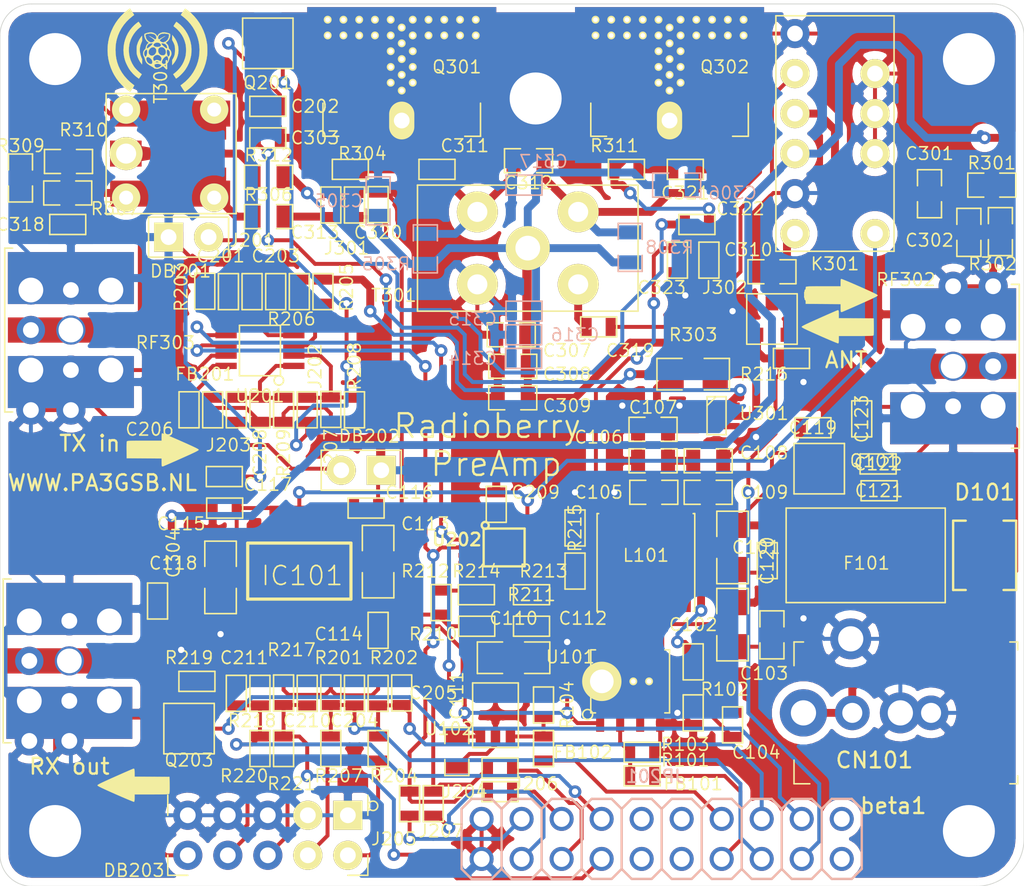
<source format=kicad_pcb>
(kicad_pcb (version 20171130) (host pcbnew "(5.1.8)-1")
  (layers (0 F.Cu signal) (31 B.Cu signal hide) (34 B.Paste user hide) (35 F.Paste user hide) (36 B.SilkS user hide) (37 F.SilkS user hide) (38 B.Mask user hide) (39 F.Mask user hide) (44 Edge.Cuts user hide))
  (net 0 "")
  (net 1 +3V3)
  (net 2 GND)
  (net 3 +VPA)
  (net 4 "Net-(C201-Pad1)")
  (net 5 dash)
  (net 6 dot)
  (net 7 "Net-(C206-Pad1)")
  (net 8 key)
  (net 9 ptt)
  (net 10 INTTR)
  (net 11 Vtemp)
  (net 12 rb_inttr)
  (net 13 EXTTR)
  (net 14 rb_exttr)
  (net 15 Vipa)
  (net 16 +VBIAS)
  (net 17 "Net-(R212-Pad1)")
  (net 18 "Net-(R213-Pad1)")
  (net 19 SDA)
  (net 20 SCL)
  (net 21 "Net-(C101-Pad1)")
  (net 22 "Net-(C102-Pad1)")
  (net 23 "Net-(C104-Pad2)")
  (net 24 "Net-(C112-Pad1)")
  (net 25 "Net-(FB101-Pad2)")
  (net 26 envpa)
  (net 27 "Net-(FB102-Pad2)")
  (net 28 bias)
  (net 29 "Net-(L101-Pad2)")
  (net 30 bias0)
  (net 31 bias1)
  (net 32 /Amplifier/ant)
  (net 33 /Control/AIN2)
  (net 34 /Control/AIN1)
  (net 35 "Net-(JP201-Pad1)")
  (net 36 "Net-(JP201-Pad2)")
  (net 37 "Net-(JP201-Pad9)")
  (net 38 "Net-(JP201-Pad10)")
  (net 39 "Net-(JP201-Pad11)")
  (net 40 "Net-(JP201-Pad12)")
  (net 41 EXTDOT)
  (net 42 EXTDASH)
  (net 43 EXTPTT)
  (net 44 EXTKEY)
  (net 45 fpga_sda)
  (net 46 rpi_sda)
  (net 47 fpga_scl)
  (net 48 rpi_scl)
  (net 49 "Net-(T302-Pad2)")
  (net 50 "Net-(C301-Pad2)")
  (net 51 "Net-(C304-Pad2)")
  (net 52 "Net-(C304-Pad1)")
  (net 53 "Net-(C305-Pad1)")
  (net 54 "Net-(C311-Pad2)")
  (net 55 "Net-(C311-Pad1)")
  (net 56 "Net-(C312-Pad2)")
  (net 57 "Net-(C313-Pad2)")
  (net 58 "Net-(C313-Pad1)")
  (net 59 "Net-(C318-Pad2)")
  (net 60 "Net-(C318-Pad1)")
  (net 61 "Net-(C319-Pad2)")
  (net 62 "Net-(C319-Pad1)")
  (net 63 "Net-(C321-Pad2)")
  (net 64 "Net-(CN101-Pad1)")
  (net 65 "Net-(R306-Pad2)")
  (net 66 "Net-(R307-Pad1)")
  (net 67 "Net-(R312-Pad2)")
  (net 68 "Net-(C203-Pad1)")
  (net 69 "Net-(C207-Pad1)")
  (net 70 "Net-(C208-Pad1)")
  (net 71 "Net-(C322-Pad2)")
  (net 72 "Net-(C322-Pad1)")
  (module HERMESLITE:SMD-0603 (layer F.Cu) (at 144.7 97.338 90)
    (fp_text reference C123 (at 0 0 90) (layer F.SilkS) (effects (font (size 0.8 0.8) (thickness 0.1))))
    (fp_text value 1nF hide)
    (pad 2 smd rect (at 0.762 0 90) (size 0.635 1.143) (layers F.Cu F.Paste F.Mask) (net 2 GND))
    (pad 1 smd rect (at -0.762 0 90) (size 0.635 1.143) (layers F.Cu F.Paste F.Mask) (net 22 "Net-(C102-Pad1)"))
  )
  (module HERMESLITE:SMD-0603 (layer F.Cu) (at 145.738 100.2)
    (fp_text reference C122 (at 0 0) (layer F.SilkS) (effects (font (size 0.8 0.8) (thickness 0.1))))
    (fp_text value 100pF hide)
    (pad 2 smd rect (at 0.762 0) (size 0.635 1.143) (layers F.Cu F.Paste F.Mask) (net 2 GND))
    (pad 1 smd rect (at -0.762 0) (size 0.635 1.143) (layers F.Cu F.Paste F.Mask) (net 22 "Net-(C102-Pad1)"))
  )
  (module HERMESLITE:SMD-0603 (layer F.Cu) (at 145.8 101.9)
    (fp_text reference C121 (at 0 0) (layer F.SilkS) (effects (font (size 0.8 0.8) (thickness 0.1))))
    (fp_text value 10pF hide)
    (pad 2 smd rect (at 0.762 0) (size 0.635 1.143) (layers F.Cu F.Paste F.Mask) (net 2 GND))
    (pad 1 smd rect (at -0.762 0) (size 0.635 1.143) (layers F.Cu F.Paste F.Mask) (net 22 "Net-(C102-Pad1)"))
  )
  (module HERMESLITE:SMD-0603 (layer F.Cu) (at 138.7 106.338 270)
    (fp_text reference C120 (at 0 0 90) (layer F.SilkS) (effects (font (size 0.8 0.8) (thickness 0.1))))
    (fp_text value 100pF hide)
    (pad 2 smd rect (at 0.762 0 270) (size 0.635 1.143) (layers F.Cu F.Paste F.Mask) (net 2 GND))
    (pad 1 smd rect (at -0.762 0 270) (size 0.635 1.143) (layers F.Cu F.Paste F.Mask) (net 21 "Net-(C101-Pad1)"))
  )
  (module HERMESLITE:SMD-0603 (layer F.Cu) (at 141.6 97.9)
    (fp_text reference C119 (at 0 0) (layer F.SilkS) (effects (font (size 0.8 0.8) (thickness 0.1))))
    (fp_text value 10pF hide)
    (pad 2 smd rect (at 0.762 0) (size 0.635 1.143) (layers F.Cu F.Paste F.Mask) (net 2 GND))
    (pad 1 smd rect (at -0.762 0) (size 0.635 1.143) (layers F.Cu F.Paste F.Mask) (net 21 "Net-(C101-Pad1)"))
  )
  (module RB:rb-bmp (layer F.Cu) (at 143.3 91.4 180)
    (fp_text reference G*** hide)
    (fp_text value LOGO hide)
  )
  (module RB:rb-bmp (layer F.Cu) (at 143.3 89.6)
    (fp_text reference G*** hide)
    (fp_text value LOGO hide)
  )
  (module RB:rb-bmp (layer F.Cu) (at 98.6 120.5 180)
    (fp_text reference G*** hide)
    (fp_text value LOGO hide)
  )
  (module RB:rb-bmp (layer F.Cu) (at 100.2 99.4)
    (fp_text reference G*** hide)
    (fp_text value LOGO hide)
  )
  (module RB:rpi-logo (layer F.Cu) (at 100 73.9)
    (fp_text reference G*** hide)
    (fp_text value LOGO hide)
  )
  (module HERMESLITE:TRANSFSMT (layer F.Cu) (at 100.8 80.5 90)
    (fp_text reference T302 (at 4.6 -0.6 90) (layer F.SilkS) (effects (font (size 0.8 0.8) (thickness 0.1))))
    (fp_text value 1:1)
    (pad 5 thru_hole circle (at 2.794 2.794 90) (size 1.8 1.8) (drill 0.89) (layers *.Cu *.Mask F.SilkS) (net 67 "Net-(R312-Pad2)"))
    (pad 4 thru_hole circle (at -2.794 2.794 90) (size 1.8 1.8) (drill 0.89) (layers *.Cu *.Mask F.SilkS) (net 65 "Net-(R306-Pad2)"))
    (pad 3 thru_hole circle (at -2.794 -2.794 90) (size 1.8 1.8) (drill 0.89) (layers *.Cu *.Mask F.SilkS) (net 66 "Net-(R307-Pad1)"))
    (pad 2 thru_hole circle (at 0 -2.794 90) (size 2.1 2.1) (drill 1.27) (layers *.Cu *.Mask F.SilkS) (net 49 "Net-(T302-Pad2)"))
    (pad 1 thru_hole circle (at 2.794 -2.794 90) (size 1.8 1.8) (drill 0.89) (layers *.Cu *.Mask F.SilkS) (net 2 GND))
    (pad 2 smd rect (at 0 -2.81 90) (size 1.65 2) (layers F.Cu F.Paste F.Mask) (net 49 "Net-(T302-Pad2)"))
    (pad 1 smd rect (at 1.905 -1.27 135) (size 1 1) (layers F.Cu F.Paste F.Mask) (net 2 GND))
    (pad 3 smd rect (at -1.905 -1.27 135) (size 1 1) (layers F.Cu F.Paste F.Mask) (net 66 "Net-(R307-Pad1)"))
    (pad 1 smd rect (at 1.3975 -0.45 90) (size 1.015 1.65) (layers F.Cu F.Paste F.Mask) (net 2 GND))
    (pad 2 smd rect (at 0 -0.45 90) (size 0.76 1.65) (layers F.Cu F.Paste F.Mask) (net 49 "Net-(T302-Pad2)"))
    (pad 3 smd rect (at -1.3975 -0.45 90) (size 1.015 1.65) (layers F.Cu F.Paste F.Mask) (net 66 "Net-(R307-Pad1)"))
    (pad 5 smd rect (at 1.3975 2.73 90) (size 1.015 1.65) (layers F.Cu F.Paste F.Mask) (net 67 "Net-(R312-Pad2)"))
    (pad 4 smd rect (at -1.3975 2.73 90) (size 1.015 1.65) (layers F.Cu F.Paste F.Mask) (net 65 "Net-(R306-Pad2)"))
    (pad 1 smd rect (at 2.54 -2.54 90) (size 1.65 2.54) (layers F.Cu F.Paste F.Mask) (net 2 GND))
    (pad 2 smd trapezoid (at 0 -2.54 90) (size 1.21 2.54) (rect_delta 0 -0.45) (layers F.Cu F.Paste F.Mask) (net 49 "Net-(T302-Pad2)"))
    (pad 3 smd rect (at -2.54 -2.54 90) (size 1.65 2.54) (layers F.Cu F.Paste F.Mask) (net 66 "Net-(R307-Pad1)"))
    (pad 5 smd rect (at 2.54 2.54 90) (size 1.65 2.54) (layers F.Cu F.Paste F.Mask) (net 67 "Net-(R312-Pad2)"))
    (pad 4 smd rect (at -2.54 2.54 90) (size 1.65 2.54) (layers F.Cu F.Paste F.Mask) (net 65 "Net-(R306-Pad2)"))
  )
  (module HERMESLITE:2x1 (layer F.Cu) (at 114.2 100.6 180)
    (fp_text reference DB202 (at 0.762 2.159) (layer F.SilkS) (effects (font (size 0.8 0.8) (thickness 0.1))))
    (fp_text value RFD2b)
    (pad 2 thru_hole circle (at 2.54 0 180) (size 1.85 1.85) (drill 1) (layers *.Cu *.Mask F.SilkS) (net 34 /Control/AIN1))
    (pad 1 thru_hole rect (at 0 0 180) (size 1.85 1.85) (drill 1) (layers *.Cu *.Mask F.SilkS) (net 2 GND))
  )
  (module HERMESLITE:2x1 (layer F.Cu) (at 100.7 85.8)
    (fp_text reference DB201 (at 0.762 2.159) (layer F.SilkS) (effects (font (size 0.8 0.8) (thickness 0.1))))
    (fp_text value RFD2b)
    (pad 2 thru_hole circle (at 2.54 0) (size 1.85 1.85) (drill 1) (layers *.Cu *.Mask F.SilkS) (net 33 /Control/AIN2))
    (pad 1 thru_hole rect (at 0 0) (size 1.85 1.85) (drill 1) (layers *.Cu *.Mask F.SilkS) (net 2 GND))
  )
  (module HERMESLITE:SMD-0603 (layer F.Cu) (at 117.5 121.762 270)
    (fp_text reference J207 (at 1.738 -0.5 180) (layer F.SilkS) (effects (font (size 0.8 0.8) (thickness 0.1))))
    (fp_text value JNC hide)
    (pad 2 smd rect (at 0.762 0 270) (size 0.635 1.143) (layers F.Cu F.Paste F.Mask) (net 48 rpi_scl))
    (pad 1 smd rect (at -0.762 0 270) (size 0.635 1.143) (layers F.Cu F.Paste F.Mask) (net 20 SCL))
  )
  (module HERMESLITE:SMD-0603 (layer F.Cu) (at 121.738 119.5)
    (fp_text reference J206 (at 2.262 1) (layer F.SilkS) (effects (font (size 0.8 0.8) (thickness 0.1))))
    (fp_text value DNI hide)
    (pad 2 smd rect (at 0.762 0) (size 0.635 1.143) (layers F.Cu F.Paste F.Mask) (net 47 fpga_scl))
    (pad 1 smd rect (at -0.762 0) (size 0.635 1.143) (layers F.Cu F.Paste F.Mask) (net 20 SCL))
  )
  (module HERMESLITE:SMD-0603 (layer F.Cu) (at 116 121.762 270)
    (fp_text reference J205 (at 2.238 1 180) (layer F.SilkS) (effects (font (size 0.8 0.8) (thickness 0.1))))
    (fp_text value JNC hide)
    (pad 2 smd rect (at 0.762 0 270) (size 0.635 1.143) (layers F.Cu F.Paste F.Mask) (net 46 rpi_sda))
    (pad 1 smd rect (at -0.762 0 270) (size 0.635 1.143) (layers F.Cu F.Paste F.Mask) (net 19 SDA))
  )
  (module HERMESLITE:SMD-0603 (layer F.Cu) (at 121.738 121)
    (fp_text reference J204 (at -2.238 0) (layer F.SilkS) (effects (font (size 0.8 0.8) (thickness 0.1))))
    (fp_text value DNI hide)
    (pad 2 smd rect (at 0.762 0) (size 0.635 1.143) (layers F.Cu F.Paste F.Mask) (net 45 fpga_sda))
    (pad 1 smd rect (at -0.762 0) (size 0.635 1.143) (layers F.Cu F.Paste F.Mask) (net 19 SDA))
  )
  (module HERMESLITE:m3 (layer F.Cu) (at 124 77)
    (fp_text reference MH5 hide)
    (fp_text value DNI hide)
    (pad 1 thru_hole circle (at 0 0) (size 5.3 5.3) (drill 3.3) (layers *.Cu *.Mask) (net 2 GND))
  )
  (module HERMESLITE:SMD-0805 (layer F.Cu) (at 153.5 85.4525 90)
    (fp_text reference R302 (at -2.0475 -0.5 180) (layer F.SilkS) (effects (font (size 0.8 0.8) (thickness 0.1))))
    (fp_text value DNI hide)
    (pad 2 smd rect (at 0.9525 0 90) (size 0.889 1.397) (layers F.Cu F.Paste F.Mask) (net 52 "Net-(C304-Pad1)"))
    (pad 1 smd rect (at -0.9525 0 90) (size 0.889 1.397) (layers F.Cu F.Paste F.Mask) (net 2 GND))
  )
  (module HERMESLITE:SMD-0805 (layer F.Cu) (at 152.9525 82.5 180)
    (fp_text reference R301 (at 0 1.4) (layer F.SilkS) (effects (font (size 0.8 0.8) (thickness 0.1))))
    (fp_text value DNI hide)
    (pad 2 smd rect (at 0.9525 0 180) (size 0.889 1.397) (layers F.Cu F.Paste F.Mask) (net 50 "Net-(C301-Pad2)"))
    (pad 1 smd rect (at -0.9525 0 180) (size 0.889 1.397) (layers F.Cu F.Paste F.Mask) (net 52 "Net-(C304-Pad1)"))
  )
  (module HERMESLITE:SMD-0805 (layer F.Cu) (at 151.5 85.5 270)
    (fp_text reference C302 (at 0.5 2.5 180) (layer F.SilkS) (effects (font (size 0.8 0.8) (thickness 0.1))))
    (fp_text value DNI hide)
    (pad 2 smd rect (at 0.9525 0 270) (size 0.889 1.397) (layers F.Cu F.Paste F.Mask) (net 2 GND))
    (pad 1 smd rect (at -0.9525 0 270) (size 0.889 1.397) (layers F.Cu F.Paste F.Mask) (net 50 "Net-(C301-Pad2)"))
  )
  (module HERMESLITE:SMD-0805 (layer F.Cu) (at 149 83.0475 90)
    (fp_text reference C301 (at 2.5475 0 180) (layer F.SilkS) (effects (font (size 0.8 0.8) (thickness 0.1))))
    (fp_text value DNI hide)
    (pad 2 smd rect (at 0.9525 0 90) (size 0.889 1.397) (layers F.Cu F.Paste F.Mask) (net 50 "Net-(C301-Pad2)"))
    (pad 1 smd rect (at -0.9525 0 90) (size 0.889 1.397) (layers F.Cu F.Paste F.Mask) (net 32 /Amplifier/ant))
  )
  (module RB:V-REG_SOT223 (layer F.Cu) (at 109.000063 107)
    (fp_text reference IC101 (at -2.500063 1) (layer F.SilkS) (effects (font (size 1.2065 1.2065) (thickness 0.1016)) (justify left bottom)))
    (fp_text value LD1117S33 hide)
    (pad 1 smd rect (at -2.300063 3.150063) (size 1.5 2) (layers F.Cu F.Paste F.Mask) (net 2 GND))
    (pad 2 smd rect (at -0.000063 3.150063) (size 1.5 2) (layers F.Cu F.Paste F.Mask))
    (pad 3 smd rect (at 2.299938 3.150063) (size 1.5 2) (layers F.Cu F.Paste F.Mask) (net 22 "Net-(C102-Pad1)"))
    (pad 4 smd rect (at -0.000063 -3.149938) (size 3.8 2) (layers F.Cu F.Paste F.Mask) (net 1 +3V3))
  )
  (module HERMESLITE:SMD-1206 (layer F.Cu) (at 104 107.4 270)
    (fp_text reference C118 (at -0.9 3 180) (layer F.SilkS) (effects (font (size 0.8 0.8) (thickness 0.1))))
    (fp_text value 100uF hide)
    (pad 2 smd rect (at 1.4 0 270) (size 1.6 1.8) (layers F.Cu F.Paste F.Mask) (net 2 GND))
    (pad 1 smd rect (at -1.4 0 270) (size 1.6 1.8) (layers F.Cu F.Paste F.Mask) (net 1 +3V3))
  )
  (module HERMESLITE:SMD-0603 (layer F.Cu) (at 104.238 101 180)
    (fp_text reference C117 (at -2.762 -0.5) (layer F.SilkS) (effects (font (size 0.8 0.8) (thickness 0.1))))
    (fp_text value 100nF hide)
    (pad 2 smd rect (at 0.762 0 180) (size 0.635 1.143) (layers F.Cu F.Paste F.Mask) (net 2 GND))
    (pad 1 smd rect (at -0.762 0 180) (size 0.635 1.143) (layers F.Cu F.Paste F.Mask) (net 1 +3V3))
  )
  (module HERMESLITE:SMD-0603 (layer F.Cu) (at 113.238 103)
    (fp_text reference C116 (at 2.762 -1) (layer F.SilkS) (effects (font (size 0.8 0.8) (thickness 0.1))))
    (fp_text value 10nF hide)
    (pad 2 smd rect (at 0.762 0) (size 0.635 1.143) (layers F.Cu F.Paste F.Mask) (net 2 GND))
    (pad 1 smd rect (at -0.762 0) (size 0.635 1.143) (layers F.Cu F.Paste F.Mask) (net 1 +3V3))
  )
  (module HERMESLITE:SMD-0603 (layer F.Cu) (at 104.262 103 180)
    (fp_text reference C115 (at 2.762 -1) (layer F.SilkS) (effects (font (size 0.8 0.8) (thickness 0.1))))
    (fp_text value 1nF hide)
    (pad 2 smd rect (at 0.762 0 180) (size 0.635 1.143) (layers F.Cu F.Paste F.Mask) (net 2 GND))
    (pad 1 smd rect (at -0.762 0 180) (size 0.635 1.143) (layers F.Cu F.Paste F.Mask) (net 1 +3V3))
  )
  (module HERMESLITE:SMD-0603 (layer F.Cu) (at 114 110.762 270)
    (fp_text reference C114 (at 0.238 2.5 180) (layer F.SilkS) (effects (font (size 0.8 0.8) (thickness 0.1))))
    (fp_text value 100nF hide)
    (pad 2 smd rect (at 0.762 0 270) (size 0.635 1.143) (layers F.Cu F.Paste F.Mask) (net 2 GND))
    (pad 1 smd rect (at -0.762 0 270) (size 0.635 1.143) (layers F.Cu F.Paste F.Mask) (net 22 "Net-(C102-Pad1)"))
  )
  (module HERMESLITE:SMD-1206 (layer F.Cu) (at 114 106.4 90)
    (fp_text reference C113 (at 2.4 3 180) (layer F.SilkS) (effects (font (size 0.8 0.8) (thickness 0.1))))
    (fp_text value 10uF hide)
    (pad 2 smd rect (at 1.4 0 90) (size 1.6 1.8) (layers F.Cu F.Paste F.Mask) (net 2 GND))
    (pad 1 smd rect (at -1.4 0 90) (size 1.6 1.8) (layers F.Cu F.Paste F.Mask) (net 22 "Net-(C102-Pad1)"))
  )
  (module HERMESLITE:BN202V (layer F.Cu) (at 123.5 86.5 270)
    (fp_text reference T301 (at 3 8.5) (layer F.SilkS) (effects (font (size 0.8 0.8) (thickness 0.1))))
    (fp_text value "4:1 Z" hide)
    (pad 2 thru_hole circle (at 0 0 270) (size 2.8 2.8) (drill 1.57) (layers *.Cu *.Mask F.SilkS) (net 53 "Net-(C305-Pad1)"))
    (pad 1 thru_hole circle (at -2.3 3.2 270) (size 2.6 2.6) (drill 1.27) (layers *.Cu *.Mask F.SilkS) (net 55 "Net-(C311-Pad1)"))
    (pad 3 thru_hole circle (at -2.3 -3.2 270) (size 2.6 2.6) (drill 1.27) (layers *.Cu *.Mask F.SilkS) (net 56 "Net-(C312-Pad2)"))
    (pad 4 thru_hole circle (at 2.3 -3.2 270) (size 2.6 2.6) (drill 1.27) (layers *.Cu *.Mask F.SilkS) (net 61 "Net-(C319-Pad2)"))
    (pad 5 thru_hole circle (at 2.3 3.2 270) (size 2.6 2.6) (drill 1.27) (layers *.Cu *.Mask F.SilkS) (net 2 GND))
  )
  (module HERMESLITE:SMD-0805 (layer F.Cu) (at 94.3475 81)
    (fp_text reference R310 (at 0.9525 -2) (layer F.SilkS) (effects (font (size 0.8 0.8) (thickness 0.1))))
    (fp_text value 869.548 hide)
    (pad 2 smd rect (at 0.9525 0) (size 0.889 1.397) (layers F.Cu F.Paste F.Mask) (net 66 "Net-(R307-Pad1)"))
    (pad 1 smd rect (at -0.9525 0) (size 0.889 1.397) (layers F.Cu F.Paste F.Mask) (net 2 GND))
  )
  (module HERMESLITE:SMD-0805 (layer F.Cu) (at 91.3 82.0475 270)
    (fp_text reference R309 (at -2.0475 0 180) (layer F.SilkS) (effects (font (size 0.8 0.8) (thickness 0.1))))
    (fp_text value 869.548 hide)
    (pad 2 smd rect (at 0.9525 0 270) (size 0.889 1.397) (layers F.Cu F.Paste F.Mask) (net 60 "Net-(C318-Pad1)"))
    (pad 1 smd rect (at -0.9525 0 270) (size 0.889 1.397) (layers F.Cu F.Paste F.Mask) (net 2 GND))
  )
  (module HERMESLITE:SMD-0805 (layer F.Cu) (at 94.3 83 180)
    (fp_text reference R307 (at -3 -1) (layer F.SilkS) (effects (font (size 0.8 0.8) (thickness 0.1))))
    (fp_text value 5.769 hide)
    (pad 2 smd rect (at 0.9525 0 180) (size 0.889 1.397) (layers F.Cu F.Paste F.Mask) (net 60 "Net-(C318-Pad1)"))
    (pad 1 smd rect (at -0.9525 0 180) (size 0.889 1.397) (layers F.Cu F.Paste F.Mask) (net 66 "Net-(R307-Pad1)"))
  )
  (module HERMESLITE:SMD-0603 (layer F.Cu) (at 107 77.5 180)
    (fp_text reference C202 (at -3 0) (layer F.SilkS) (effects (font (size 0.8 0.8) (thickness 0.1))))
    (fp_text value 0.1uF hide)
    (pad 2 smd rect (at 0.762 0 180) (size 0.635 1.143) (layers F.Cu F.Paste F.Mask) (net 2 GND))
    (pad 1 smd rect (at -0.762 0 180) (size 0.635 1.143) (layers F.Cu F.Paste F.Mask) (net 1 +3V3))
  )
  (module HERMESLITE:PWRBARREL2 (layer F.Cu) (at 144 116 180)
    (fp_text reference CN101 (at -1.5 -3) (layer F.SilkS))
    (fp_text value PS hide)
    (pad 2 thru_hole circle (at -5.1 0 180) (size 2.2 2.2) (drill 1.27) (layers *.Cu *.Mask) (net 2 GND))
    (pad 1 thru_hole circle (at -0.1 0 180) (size 2.2 2.2) (drill 1.27) (layers *.Cu *.Mask) (net 64 "Net-(CN101-Pad1)"))
    (pad 2 thru_hole circle (at 0 4.7 180) (size 2.6 2.6) (drill 1.6) (layers *.Cu *.Mask) (net 2 GND))
    (pad 2 thru_hole circle (at -3.15 0 180) (size 2.6 2.6) (drill 1.6) (layers *.Cu *.Mask) (net 2 GND))
    (pad 1 thru_hole circle (at 3 0 180) (size 3 3) (drill 1.6) (layers *.Cu *.Mask) (net 64 "Net-(CN101-Pad1)"))
  )
  (module HERMESLITE:SMD-0805 (layer F.Cu) (at 119 118.4525 270)
    (fp_text reference C111 (at -3.5475 0 90) (layer F.SilkS) (effects (font (size 0.8 0.8) (thickness 0.1))))
    (fp_text value 1uF hide)
    (pad 2 smd rect (at 0.9525 0 270) (size 0.889 1.397) (layers F.Cu F.Paste F.Mask) (net 2 GND))
    (pad 1 smd rect (at -0.9525 0 270) (size 0.889 1.397) (layers F.Cu F.Paste F.Mask) (net 22 "Net-(C102-Pad1)"))
  )
  (module HERMESLITE:SMD-1206 (layer F.Cu) (at 122.6 112.5)
    (fp_text reference C110 (at 0 -2.5) (layer F.SilkS) (effects (font (size 0.8 0.8) (thickness 0.1))))
    (fp_text value 10uF hide)
    (pad 2 smd rect (at 1.4 0) (size 1.6 1.8) (layers F.Cu F.Paste F.Mask) (net 2 GND))
    (pad 1 smd rect (at -1.4 0) (size 1.6 1.8) (layers F.Cu F.Paste F.Mask) (net 16 +VBIAS))
  )
  (module HERMESLITE:SMD-0805 (layer F.Cu) (at 134.9525 102)
    (fp_text reference C109 (at 3.5475 0) (layer F.SilkS) (effects (font (size 0.8 0.8) (thickness 0.1))))
    (fp_text value 22uF hide)
    (pad 2 smd rect (at 0.9525 0) (size 0.889 1.397) (layers F.Cu F.Paste F.Mask) (net 2 GND))
    (pad 1 smd rect (at -0.9525 0) (size 0.889 1.397) (layers F.Cu F.Paste F.Mask) (net 3 +VPA))
  )
  (module HERMESLITE:SMD-0805 (layer F.Cu) (at 134.9525 100)
    (fp_text reference C108 (at 3.5475 -0.5) (layer F.SilkS) (effects (font (size 0.8 0.8) (thickness 0.1))))
    (fp_text value 22uF hide)
    (pad 2 smd rect (at 0.9525 0) (size 0.889 1.397) (layers F.Cu F.Paste F.Mask) (net 2 GND))
    (pad 1 smd rect (at -0.9525 0) (size 0.889 1.397) (layers F.Cu F.Paste F.Mask) (net 3 +VPA))
  )
  (module HERMESLITE:SMD-0805 (layer F.Cu) (at 131.4525 98 180)
    (fp_text reference C107 (at 0 1.4) (layer F.SilkS) (effects (font (size 0.8 0.8) (thickness 0.1))))
    (fp_text value 22uF hide)
    (pad 2 smd rect (at 0.9525 0 180) (size 0.889 1.397) (layers F.Cu F.Paste F.Mask) (net 2 GND))
    (pad 1 smd rect (at -0.9525 0 180) (size 0.889 1.397) (layers F.Cu F.Paste F.Mask) (net 3 +VPA))
  )
  (module HERMESLITE:SMD-0805 (layer F.Cu) (at 131.4525 100 180)
    (fp_text reference C106 (at 3.4525 1.5) (layer F.SilkS) (effects (font (size 0.8 0.8) (thickness 0.1))))
    (fp_text value 22uF hide)
    (pad 2 smd rect (at 0.9525 0 180) (size 0.889 1.397) (layers F.Cu F.Paste F.Mask) (net 2 GND))
    (pad 1 smd rect (at -0.9525 0 180) (size 0.889 1.397) (layers F.Cu F.Paste F.Mask) (net 3 +VPA))
  )
  (module HERMESLITE:SMD-0805 (layer F.Cu) (at 131.5 102 180)
    (fp_text reference C105 (at 3.5 0) (layer F.SilkS) (effects (font (size 0.8 0.8) (thickness 0.1))))
    (fp_text value 22uF hide)
    (pad 2 smd rect (at 0.9525 0 180) (size 0.889 1.397) (layers F.Cu F.Paste F.Mask) (net 2 GND))
    (pad 1 smd rect (at -0.9525 0 180) (size 0.889 1.397) (layers F.Cu F.Paste F.Mask) (net 3 +VPA))
  )
  (module HERMESLITE:SMD-0805 (layer F.Cu) (at 139 111.0475 90)
    (fp_text reference C103 (at -2.4525 -0.5 180) (layer F.SilkS) (effects (font (size 0.8 0.8) (thickness 0.1))))
    (fp_text value 4.7uF hide)
    (pad 2 smd rect (at 0.9525 0 90) (size 0.889 1.397) (layers F.Cu F.Paste F.Mask) (net 2 GND))
    (pad 1 smd rect (at -0.9525 0 90) (size 0.889 1.397) (layers F.Cu F.Paste F.Mask) (net 22 "Net-(C102-Pad1)"))
  )
  (module HERMESLITE:SMD-1206 (layer F.Cu) (at 136.5 110.4 90)
    (fp_text reference C102 (at 0 -2.5 180) (layer F.SilkS) (effects (font (size 0.8 0.8) (thickness 0.1))))
    (fp_text value 10uF hide)
    (pad 2 smd rect (at 1.4 0 90) (size 1.6 1.8) (layers F.Cu F.Paste F.Mask) (net 2 GND))
    (pad 1 smd rect (at -1.4 0 90) (size 1.6 1.8) (layers F.Cu F.Paste F.Mask) (net 22 "Net-(C102-Pad1)"))
  )
  (module HERMESLITE:SMD-1206 (layer F.Cu) (at 136.5 105.5 270)
    (fp_text reference C101 (at 0 -1.5 180) (layer F.SilkS) (effects (font (size 0.8 0.8) (thickness 0.1))))
    (fp_text value 10uF hide)
    (pad 2 smd rect (at 1.4 0 270) (size 1.6 1.8) (layers F.Cu F.Paste F.Mask) (net 2 GND))
    (pad 1 smd rect (at -1.4 0 270) (size 1.6 1.8) (layers F.Cu F.Paste F.Mask) (net 21 "Net-(C101-Pad1)"))
  )
  (module HERMESLITE:5x2 (layer F.Cu) (at 112.08 122.5 180)
    (fp_text reference DB203 (at 13.58 -3.5) (layer F.SilkS) (effects (font (size 0.8 0.8) (thickness 0.1))))
    (fp_text value IO10 hide)
    (pad 10 thru_hole circle (at 10.16 -2.54 180) (size 1.85 1.85) (drill 1) (layers *.Cu *.Mask) (net 13 EXTTR))
    (pad 9 thru_hole circle (at 10.16 0 180) (size 1.85 1.85) (drill 1) (layers *.Cu *.Mask) (net 2 GND))
    (pad 8 thru_hole circle (at 7.62 -2.54 180) (size 1.85 1.85) (drill 1) (layers *.Cu *.Mask) (net 43 EXTPTT))
    (pad 7 thru_hole circle (at 7.62 0 180) (size 1.85 1.85) (drill 1) (layers *.Cu *.Mask) (net 2 GND))
    (pad 6 thru_hole circle (at 5.08 -2.54 180) (size 1.85 1.85) (drill 1) (layers *.Cu *.Mask) (net 44 EXTKEY))
    (pad 5 thru_hole circle (at 5.08 0 180) (size 1.85 1.85) (drill 1) (layers *.Cu *.Mask) (net 2 GND))
    (pad 4 thru_hole circle (at 2.54 -2.54 180) (size 1.85 1.85) (drill 1) (layers *.Cu *.Mask F.SilkS) (net 42 EXTDASH))
    (pad 3 thru_hole circle (at 2.54 0 180) (size 1.85 1.85) (drill 1) (layers *.Cu *.Mask F.SilkS) (net 2 GND))
    (pad 2 thru_hole circle (at 0 -2.54 180) (size 1.85 1.85) (drill 1) (layers *.Cu *.Mask F.SilkS) (net 41 EXTDOT))
    (pad 1 thru_hole rect (at 0 0 180) (size 1.85 1.85) (drill 1) (layers *.Cu *.Mask F.SilkS) (net 2 GND))
  )
  (module HERMESLITE:SMAEDGE_THFULL_L (layer F.Cu) (at 94.5 91.7 90)
    (fp_text reference RF303 (at -0.8 6) (layer F.SilkS) (effects (font (size 0.8 0.8) (thickness 0.1))))
    (fp_text value SMA hide)
    (pad 2 thru_hole circle (at 2.54 2.54 90) (size 1.85 1.85) (drill 1.57) (layers *.Cu *.Mask) (net 2 GND))
    (pad 2 thru_hole circle (at -2.54 2.54 90) (size 1.85 1.85) (drill 1.57) (layers *.Cu *.Mask) (net 2 GND))
    (pad 2 thru_hole circle (at -5.08 0 90) (size 1.85 1.85) (drill 1) (layers *.Cu *.Mask) (net 2 GND))
    (pad 1 thru_hole circle (at 0 -2.54 90) (size 1.8 1.8) (drill 1) (layers *.Cu *.Mask) (net 59 "Net-(C318-Pad2)"))
    (pad 2 thru_hole circle (at 2.54 -2.54 90) (size 1.85 1.85) (drill 1.57) (layers *.Cu *.Mask) (net 2 GND))
    (pad 2 thru_hole circle (at -2.54 -2.54 90) (size 1.85 1.85) (drill 1.57) (layers *.Cu *.Mask) (net 2 GND))
    (pad 2 thru_hole circle (at -2.54 0 90) (size 1.85 1.85) (drill 1) (layers *.Cu *.Mask) (net 2 GND))
    (pad 2 thru_hole circle (at 2.54 0 90) (size 1.85 1.85) (drill 1) (layers *.Cu *.Mask) (net 2 GND))
    (pad 1 thru_hole circle (at 0 0 90) (size 1.85 1.85) (drill 1.57) (layers *.Cu *.Mask) (net 59 "Net-(C318-Pad2)"))
    (pad 2 smd rect (at -3.3 0 90) (size 3.3 8) (layers B.Cu B.Paste B.Mask) (net 2 GND))
    (pad 2 smd rect (at 3.3 0 90) (size 3.3 8) (layers *.Paste B.Cu B.Mask) (net 2 GND))
    (pad 2 smd rect (at 3.3 0 90) (size 3.3 8) (layers F.Cu F.Paste F.Mask) (net 2 GND))
    (pad 2 smd rect (at -3.3 0 90) (size 3.3 8) (layers F.Cu F.Paste F.Mask) (net 2 GND))
    (pad 1 smd rect (at 0 0 90) (size 1.6 8) (layers F.Cu F.Paste F.Mask) (net 59 "Net-(C318-Pad2)"))
    (pad 2 thru_hole circle (at -5.08 -2.54 90) (size 1.85 1.85) (drill 1) (layers *.Cu *.Mask) (net 2 GND))
  )
  (module HERMESLITE:SMAEDGE_THFULL_L (layer F.Cu) (at 150.5 94 270)
    (fp_text reference RF302 (at -5.5 3) (layer F.SilkS) (effects (font (size 0.8 0.8) (thickness 0.1))))
    (fp_text value SMA hide)
    (pad 2 thru_hole circle (at 2.54 2.54 270) (size 1.85 1.85) (drill 1.57) (layers *.Cu *.Mask) (net 2 GND))
    (pad 2 thru_hole circle (at -2.54 2.54 270) (size 1.85 1.85) (drill 1.57) (layers *.Cu *.Mask) (net 2 GND))
    (pad 2 thru_hole circle (at -5.08 0 270) (size 1.85 1.85) (drill 1) (layers *.Cu *.Mask) (net 2 GND))
    (pad 1 thru_hole circle (at 0 -2.54 270) (size 1.8 1.8) (drill 1) (layers *.Cu *.Mask) (net 32 /Amplifier/ant))
    (pad 2 thru_hole circle (at 2.54 -2.54 270) (size 1.85 1.85) (drill 1.57) (layers *.Cu *.Mask) (net 2 GND))
    (pad 2 thru_hole circle (at -2.54 -2.54 270) (size 1.85 1.85) (drill 1.57) (layers *.Cu *.Mask) (net 2 GND))
    (pad 2 thru_hole circle (at -2.54 0 270) (size 1.85 1.85) (drill 1) (layers *.Cu *.Mask) (net 2 GND))
    (pad 2 thru_hole circle (at 2.54 0 270) (size 1.85 1.85) (drill 1) (layers *.Cu *.Mask) (net 2 GND))
    (pad 1 thru_hole circle (at 0 0 270) (size 1.85 1.85) (drill 1.57) (layers *.Cu *.Mask) (net 32 /Amplifier/ant))
    (pad 2 smd rect (at -3.3 0 270) (size 3.3 8) (layers B.Cu B.Paste B.Mask) (net 2 GND))
    (pad 2 smd rect (at 3.3 0 270) (size 3.3 8) (layers *.Paste B.Cu B.Mask) (net 2 GND))
    (pad 2 smd rect (at 3.3 0 270) (size 3.3 8) (layers F.Cu F.Paste F.Mask) (net 2 GND))
    (pad 2 smd rect (at -3.3 0 270) (size 3.3 8) (layers F.Cu F.Paste F.Mask) (net 2 GND))
    (pad 1 smd rect (at 0 0 270) (size 1.6 8) (layers F.Cu F.Paste F.Mask) (net 32 /Amplifier/ant))
    (pad 2 thru_hole circle (at -5.08 -2.54 270) (size 1.85 1.85) (drill 1) (layers *.Cu *.Mask) (net 2 GND))
  )
  (module HERMESLITE:SMAEDGE_THFULL_L (layer F.Cu) (at 94.4 112.7 90)
    (fp_text reference RF301 (at -2 -6.5) (layer F.SilkS) (effects (font (size 0.8 0.8) (thickness 0.1))))
    (fp_text value SMA hide)
    (pad 2 thru_hole circle (at 2.54 2.54 90) (size 1.85 1.85) (drill 1.57) (layers *.Cu *.Mask) (net 2 GND))
    (pad 2 thru_hole circle (at -2.54 2.54 90) (size 1.85 1.85) (drill 1.57) (layers *.Cu *.Mask) (net 2 GND))
    (pad 2 thru_hole circle (at -5.08 0 90) (size 1.85 1.85) (drill 1) (layers *.Cu *.Mask) (net 2 GND))
    (pad 1 thru_hole circle (at 0 -2.54 90) (size 1.8 1.8) (drill 1) (layers *.Cu *.Mask) (net 51 "Net-(C304-Pad2)"))
    (pad 2 thru_hole circle (at 2.54 -2.54 90) (size 1.85 1.85) (drill 1.57) (layers *.Cu *.Mask) (net 2 GND))
    (pad 2 thru_hole circle (at -2.54 -2.54 90) (size 1.85 1.85) (drill 1.57) (layers *.Cu *.Mask) (net 2 GND))
    (pad 2 thru_hole circle (at -2.54 0 90) (size 1.85 1.85) (drill 1) (layers *.Cu *.Mask) (net 2 GND))
    (pad 2 thru_hole circle (at 2.54 0 90) (size 1.85 1.85) (drill 1) (layers *.Cu *.Mask) (net 2 GND))
    (pad 1 thru_hole circle (at 0 0 90) (size 1.85 1.85) (drill 1.57) (layers *.Cu *.Mask) (net 51 "Net-(C304-Pad2)"))
    (pad 2 smd rect (at -3.3 0 90) (size 3.3 8) (layers B.Cu B.Paste B.Mask) (net 2 GND))
    (pad 2 smd rect (at 3.3 0 90) (size 3.3 8) (layers *.Paste B.Cu B.Mask) (net 2 GND))
    (pad 2 smd rect (at 3.3 0 90) (size 3.3 8) (layers F.Cu F.Paste F.Mask) (net 2 GND))
    (pad 2 smd rect (at -3.3 0 90) (size 3.3 8) (layers F.Cu F.Paste F.Mask) (net 2 GND))
    (pad 1 smd rect (at 0 0 90) (size 1.6 8) (layers F.Cu F.Paste F.Mask) (net 51 "Net-(C304-Pad2)"))
    (pad 2 thru_hole circle (at -5.08 -2.54 90) (size 1.85 1.85) (drill 1) (layers *.Cu *.Mask) (net 2 GND))
  )
  (module RB:PINHEAD_2X10 (layer B.Cu) (at 132 124 180)
    (fp_text reference JP201 (at -1.5 3.5) (layer B.SilkS) (effects (font (size 0.8 0.8) (thickness 0.127)) (justify left bottom mirror)))
    (fp_text value PINHEAD_PINHD-2X10 hide)
    (pad 1 thru_hole circle (at -11.43 -1.27 180) (size 1.524 1.524) (drill 1.016) (layers *.Cu *.Mask) (net 35 "Net-(JP201-Pad1)"))
    (pad 2 thru_hole circle (at -11.43 1.27 180) (size 1.524 1.524) (drill 1.016) (layers *.Cu *.Mask) (net 36 "Net-(JP201-Pad2)"))
    (pad 3 thru_hole circle (at -8.89 -1.27 180) (size 1.524 1.524) (drill 1.016) (layers *.Cu *.Mask) (net 12 rb_inttr))
    (pad 4 thru_hole circle (at -8.89 1.27 180) (size 1.524 1.524) (drill 1.016) (layers *.Cu *.Mask) (net 14 rb_exttr))
    (pad 5 thru_hole circle (at -6.35 -1.27 180) (size 1.524 1.524) (drill 1.016) (layers *.Cu *.Mask) (net 5 dash))
    (pad 6 thru_hole circle (at -6.35 1.27 180) (size 1.524 1.524) (drill 1.016) (layers *.Cu *.Mask) (net 6 dot))
    (pad 7 thru_hole circle (at -3.81 -1.27 180) (size 1.524 1.524) (drill 1.016) (layers *.Cu *.Mask) (net 26 envpa))
    (pad 8 thru_hole circle (at -3.81 1.27 180) (size 1.524 1.524) (drill 1.016) (layers *.Cu *.Mask) (net 28 bias))
    (pad 9 thru_hole circle (at -1.27 -1.27 180) (size 1.524 1.524) (drill 1.016) (layers *.Cu *.Mask) (net 37 "Net-(JP201-Pad9)"))
    (pad 10 thru_hole circle (at -1.27 1.27 180) (size 1.524 1.524) (drill 1.016) (layers *.Cu *.Mask) (net 38 "Net-(JP201-Pad10)"))
    (pad 11 thru_hole circle (at 1.27 -1.27 180) (size 1.524 1.524) (drill 1.016) (layers *.Cu *.Mask) (net 39 "Net-(JP201-Pad11)"))
    (pad 12 thru_hole circle (at 1.27 1.27 180) (size 1.524 1.524) (drill 1.016) (layers *.Cu *.Mask) (net 40 "Net-(JP201-Pad12)"))
    (pad 13 thru_hole circle (at 3.81 -1.27 180) (size 1.524 1.524) (drill 1.016) (layers *.Cu *.Mask) (net 8 key))
    (pad 14 thru_hole circle (at 3.81 1.27 180) (size 1.524 1.524) (drill 1.016) (layers *.Cu *.Mask) (net 9 ptt))
    (pad 15 thru_hole circle (at 6.35 -1.27 180) (size 1.524 1.524) (drill 1.016) (layers *.Cu *.Mask) (net 47 fpga_scl))
    (pad 16 thru_hole circle (at 6.35 1.27 180) (size 1.524 1.524) (drill 1.016) (layers *.Cu *.Mask) (net 45 fpga_sda))
    (pad 17 thru_hole circle (at 8.89 -1.27 180) (size 1.524 1.524) (drill 1.016) (layers *.Cu *.Mask) (net 48 rpi_scl))
    (pad 18 thru_hole circle (at 8.89 1.27 180) (size 1.524 1.524) (drill 1.016) (layers *.Cu *.Mask) (net 46 rpi_sda))
    (pad 19 thru_hole circle (at 11.43 -1.27 180) (size 1.524 1.524) (drill 1.016) (layers *.Cu *.Mask) (net 2 GND))
    (pad 20 thru_hole circle (at 11.43 1.27 180) (size 1.524 1.524) (drill 1.016) (layers *.Cu *.Mask) (net 2 GND))
  )
  (module HERMESLITE:m3 (layer F.Cu) (at 151.5 123.5)
    (fp_text reference MH4 hide)
    (fp_text value DNI hide)
    (pad 1 thru_hole circle (at 0 0) (size 5.3 5.3) (drill 3.3) (layers *.Cu *.Mask) (net 2 GND))
  )
  (module HERMESLITE:m3 (layer F.Cu) (at 151.5 74.5)
    (fp_text reference MH3 hide)
    (fp_text value DNI hide)
    (pad 1 thru_hole circle (at 0 0) (size 5.3 5.3) (drill 3.3) (layers *.Cu *.Mask) (net 2 GND))
  )
  (module HERMESLITE:m3 (layer F.Cu) (at 93.5 123.5)
    (fp_text reference MH2 hide)
    (fp_text value DNI hide)
    (pad 1 thru_hole circle (at 0 0) (size 5.3 5.3) (drill 3.3) (layers *.Cu *.Mask) (net 2 GND))
  )
  (module HERMESLITE:m3 (layer F.Cu) (at 93.5 74.5)
    (fp_text reference MH1 hide)
    (fp_text value DNI hide)
    (pad 1 thru_hole circle (at 0 0) (size 5.3 5.3) (drill 3.3) (layers *.Cu *.Mask) (net 2 GND))
  )
  (module HERMESLITE:PE4259 (layer F.Cu) (at 134.5 96.5 270)
    (fp_text reference U301 (at 0.5 -4) (layer F.SilkS) (effects (font (size 0.8 0.8) (thickness 0.1))))
    (fp_text value INA199A1DC hide)
    (pad 6 smd rect (at 0 -1.95 270) (size 0.4 1) (layers F.Cu F.Paste F.Mask) (net 15 Vipa))
    (pad 5 smd rect (at 0.65 -1.95 270) (size 0.4 1) (layers F.Cu F.Paste F.Mask) (net 53 "Net-(C305-Pad1)"))
    (pad 4 smd rect (at 1.3 -1.95 270) (size 0.4 1) (layers F.Cu F.Paste F.Mask) (net 3 +VPA))
    (pad 3 smd rect (at 1.3 0 270) (size 0.4 1) (layers F.Cu F.Paste F.Mask) (net 3 +VPA))
    (pad 2 smd rect (at 0.65 0 270) (size 0.4 1) (layers F.Cu F.Paste F.Mask) (net 2 GND))
    (pad 1 smd rect (at 0 0 270) (size 0.4 1) (layers F.Cu F.Paste F.Mask) (net 2 GND))
  )
  (module HERMESLITE:SOIC-10 (layer F.Cu) (at 122 105.5 270)
    (fp_text reference U202 (at -0.5 3) (layer F.SilkS) (effects (font (size 0.8 0.8))))
    (fp_text value MCP4662 hide)
    (pad 5 smd rect (at 1 2.2 270) (size 0.3 1.4) (layers F.Cu F.Paste F.Mask) (net 17 "Net-(R212-Pad1)"))
    (pad 6 smd rect (at 1 -2.2 270) (size 0.3 1.4) (layers F.Cu F.Paste F.Mask) (net 2 GND))
    (pad 4 smd rect (at 0.5 2.2 270) (size 0.3 1.4) (layers F.Cu F.Paste F.Mask) (net 2 GND))
    (pad 7 smd rect (at 0.5 -2.2 270) (size 0.3 1.4) (layers F.Cu F.Paste F.Mask) (net 2 GND))
    (pad 3 smd rect (at 0 2.2 270) (size 0.3 1.4) (layers F.Cu F.Paste F.Mask) (net 19 SDA))
    (pad 8 smd rect (at 0 -2.2 270) (size 0.3 1.4) (layers F.Cu F.Paste F.Mask) (net 18 "Net-(R213-Pad1)"))
    (pad 2 smd rect (at -0.5 2.2 270) (size 0.3 1.4) (layers F.Cu F.Paste F.Mask) (net 20 SCL))
    (pad 9 smd rect (at -0.5 -2.2 270) (size 0.3 1.4) (layers F.Cu F.Paste F.Mask) (net 2 GND))
    (pad 1 smd rect (at -1 2.2 270) (size 0.3 1.4) (layers F.Cu F.Paste F.Mask) (net 2 GND))
    (pad 10 smd rect (at -1 -2.2 270) (size 0.3 1.4) (layers F.Cu F.Paste F.Mask) (net 1 +3V3))
  )
  (module HERMESLITE:MAX11613 (layer F.Cu) (at 106.5 93 90)
    (fp_text reference U201 (at -2.875 0) (layer F.SilkS) (effects (font (size 0.8 0.8) (thickness 0.1))))
    (fp_text value MAX11613 hide)
    (pad 4 smd rect (at 0.975 2.15 90) (size 0.4 1.35) (layers F.Cu F.Paste F.Mask) (net 4 "Net-(C201-Pad1)"))
    (pad 5 smd rect (at 0.975 -2.15 90) (size 0.4 1.35) (layers F.Cu F.Paste F.Mask) (net 20 SCL))
    (pad 3 smd rect (at 0.325 2.15 90) (size 0.4 1.35) (layers F.Cu F.Paste F.Mask) (net 68 "Net-(C203-Pad1)"))
    (pad 6 smd rect (at 0.325 -2.15 90) (size 0.4 1.35) (layers F.Cu F.Paste F.Mask) (net 19 SDA))
    (pad 2 smd rect (at -0.325 2.15 90) (size 0.4 1.35) (layers F.Cu F.Paste F.Mask) (net 69 "Net-(C207-Pad1)"))
    (pad 7 smd rect (at -0.325 -2.15 90) (size 0.4 1.35) (layers F.Cu F.Paste F.Mask) (net 2 GND))
    (pad 1 smd rect (at -0.975 2.15 90) (size 0.4 1.35) (layers F.Cu F.Paste F.Mask) (net 70 "Net-(C208-Pad1)"))
    (pad 8 smd rect (at -0.975 -2.15 90) (size 0.4 1.35) (layers F.Cu F.Paste F.Mask) (net 7 "Net-(C206-Pad1)"))
  )
  (module HERMESLITE:SOT23 (layer F.Cu) (at 120.5 117.5)
    (fp_text reference U102 (at -2 -0.5) (layer F.SilkS) (effects (font (size 0.8 0.8) (thickness 0.1))))
    (fp_text value LP2985 hide)
    (pad 5 smd rect (at 0 -2.7) (size 0.6 1.05) (layers F.Cu F.Paste F.Mask) (net 16 +VBIAS))
    (pad 4 smd rect (at 1.9 -2.7) (size 0.6 1.05) (layers F.Cu F.Paste F.Mask) (net 24 "Net-(C112-Pad1)"))
    (pad 3 smd rect (at 1.9 0) (size 0.6 1.05) (layers F.Cu F.Paste F.Mask) (net 27 "Net-(FB102-Pad2)"))
    (pad 2 smd rect (at 0.95 0) (size 0.6 1.05) (layers F.Cu F.Paste F.Mask) (net 2 GND))
    (pad 1 smd rect (at 0 0) (size 0.6 1.05) (layers F.Cu F.Paste F.Mask) (net 22 "Net-(C102-Pad1)"))
  )
  (module HERMESLITE:ST1S10 (layer F.Cu) (at 130 114)
    (fp_text reference U101 (at -3.8 -1.55) (layer F.SilkS) (effects (font (size 0.8 0.8) (thickness 0.1))))
    (fp_text value ST1S10 hide)
    (pad 9 thru_hole circle (at 0.2 0) (size 0.5 0.5) (drill 0.3) (layers *.Cu *.Mask F.SilkS) (net 2 GND))
    (pad 9 thru_hole circle (at -1.8 0) (size 2.5 2.5) (drill 1.5) (layers *.Cu *.Mask F.SilkS) (net 2 GND))
    (pad 9 smd rect (at 0 0) (size 3.5 2.6) (layers F.Cu F.Paste F.Mask) (net 2 GND))
    (pad 4 smd rect (at 1.905 2.65) (size 0.51 1.1) (layers F.Cu F.Paste F.Mask) (net 2 GND))
    (pad 5 smd rect (at 1.905 -2.65) (size 0.51 1.1) (layers F.Cu F.Paste F.Mask) (net 2 GND))
    (pad 3 smd rect (at 0.635 2.65) (size 0.51 1.1) (layers F.Cu F.Paste F.Mask) (net 23 "Net-(C104-Pad2)"))
    (pad 6 smd rect (at 0.635 -2.65) (size 0.51 1.1) (layers F.Cu F.Paste F.Mask) (net 22 "Net-(C102-Pad1)"))
    (pad 2 smd rect (at -0.635 2.65) (size 0.51 1.1) (layers F.Cu F.Paste F.Mask) (net 25 "Net-(FB101-Pad2)"))
    (pad 7 smd rect (at -0.635 -2.65) (size 0.51 1.1) (layers F.Cu F.Paste F.Mask) (net 29 "Net-(L101-Pad2)"))
    (pad 1 smd rect (at -1.905 2.65) (size 0.51 1.1) (layers F.Cu F.Paste F.Mask) (net 22 "Net-(C102-Pad1)"))
    (pad 8 smd rect (at -1.905 -2.65) (size 0.51 1.1) (layers F.Cu F.Paste F.Mask) (net 2 GND))
    (pad 9 thru_hole circle (at 1.2 0) (size 0.5 0.5) (drill 0.3) (layers *.Cu *.Mask F.SilkS) (net 2 GND))
  )
  (module HERMESLITE:SMD-0805 (layer F.Cu) (at 107.0475 82 180)
    (fp_text reference R312 (at 0 1.4) (layer F.SilkS) (effects (font (size 0.8 0.8) (thickness 0.1))))
    (fp_text value 12 hide)
    (pad 2 smd rect (at 0.9525 0 180) (size 0.889 1.397) (layers F.Cu F.Paste F.Mask) (net 67 "Net-(R312-Pad2)"))
    (pad 1 smd rect (at -0.9525 0 180) (size 0.889 1.397) (layers F.Cu F.Paste F.Mask) (net 71 "Net-(C322-Pad2)"))
  )
  (module HERMESLITE:SMD-0603 (layer F.Cu) (at 129.762 81.5 180)
    (fp_text reference R311 (at 0.762 1.5) (layer F.SilkS) (effects (font (size 0.8 0.8) (thickness 0.1))))
    (fp_text value 270 hide)
    (pad 2 smd rect (at 0.762 0 180) (size 0.635 1.143) (layers F.Cu F.Paste F.Mask) (net 72 "Net-(C322-Pad1)"))
    (pad 1 smd rect (at -0.762 0 180) (size 0.635 1.143) (layers F.Cu F.Paste F.Mask) (net 63 "Net-(C321-Pad2)"))
  )
  (module HERMESLITE:SMD-0805 (layer B.Cu) (at 130 86.4525 270)
    (fp_text reference R308 (at 0 -2.5) (layer B.SilkS) (effects (font (size 0.8 0.8) (thickness 0.1)) (justify mirror)))
    (fp_text value 1K hide)
    (pad 2 smd rect (at 0.9525 0 270) (size 0.889 1.397) (layers B.Cu B.Paste B.Mask) (net 53 "Net-(C305-Pad1)"))
    (pad 1 smd rect (at -0.9525 0 270) (size 0.889 1.397) (layers B.Cu B.Paste B.Mask) (net 56 "Net-(C312-Pad2)"))
  )
  (module HERMESLITE:SMD-0805 (layer F.Cu) (at 107.0475 84.5 180)
    (fp_text reference R306 (at 0 1.4) (layer F.SilkS) (effects (font (size 0.8 0.8) (thickness 0.1))))
    (fp_text value 12 hide)
    (pad 2 smd rect (at 0.9525 0 180) (size 0.889 1.397) (layers F.Cu F.Paste F.Mask) (net 65 "Net-(R306-Pad2)"))
    (pad 1 smd rect (at -0.9525 0 180) (size 0.889 1.397) (layers F.Cu F.Paste F.Mask) (net 57 "Net-(C313-Pad2)"))
  )
  (module HERMESLITE:SMD-0805 (layer B.Cu) (at 117 86.5475 90)
    (fp_text reference R305 (at -0.9525 -2.5) (layer B.SilkS) (effects (font (size 0.8 0.8) (thickness 0.1)) (justify mirror)))
    (fp_text value 1K hide)
    (pad 2 smd rect (at 0.9525 0 90) (size 0.889 1.397) (layers B.Cu B.Paste B.Mask) (net 55 "Net-(C311-Pad1)"))
    (pad 1 smd rect (at -0.9525 0 90) (size 0.889 1.397) (layers B.Cu B.Paste B.Mask) (net 53 "Net-(C305-Pad1)"))
  )
  (module HERMESLITE:SMD-0603 (layer F.Cu) (at 112.238 81.5 180)
    (fp_text reference R304 (at -0.762 1) (layer F.SilkS) (effects (font (size 0.8 0.8) (thickness 0.1))))
    (fp_text value 270 hide)
    (pad 2 smd rect (at 0.762 0 180) (size 0.635 1.143) (layers F.Cu F.Paste F.Mask) (net 58 "Net-(C313-Pad1)"))
    (pad 1 smd rect (at -0.762 0 180) (size 0.635 1.143) (layers F.Cu F.Paste F.Mask) (net 54 "Net-(C311-Pad2)"))
  )
  (module HERMESLITE:SMD-1206 (layer F.Cu) (at 134 94.5)
    (fp_text reference R303 (at 0 -2.5) (layer F.SilkS) (effects (font (size 0.8 0.8) (thickness 0.1))))
    (fp_text value 0.04 hide)
    (pad 2 smd rect (at 1.4 0) (size 1.6 1.8) (layers F.Cu F.Paste F.Mask) (net 53 "Net-(C305-Pad1)"))
    (pad 1 smd rect (at -1.4 0) (size 1.6 1.8) (layers F.Cu F.Paste F.Mask) (net 3 +VPA))
  )
  (module HERMESLITE:SMD-0603 (layer F.Cu) (at 108 118.262 270)
    (fp_text reference R221 (at 2.238 -0.5 180) (layer F.SilkS) (effects (font (size 0.8 0.8) (thickness 0.1))))
    (fp_text value 100 hide)
    (pad 2 smd rect (at 0.762 0 270) (size 0.635 1.143) (layers F.Cu F.Paste F.Mask) (net 44 EXTKEY))
    (pad 1 smd rect (at -0.762 0 270) (size 0.635 1.143) (layers F.Cu F.Paste F.Mask) (net 8 key))
  )
  (module HERMESLITE:SMD-0603 (layer F.Cu) (at 106.5 118.262 270)
    (fp_text reference R220 (at 1.738 1 180) (layer F.SilkS) (effects (font (size 0.8 0.8) (thickness 0.1))))
    (fp_text value 100 hide)
    (pad 2 smd rect (at 0.762 0 270) (size 0.635 1.143) (layers F.Cu F.Paste F.Mask) (net 43 EXTPTT))
    (pad 1 smd rect (at -0.762 0 270) (size 0.635 1.143) (layers F.Cu F.Paste F.Mask) (net 9 ptt))
  )
  (module HERMESLITE:SMD-0603 (layer F.Cu) (at 102.5 114)
    (fp_text reference R219 (at -0.5 -1.5) (layer F.SilkS) (effects (font (size 0.8 0.8) (thickness 0.1))))
    (fp_text value 4.7K hide)
    (pad 2 smd rect (at 0.762 0) (size 0.635 1.143) (layers F.Cu F.Paste F.Mask) (net 14 rb_exttr))
    (pad 1 smd rect (at -0.762 0) (size 0.635 1.143) (layers F.Cu F.Paste F.Mask) (net 2 GND))
  )
  (module HERMESLITE:SMD-0603 (layer F.Cu) (at 106.5 114.762 90)
    (fp_text reference R218 (at -1.738 -0.5 180) (layer F.SilkS) (effects (font (size 0.8 0.8) (thickness 0.1))))
    (fp_text value 2.2K hide)
    (pad 2 smd rect (at 0.762 0 90) (size 0.635 1.143) (layers F.Cu F.Paste F.Mask) (net 1 +3V3))
    (pad 1 smd rect (at -0.762 0 90) (size 0.635 1.143) (layers F.Cu F.Paste F.Mask) (net 9 ptt))
  )
  (module HERMESLITE:SMD-0603 (layer F.Cu) (at 108 114.738 90)
    (fp_text reference R217 (at 2.738 0.5 180) (layer F.SilkS) (effects (font (size 0.8 0.8) (thickness 0.1))))
    (fp_text value 2.2K hide)
    (pad 2 smd rect (at 0.762 0 90) (size 0.635 1.143) (layers F.Cu F.Paste F.Mask) (net 1 +3V3))
    (pad 1 smd rect (at -0.762 0 90) (size 0.635 1.143) (layers F.Cu F.Paste F.Mask) (net 8 key))
  )
  (module HERMESLITE:SMD-0603 (layer F.Cu) (at 140.238 93.5 180)
    (fp_text reference R216 (at 1.738 -1) (layer F.SilkS) (effects (font (size 0.8 0.8) (thickness 0.1))))
    (fp_text value 4.7K hide)
    (pad 2 smd rect (at 0.762 0 180) (size 0.635 1.143) (layers F.Cu F.Paste F.Mask) (net 12 rb_inttr))
    (pad 1 smd rect (at -0.762 0 180) (size 0.635 1.143) (layers F.Cu F.Paste F.Mask) (net 2 GND))
  )
  (module HERMESLITE:SMD-0603 (layer F.Cu) (at 126.5 104.262 270)
    (fp_text reference R215 (at 0 0 90) (layer F.SilkS) (effects (font (size 0.8 0.8) (thickness 0.1))))
    (fp_text value 10K hide)
    (pad 2 smd rect (at 0.762 0 270) (size 0.635 1.143) (layers F.Cu F.Paste F.Mask) (net 18 "Net-(R213-Pad1)"))
    (pad 1 smd rect (at -0.762 0 270) (size 0.635 1.143) (layers F.Cu F.Paste F.Mask) (net 2 GND))
  )
  (module HERMESLITE:SMD-0603 (layer F.Cu) (at 120.238 108.5 180)
    (fp_text reference R214 (at 0 1.5) (layer F.SilkS) (effects (font (size 0.8 0.8) (thickness 0.1))))
    (fp_text value 10K hide)
    (pad 2 smd rect (at 0.762 0 180) (size 0.635 1.143) (layers F.Cu F.Paste F.Mask) (net 17 "Net-(R212-Pad1)"))
    (pad 1 smd rect (at -0.762 0 180) (size 0.635 1.143) (layers F.Cu F.Paste F.Mask) (net 2 GND))
  )
  (module HERMESLITE:SMD-0603 (layer F.Cu) (at 126.5 107 270)
    (fp_text reference R213 (at 0 2 180) (layer F.SilkS) (effects (font (size 0.8 0.8) (thickness 0.1))))
    (fp_text value 9.1K hide)
    (pad 2 smd rect (at 0.762 0 270) (size 0.635 1.143) (layers F.Cu F.Paste F.Mask) (net 30 bias0))
    (pad 1 smd rect (at -0.762 0 270) (size 0.635 1.143) (layers F.Cu F.Paste F.Mask) (net 18 "Net-(R213-Pad1)"))
  )
  (module HERMESLITE:SMD-0603 (layer F.Cu) (at 118 109 270)
    (fp_text reference R212 (at -2 1 180) (layer F.SilkS) (effects (font (size 0.8 0.8) (thickness 0.1))))
    (fp_text value 9.1K hide)
    (pad 2 smd rect (at 0.762 0 270) (size 0.635 1.143) (layers F.Cu F.Paste F.Mask) (net 31 bias1))
    (pad 1 smd rect (at -0.762 0 270) (size 0.635 1.143) (layers F.Cu F.Paste F.Mask) (net 17 "Net-(R212-Pad1)"))
  )
  (module HERMESLITE:SMD-0603 (layer F.Cu) (at 123.738 108.5 180)
    (fp_text reference R211 (at 0 0) (layer F.SilkS) (effects (font (size 0.8 0.8) (thickness 0.1))))
    (fp_text value 27K hide)
    (pad 2 smd rect (at 0.762 0 180) (size 0.635 1.143) (layers F.Cu F.Paste F.Mask) (net 16 +VBIAS))
    (pad 1 smd rect (at -0.762 0 180) (size 0.635 1.143) (layers F.Cu F.Paste F.Mask) (net 30 bias0))
  )
  (module HERMESLITE:SMD-0603 (layer F.Cu) (at 120.262 110.5)
    (fp_text reference R210 (at -2.762 0.5) (layer F.SilkS) (effects (font (size 0.8 0.8) (thickness 0.1))))
    (fp_text value 27K hide)
    (pad 2 smd rect (at 0.762 0) (size 0.635 1.143) (layers F.Cu F.Paste F.Mask) (net 16 +VBIAS))
    (pad 1 smd rect (at -0.762 0) (size 0.635 1.143) (layers F.Cu F.Paste F.Mask) (net 31 bias1))
  )
  (module HERMESLITE:SMD-0603 (layer F.Cu) (at 108 96.762 90)
    (fp_text reference R209 (at -2.738 0 270) (layer F.SilkS) (effects (font (size 0.8 0.8) (thickness 0.1))))
    (fp_text value 1K hide)
    (pad 2 smd rect (at 0.762 0 90) (size 0.635 1.143) (layers F.Cu F.Paste F.Mask) (net 70 "Net-(C208-Pad1)"))
    (pad 1 smd rect (at -0.762 0 90) (size 0.635 1.143) (layers F.Cu F.Paste F.Mask) (net 2 GND))
  )
  (module HERMESLITE:SMD-0603 (layer F.Cu) (at 112.5 96.762 90)
    (fp_text reference R208 (at 2.762 0 90) (layer F.SilkS) (effects (font (size 0.8 0.8) (thickness 0.1))))
    (fp_text value 1K hide)
    (pad 2 smd rect (at 0.762 0 90) (size 0.635 1.143) (layers F.Cu F.Paste F.Mask) (net 69 "Net-(C207-Pad1)"))
    (pad 1 smd rect (at -0.762 0 90) (size 0.635 1.143) (layers F.Cu F.Paste F.Mask) (net 2 GND))
  )
  (module HERMESLITE:SMD-0603 (layer F.Cu) (at 111 118.262 270)
    (fp_text reference R207 (at 1.738 -0.5 180) (layer F.SilkS) (effects (font (size 0.8 0.8) (thickness 0.1))))
    (fp_text value 100 hide)
    (pad 2 smd rect (at 0.762 0 270) (size 0.635 1.143) (layers F.Cu F.Paste F.Mask) (net 42 EXTDASH))
    (pad 1 smd rect (at -0.762 0 270) (size 0.635 1.143) (layers F.Cu F.Paste F.Mask) (net 5 dash))
  )
  (module HERMESLITE:SMD-0603 (layer F.Cu) (at 109 89.262 270)
    (fp_text reference R206 (at 1.738 0.5 180) (layer F.SilkS) (effects (font (size 0.8 0.8) (thickness 0.1))))
    (fp_text value 1K hide)
    (pad 2 smd rect (at 0.762 0 270) (size 0.635 1.143) (layers F.Cu F.Paste F.Mask) (net 68 "Net-(C203-Pad1)"))
    (pad 1 smd rect (at -0.762 0 270) (size 0.635 1.143) (layers F.Cu F.Paste F.Mask) (net 2 GND))
  )
  (module HERMESLITE:SMD-0603 (layer F.Cu) (at 110.5 89.262 90)
    (fp_text reference R205 (at 0.262 1.5 90) (layer F.SilkS) (effects (font (size 0.8 0.8) (thickness 0.1))))
    (fp_text value 270 hide)
    (pad 2 smd rect (at 0.762 0 90) (size 0.635 1.143) (layers F.Cu F.Paste F.Mask) (net 15 Vipa))
    (pad 1 smd rect (at -0.762 0 90) (size 0.635 1.143) (layers F.Cu F.Paste F.Mask) (net 68 "Net-(C203-Pad1)"))
  )
  (module HERMESLITE:SMD-0603 (layer F.Cu) (at 114 118.262 270)
    (fp_text reference R204 (at 1.738 -1 180) (layer F.SilkS) (effects (font (size 0.8 0.8) (thickness 0.1))))
    (fp_text value 100 hide)
    (pad 2 smd rect (at 0.762 0 270) (size 0.635 1.143) (layers F.Cu F.Paste F.Mask) (net 41 EXTDOT))
    (pad 1 smd rect (at -0.762 0 270) (size 0.635 1.143) (layers F.Cu F.Paste F.Mask) (net 6 dot))
  )
  (module HERMESLITE:SMD-0603 (layer F.Cu) (at 103 89.238 270)
    (fp_text reference R203 (at -0.238 1.5 90) (layer F.SilkS) (effects (font (size 0.8 0.8) (thickness 0.1))))
    (fp_text value 1K hide)
    (pad 2 smd rect (at 0.762 0 270) (size 0.635 1.143) (layers F.Cu F.Paste F.Mask) (net 4 "Net-(C201-Pad1)"))
    (pad 1 smd rect (at -0.762 0 270) (size 0.635 1.143) (layers F.Cu F.Paste F.Mask) (net 2 GND))
  )
  (module HERMESLITE:SMD-0603 (layer F.Cu) (at 114 114.762 90)
    (fp_text reference R202 (at 2.262 1 180) (layer F.SilkS) (effects (font (size 0.8 0.8) (thickness 0.1))))
    (fp_text value 2.2K hide)
    (pad 2 smd rect (at 0.762 0 90) (size 0.635 1.143) (layers F.Cu F.Paste F.Mask) (net 1 +3V3))
    (pad 1 smd rect (at -0.762 0 90) (size 0.635 1.143) (layers F.Cu F.Paste F.Mask) (net 6 dot))
  )
  (module HERMESLITE:SMD-0603 (layer F.Cu) (at 111 114.738 90)
    (fp_text reference R201 (at 2.238 0.5 180) (layer F.SilkS) (effects (font (size 0.8 0.8) (thickness 0.1))))
    (fp_text value 2.2K hide)
    (pad 2 smd rect (at 0.762 0 90) (size 0.635 1.143) (layers F.Cu F.Paste F.Mask) (net 1 +3V3))
    (pad 1 smd rect (at -0.762 0 90) (size 0.635 1.143) (layers F.Cu F.Paste F.Mask) (net 5 dash))
  )
  (module HERMESLITE:SMD-0603 (layer F.Cu) (at 124.5 115.5 270)
    (fp_text reference R104 (at 0 -1.5 90) (layer F.SilkS) (effects (font (size 0.8 0.8) (thickness 0.1))))
    (fp_text value 4k7 hide)
    (pad 2 smd rect (at 0.762 0 270) (size 0.635 1.143) (layers F.Cu F.Paste F.Mask) (net 27 "Net-(FB102-Pad2)"))
    (pad 1 smd rect (at -0.762 0 270) (size 0.635 1.143) (layers F.Cu F.Paste F.Mask) (net 2 GND))
  )
  (module HERMESLITE:SMD-0603 (layer F.Cu) (at 134 116 270)
    (fp_text reference R103 (at 2 0.5 180) (layer F.SilkS) (effects (font (size 0.8 0.8) (thickness 0.1))))
    (fp_text value 1K8 hide)
    (pad 2 smd rect (at 0.762 0 270) (size 0.635 1.143) (layers F.Cu F.Paste F.Mask) (net 2 GND))
    (pad 1 smd rect (at -0.762 0 270) (size 0.635 1.143) (layers F.Cu F.Paste F.Mask) (net 23 "Net-(C104-Pad2)"))
  )
  (module HERMESLITE:SMD-0603 (layer F.Cu) (at 134 112.762 270)
    (fp_text reference R102 (at 1.738 -2) (layer F.SilkS) (effects (font (size 0.8 0.8) (thickness 0.1))))
    (fp_text value 16K2 hide)
    (pad 2 smd rect (at 0.762 0 270) (size 0.635 1.143) (layers F.Cu F.Paste F.Mask) (net 23 "Net-(C104-Pad2)"))
    (pad 1 smd rect (at -0.762 0 270) (size 0.635 1.143) (layers F.Cu F.Paste F.Mask) (net 3 +VPA))
  )
  (module HERMESLITE:SMD-0603 (layer F.Cu) (at 130.762 118.5 180)
    (fp_text reference R101 (at -2.738 -0.5) (layer F.SilkS) (effects (font (size 0.8 0.8) (thickness 0.1))))
    (fp_text value 10K hide)
    (pad 2 smd rect (at 0.762 0 180) (size 0.635 1.143) (layers F.Cu F.Paste F.Mask) (net 25 "Net-(FB101-Pad2)"))
    (pad 1 smd rect (at -0.762 0 180) (size 0.635 1.143) (layers F.Cu F.Paste F.Mask) (net 2 GND))
  )
  (module HERMESLITE:COMBORFGND (layer F.Cu) (at 132.5 71)
    (fp_text reference Q302 (at 3.5 4) (layer F.SilkS) (effects (font (size 0.8 0.8) (thickness 0.1))))
    (fp_text value LDMOS hide)
    (pad 2 smd rect (at 0 3) (size 1.9 4.28) (layers F.Cu F.Paste F.Mask) (net 2 GND))
    (pad 2 smd trapezoid (at 0 5.4 180) (size 1.375 0.525) (rect_delta 0 0.525) (layers F.Cu F.Paste F.Mask) (net 2 GND))
    (pad 2 smd rect (at 0 6.3) (size 0.7 1.4) (layers F.Cu F.Paste F.Mask) (net 2 GND))
    (pad 1 smd rect (at -1.6 6.3) (size 0.9 1.25) (layers F.Cu F.Paste F.Mask) (net 72 "Net-(C322-Pad1)"))
    (pad 2 smd rect (at 5.5 4.2 180) (size 1 4) (layers F.Cu F.Paste F.Mask) (net 2 GND))
    (pad 2 smd rect (at -5.5 4.2 180) (size 1 4) (layers F.Cu F.Paste F.Mask) (net 2 GND))
    (pad 3 smd rect (at 3 6.2 180) (size 2 4.8) (layers F.Cu F.Paste F.Mask) (net 56 "Net-(C312-Pad2)"))
    (pad 1 smd rect (at -3 6.2 180) (size 2 4.8) (layers F.Cu F.Paste F.Mask) (net 72 "Net-(C322-Pad1)"))
    (pad 2 thru_hole oval (at 0 7.4 180) (size 1.6 2.4) (drill 1) (layers *.Cu *.Mask F.SilkS) (net 2 GND))
    (pad 3 smd rect (at 1.6 6.3) (size 0.9 1.25) (layers F.Cu F.Paste F.Mask) (net 56 "Net-(C312-Pad2)"))
    (pad 2 smd rect (at 0 1.3 180) (size 12 2.2) (layers F.Cu F.Paste F.Mask) (net 2 GND))
    (pad 2 thru_hole circle (at -4.7 2 180) (size 0.5 0.5) (drill 0.3) (layers *.Cu *.Mask F.SilkS) (net 2 GND))
    (pad 2 thru_hole circle (at 0 5.5 180) (size 0.5 0.5) (drill 0.3) (layers *.Cu *.Mask F.SilkS) (net 2 GND))
    (pad 2 thru_hole circle (at -0.7 5 180) (size 0.5 0.5) (drill 0.3) (layers *.Cu *.Mask F.SilkS) (net 2 GND))
    (pad 2 thru_hole circle (at 0.7 5 180) (size 0.5 0.5) (drill 0.3) (layers *.Cu *.Mask F.SilkS) (net 2 GND))
    (pad 2 thru_hole circle (at 0 4.5 180) (size 0.5 0.5) (drill 0.3) (layers *.Cu *.Mask F.SilkS) (net 2 GND))
    (pad 2 thru_hole circle (at 0 3.5 180) (size 0.5 0.5) (drill 0.3) (layers *.Cu *.Mask F.SilkS) (net 2 GND))
    (pad 2 thru_hole circle (at 0.7 4 180) (size 0.5 0.5) (drill 0.3) (layers *.Cu *.Mask F.SilkS) (net 2 GND))
    (pad 2 thru_hole circle (at -0.7 4 180) (size 0.5 0.5) (drill 0.3) (layers *.Cu *.Mask F.SilkS) (net 2 GND))
    (pad 2 thru_hole circle (at 0 2.5 180) (size 0.5 0.5) (drill 0.3) (layers *.Cu *.Mask F.SilkS) (net 2 GND))
    (pad 2 thru_hole circle (at 0.7 3 180) (size 0.5 0.5) (drill 0.3) (layers *.Cu *.Mask F.SilkS) (net 2 GND))
    (pad 2 thru_hole circle (at -0.7 3 180) (size 0.5 0.5) (drill 0.3) (layers *.Cu *.Mask F.SilkS) (net 2 GND))
    (pad 2 thru_hole circle (at 0 1.5 180) (size 0.5 0.5) (drill 0.3) (layers *.Cu *.Mask F.SilkS) (net 2 GND))
    (pad 2 smd rect (at 0 5.15 180) (size 12 9.9) (layers B.Cu B.Paste B.Mask) (net 2 GND))
    (pad 2 thru_hole circle (at -3.7 2 180) (size 0.5 0.5) (drill 0.3) (layers *.Cu *.Mask F.SilkS) (net 2 GND))
    (pad 2 thru_hole circle (at -2.7 2 180) (size 0.5 0.5) (drill 0.3) (layers *.Cu *.Mask F.SilkS) (net 2 GND))
    (pad 2 thru_hole circle (at -1.7 2 180) (size 0.5 0.5) (drill 0.3) (layers *.Cu *.Mask F.SilkS) (net 2 GND))
    (pad 2 thru_hole circle (at -0.7 2 180) (size 0.5 0.5) (drill 0.3) (layers *.Cu *.Mask F.SilkS) (net 2 GND))
    (pad 2 thru_hole circle (at -0.7 1 180) (size 0.5 0.5) (drill 0.3) (layers *.Cu *.Mask F.SilkS) (net 2 GND))
    (pad 2 thru_hole circle (at -1.7 1 180) (size 0.5 0.5) (drill 0.3) (layers *.Cu *.Mask F.SilkS) (net 2 GND))
    (pad 2 thru_hole circle (at -2.7 1 180) (size 0.5 0.5) (drill 0.3) (layers *.Cu *.Mask F.SilkS) (net 2 GND))
    (pad 2 thru_hole circle (at -3.7 1 180) (size 0.5 0.5) (drill 0.3) (layers *.Cu *.Mask F.SilkS) (net 2 GND))
    (pad 2 thru_hole circle (at -4.7 1 180) (size 0.5 0.5) (drill 0.3) (layers *.Cu *.Mask F.SilkS) (net 2 GND))
    (pad 2 thru_hole circle (at 0.7 1 180) (size 0.5 0.5) (drill 0.3) (layers *.Cu *.Mask F.SilkS) (net 2 GND))
    (pad 2 thru_hole circle (at 1.7 1 180) (size 0.5 0.5) (drill 0.3) (layers *.Cu *.Mask F.SilkS) (net 2 GND))
    (pad 2 thru_hole circle (at 2.7 1 180) (size 0.5 0.5) (drill 0.3) (layers *.Cu *.Mask F.SilkS) (net 2 GND))
    (pad 2 thru_hole circle (at 3.7 1 180) (size 0.5 0.5) (drill 0.3) (layers *.Cu *.Mask F.SilkS) (net 2 GND))
    (pad 2 thru_hole circle (at 4.7 1 180) (size 0.5 0.5) (drill 0.3) (layers *.Cu *.Mask F.SilkS) (net 2 GND))
    (pad 2 thru_hole circle (at 4.7 2 180) (size 0.5 0.5) (drill 0.3) (layers *.Cu *.Mask F.SilkS) (net 2 GND))
    (pad 2 thru_hole circle (at 3.7 2 180) (size 0.5 0.5) (drill 0.3) (layers *.Cu *.Mask F.SilkS) (net 2 GND))
    (pad 2 thru_hole circle (at 2.7 2 180) (size 0.5 0.5) (drill 0.3) (layers *.Cu *.Mask F.SilkS) (net 2 GND))
    (pad 2 thru_hole circle (at 1.7 2 180) (size 0.5 0.5) (drill 0.3) (layers *.Cu *.Mask F.SilkS) (net 2 GND))
    (pad 2 thru_hole circle (at 0.7 2 180) (size 0.5 0.5) (drill 0.3) (layers *.Cu *.Mask F.SilkS) (net 2 GND))
  )
  (module HERMESLITE:COMBORFGND (layer F.Cu) (at 115.5 71)
    (fp_text reference Q301 (at 3.5 4) (layer F.SilkS) (effects (font (size 0.8 0.8) (thickness 0.1))))
    (fp_text value LDMOS hide)
    (pad 2 thru_hole circle (at 0.7 2 180) (size 0.5 0.5) (drill 0.3) (layers *.Cu *.Mask F.SilkS) (net 2 GND))
    (pad 2 thru_hole circle (at 1.7 2 180) (size 0.5 0.5) (drill 0.3) (layers *.Cu *.Mask F.SilkS) (net 2 GND))
    (pad 2 thru_hole circle (at 2.7 2 180) (size 0.5 0.5) (drill 0.3) (layers *.Cu *.Mask F.SilkS) (net 2 GND))
    (pad 2 thru_hole circle (at 3.7 2 180) (size 0.5 0.5) (drill 0.3) (layers *.Cu *.Mask F.SilkS) (net 2 GND))
    (pad 2 thru_hole circle (at 4.7 2 180) (size 0.5 0.5) (drill 0.3) (layers *.Cu *.Mask F.SilkS) (net 2 GND))
    (pad 2 thru_hole circle (at 4.7 1 180) (size 0.5 0.5) (drill 0.3) (layers *.Cu *.Mask F.SilkS) (net 2 GND))
    (pad 2 thru_hole circle (at 3.7 1 180) (size 0.5 0.5) (drill 0.3) (layers *.Cu *.Mask F.SilkS) (net 2 GND))
    (pad 2 thru_hole circle (at 2.7 1 180) (size 0.5 0.5) (drill 0.3) (layers *.Cu *.Mask F.SilkS) (net 2 GND))
    (pad 2 thru_hole circle (at 1.7 1 180) (size 0.5 0.5) (drill 0.3) (layers *.Cu *.Mask F.SilkS) (net 2 GND))
    (pad 2 thru_hole circle (at 0.7 1 180) (size 0.5 0.5) (drill 0.3) (layers *.Cu *.Mask F.SilkS) (net 2 GND))
    (pad 2 thru_hole circle (at -4.7 1 180) (size 0.5 0.5) (drill 0.3) (layers *.Cu *.Mask F.SilkS) (net 2 GND))
    (pad 2 thru_hole circle (at -3.7 1 180) (size 0.5 0.5) (drill 0.3) (layers *.Cu *.Mask F.SilkS) (net 2 GND))
    (pad 2 thru_hole circle (at -2.7 1 180) (size 0.5 0.5) (drill 0.3) (layers *.Cu *.Mask F.SilkS) (net 2 GND))
    (pad 2 thru_hole circle (at -1.7 1 180) (size 0.5 0.5) (drill 0.3) (layers *.Cu *.Mask F.SilkS) (net 2 GND))
    (pad 2 thru_hole circle (at -0.7 1 180) (size 0.5 0.5) (drill 0.3) (layers *.Cu *.Mask F.SilkS) (net 2 GND))
    (pad 2 thru_hole circle (at -0.7 2 180) (size 0.5 0.5) (drill 0.3) (layers *.Cu *.Mask F.SilkS) (net 2 GND))
    (pad 2 thru_hole circle (at -1.7 2 180) (size 0.5 0.5) (drill 0.3) (layers *.Cu *.Mask F.SilkS) (net 2 GND))
    (pad 2 thru_hole circle (at -2.7 2 180) (size 0.5 0.5) (drill 0.3) (layers *.Cu *.Mask F.SilkS) (net 2 GND))
    (pad 2 thru_hole circle (at -3.7 2 180) (size 0.5 0.5) (drill 0.3) (layers *.Cu *.Mask F.SilkS) (net 2 GND))
    (pad 2 smd rect (at 0 5.15 180) (size 12 9.9) (layers B.Cu B.Paste B.Mask) (net 2 GND))
    (pad 2 thru_hole circle (at 0 1.5 180) (size 0.5 0.5) (drill 0.3) (layers *.Cu *.Mask F.SilkS) (net 2 GND))
    (pad 2 thru_hole circle (at -0.7 3 180) (size 0.5 0.5) (drill 0.3) (layers *.Cu *.Mask F.SilkS) (net 2 GND))
    (pad 2 thru_hole circle (at 0.7 3 180) (size 0.5 0.5) (drill 0.3) (layers *.Cu *.Mask F.SilkS) (net 2 GND))
    (pad 2 thru_hole circle (at 0 2.5 180) (size 0.5 0.5) (drill 0.3) (layers *.Cu *.Mask F.SilkS) (net 2 GND))
    (pad 2 thru_hole circle (at -0.7 4 180) (size 0.5 0.5) (drill 0.3) (layers *.Cu *.Mask F.SilkS) (net 2 GND))
    (pad 2 thru_hole circle (at 0.7 4 180) (size 0.5 0.5) (drill 0.3) (layers *.Cu *.Mask F.SilkS) (net 2 GND))
    (pad 2 thru_hole circle (at 0 3.5 180) (size 0.5 0.5) (drill 0.3) (layers *.Cu *.Mask F.SilkS) (net 2 GND))
    (pad 2 thru_hole circle (at 0 4.5 180) (size 0.5 0.5) (drill 0.3) (layers *.Cu *.Mask F.SilkS) (net 2 GND))
    (pad 2 thru_hole circle (at 0.7 5 180) (size 0.5 0.5) (drill 0.3) (layers *.Cu *.Mask F.SilkS) (net 2 GND))
    (pad 2 thru_hole circle (at -0.7 5 180) (size 0.5 0.5) (drill 0.3) (layers *.Cu *.Mask F.SilkS) (net 2 GND))
    (pad 2 thru_hole circle (at 0 5.5 180) (size 0.5 0.5) (drill 0.3) (layers *.Cu *.Mask F.SilkS) (net 2 GND))
    (pad 2 thru_hole circle (at -4.7 2 180) (size 0.5 0.5) (drill 0.3) (layers *.Cu *.Mask F.SilkS) (net 2 GND))
    (pad 2 smd rect (at 0 1.3 180) (size 12 2.2) (layers F.Cu F.Paste F.Mask) (net 2 GND))
    (pad 3 smd rect (at 1.6 6.3) (size 0.9 1.25) (layers F.Cu F.Paste F.Mask) (net 55 "Net-(C311-Pad1)"))
    (pad 2 thru_hole oval (at 0 7.4 180) (size 1.6 2.4) (drill 1) (layers *.Cu *.Mask F.SilkS) (net 2 GND))
    (pad 1 smd rect (at -3 6.2 180) (size 2 4.8) (layers F.Cu F.Paste F.Mask) (net 58 "Net-(C313-Pad1)"))
    (pad 3 smd rect (at 3 6.2 180) (size 2 4.8) (layers F.Cu F.Paste F.Mask) (net 55 "Net-(C311-Pad1)"))
    (pad 2 smd rect (at -5.5 4.2 180) (size 1 4) (layers F.Cu F.Paste F.Mask) (net 2 GND))
    (pad 2 smd rect (at 5.5 4.2 180) (size 1 4) (layers F.Cu F.Paste F.Mask) (net 2 GND))
    (pad 1 smd rect (at -1.6 6.3) (size 0.9 1.25) (layers F.Cu F.Paste F.Mask) (net 58 "Net-(C313-Pad1)"))
    (pad 2 smd rect (at 0 6.3) (size 0.7 1.4) (layers F.Cu F.Paste F.Mask) (net 2 GND))
    (pad 2 smd trapezoid (at 0 5.4 180) (size 1.375 0.525) (rect_delta 0 0.525) (layers F.Cu F.Paste F.Mask) (net 2 GND))
    (pad 2 smd rect (at 0 3) (size 1.9 4.28) (layers F.Cu F.Paste F.Mask) (net 2 GND))
  )
  (module HERMESLITE:SOT23_3 (layer F.Cu) (at 102 116 180)
    (fp_text reference Q203 (at 0 -3) (layer F.SilkS) (effects (font (size 0.8 0.8) (thickness 0.1))))
    (fp_text value NUD3124 hide)
    (pad 2 smd rect (at 0.95 0 180) (size 0.8 0.9) (layers F.Cu F.Paste F.Mask) (net 2 GND))
    (pad 3 smd rect (at 0 -2 180) (size 0.8 0.9) (layers F.Cu F.Paste F.Mask) (net 13 EXTTR))
    (pad 1 smd rect (at -0.95 0 180) (size 0.8 0.9) (layers F.Cu F.Paste F.Mask) (net 14 rb_exttr))
  )
  (module HERMESLITE:SOT23_3 (layer F.Cu) (at 139 92)
    (fp_text reference Q202 (at 3.5 -2.5) (layer F.SilkS) (effects (font (size 0.8 0.8) (thickness 0.1))))
    (fp_text value NUD3124 hide)
    (pad 2 smd rect (at 0.95 0) (size 0.8 0.9) (layers F.Cu F.Paste F.Mask) (net 2 GND))
    (pad 3 smd rect (at 0 -2) (size 0.8 0.9) (layers F.Cu F.Paste F.Mask) (net 10 INTTR))
    (pad 1 smd rect (at -0.95 0) (size 0.8 0.9) (layers F.Cu F.Paste F.Mask) (net 12 rb_inttr))
  )
  (module HERMESLITE:SOT23_3 (layer F.Cu) (at 107 74.5)
    (fp_text reference Q201 (at 0 1.5) (layer F.SilkS) (effects (font (size 0.8 0.8) (thickness 0.1))))
    (fp_text value MCP9700 hide)
    (pad 2 smd rect (at 0.95 0) (size 0.8 0.9) (layers F.Cu F.Paste F.Mask) (net 11 Vtemp))
    (pad 3 smd rect (at 0 -2) (size 0.8 0.9) (layers F.Cu F.Paste F.Mask) (net 2 GND))
    (pad 1 smd rect (at -0.95 0) (size 0.8 0.9) (layers F.Cu F.Paste F.Mask) (net 1 +3V3))
  )
  (module HERMESLITE:SOT23_3 (layer F.Cu) (at 142 101.5)
    (fp_text reference Q101 (at 3.5 -1.5) (layer F.SilkS) (effects (font (size 0.8 0.8) (thickness 0.1))))
    (fp_text value DMP3099L hide)
    (pad 2 smd rect (at 0.95 0) (size 0.8 0.9) (layers F.Cu F.Paste F.Mask) (net 22 "Net-(C102-Pad1)"))
    (pad 3 smd rect (at 0 -2) (size 0.8 0.9) (layers F.Cu F.Paste F.Mask) (net 21 "Net-(C101-Pad1)"))
    (pad 1 smd rect (at -0.95 0) (size 0.8 0.9) (layers F.Cu F.Paste F.Mask) (net 2 GND))
  )
  (module HERMESLITE:GENERICPSL (layer F.Cu) (at 131 106.45 270)
    (fp_text reference L101 (at -0.45 0 180) (layer F.SilkS) (effects (font (size 0.8 0.8) (thickness 0.1))))
    (fp_text value 3.3uH hide)
    (pad 2 smd rect (at 1.95 0 270) (size 2.4 5.7) (layers F.Cu F.Paste F.Mask) (net 29 "Net-(L101-Pad2)"))
    (pad 1 smd rect (at -1.95 0 270) (size 2.4 5.7) (layers F.Cu F.Paste F.Mask) (net 3 +VPA))
  )
  (module HERMESLITE:DPDT_GND (layer F.Cu) (at 143 80.5 90)
    (fp_text reference K301 (at -7 0) (layer F.SilkS) (effects (font (size 0.8 0.8) (thickness 0.1))))
    (fp_text value NA3WK-K hide)
    (pad 7 thru_hole circle (at 7.62 -2.54 90) (size 1.85 1.85) (drill 1) (layers *.Cu *.Mask) (net 2 GND))
    (pad 11 thru_hole circle (at -2.54 -2.54 90) (size 1.85 1.85) (drill 1) (layers *.Cu *.Mask) (net 2 GND))
    (pad 1 thru_hole circle (at -5.08 2.54 90) (size 1.85 1.85) (drill 1) (layers *.Cu *.Mask F.SilkS) (net 1 +3V3))
    (pad 3 thru_hole circle (at 0 2.54 90) (size 1.85 1.85) (drill 1) (layers *.Cu *.Mask F.SilkS) (net 2 GND))
    (pad 4 thru_hole circle (at 2.54 2.54 90) (size 1.85 1.85) (drill 1) (layers *.Cu *.Mask F.SilkS) (net 2 GND))
    (pad 5 thru_hole circle (at 5.08 2.54 90) (size 1.85 1.85) (drill 1) (layers *.Cu *.Mask F.SilkS) (net 2 GND))
    (pad 8 thru_hole circle (at 5.08 -2.54 90) (size 1.85 1.85) (drill 1) (layers *.Cu *.Mask F.SilkS) (net 62 "Net-(C319-Pad1)"))
    (pad 9 thru_hole circle (at 2.54 -2.54 90) (size 1.85 1.85) (drill 1) (layers *.Cu *.Mask F.SilkS) (net 32 /Amplifier/ant))
    (pad 10 thru_hole circle (at 0 -2.54 90) (size 1.85 1.85) (drill 1) (layers *.Cu *.Mask F.SilkS) (net 52 "Net-(C304-Pad1)"))
    (pad 12 thru_hole circle (at -5.08 -2.54 90) (size 1.85 1.85) (drill 1) (layers *.Cu *.Mask F.SilkS) (net 10 INTTR))
  )
  (module HERMESLITE:SMD-0603 (layer F.Cu) (at 135 87.262 270)
    (fp_text reference J302 (at 1.738 -1 180) (layer F.SilkS) (effects (font (size 0.8 0.8) (thickness 0.1))))
    (fp_text value JNC hide)
    (pad 2 smd rect (at 0.762 0 270) (size 0.635 1.143) (layers F.Cu F.Paste F.Mask) (net 30 bias0))
    (pad 1 smd rect (at -0.762 0 270) (size 0.635 1.143) (layers F.Cu F.Paste F.Mask) (net 72 "Net-(C322-Pad1)"))
  )
  (module HERMESLITE:SMD-0603 (layer F.Cu) (at 112.5 83.762 270)
    (fp_text reference J301 (at 2.738 0.5 180) (layer F.SilkS) (effects (font (size 0.8 0.8) (thickness 0.1))))
    (fp_text value JNC hide)
    (pad 2 smd rect (at 0.762 0 270) (size 0.635 1.143) (layers F.Cu F.Paste F.Mask) (net 31 bias1))
    (pad 1 smd rect (at -0.762 0 270) (size 0.635 1.143) (layers F.Cu F.Paste F.Mask) (net 58 "Net-(C313-Pad1)"))
  )
  (module HERMESLITE:SMD-0603 (layer F.Cu) (at 105 96.762 270)
    (fp_text reference J203 (at 2.238 0.5) (layer F.SilkS) (effects (font (size 0.8 0.8) (thickness 0.1))))
    (fp_text value JNC hide)
    (pad 2 smd rect (at 0.762 0 270) (size 0.635 1.143) (layers F.Cu F.Paste F.Mask) (net 34 /Control/AIN1))
    (pad 1 smd rect (at -0.762 0 270) (size 0.635 1.143) (layers F.Cu F.Paste F.Mask) (net 70 "Net-(C208-Pad1)"))
  )
  (module HERMESLITE:SMD-0603 (layer F.Cu) (at 109.5 96.762 270)
    (fp_text reference J202 (at -2.762 -0.5 270) (layer F.SilkS) (effects (font (size 0.8 0.8) (thickness 0.1))))
    (fp_text value JNC hide)
    (pad 2 smd rect (at 0.762 0 270) (size 0.635 1.143) (layers F.Cu F.Paste F.Mask) (net 11 Vtemp))
    (pad 1 smd rect (at -0.762 0 270) (size 0.635 1.143) (layers F.Cu F.Paste F.Mask) (net 69 "Net-(C207-Pad1)"))
  )
  (module HERMESLITE:SMD-0603 (layer F.Cu) (at 106 89.262 90)
    (fp_text reference J201 (at 3.262 0 180) (layer F.SilkS) (effects (font (size 0.8 0.8) (thickness 0.1))))
    (fp_text value JNC hide)
    (pad 2 smd rect (at 0.762 0 90) (size 0.635 1.143) (layers F.Cu F.Paste F.Mask) (net 33 /Control/AIN2))
    (pad 1 smd rect (at -0.762 0 90) (size 0.635 1.143) (layers F.Cu F.Paste F.Mask) (net 4 "Net-(C201-Pad1)"))
  )
  (module HERMESLITE:SMD-0603 (layer F.Cu) (at 103.5 96.762 90)
    (fp_text reference FB201 (at 2.262 -0.5 180) (layer F.SilkS) (effects (font (size 0.8 0.8) (thickness 0.1))))
    (fp_text value FB hide)
    (pad 2 smd rect (at 0.762 0 90) (size 0.635 1.143) (layers F.Cu F.Paste F.Mask) (net 7 "Net-(C206-Pad1)"))
    (pad 1 smd rect (at -0.762 0 90) (size 0.635 1.143) (layers F.Cu F.Paste F.Mask) (net 1 +3V3))
  )
  (module HERMESLITE:SMD-0603 (layer F.Cu) (at 124.5 118.262 90)
    (fp_text reference FB102 (at -0.238 2.5 180) (layer F.SilkS) (effects (font (size 0.8 0.8) (thickness 0.1))))
    (fp_text value FB hide)
    (pad 2 smd rect (at 0.762 0 90) (size 0.635 1.143) (layers F.Cu F.Paste F.Mask) (net 27 "Net-(FB102-Pad2)"))
    (pad 1 smd rect (at -0.762 0 90) (size 0.635 1.143) (layers F.Cu F.Paste F.Mask) (net 28 bias))
  )
  (module HERMESLITE:SMD-0603 (layer F.Cu) (at 130.762 120 180)
    (fp_text reference FB101 (at -3.238 -0.5) (layer F.SilkS) (effects (font (size 0.8 0.8) (thickness 0.1))))
    (fp_text value FB hide)
    (pad 2 smd rect (at 0.762 0 180) (size 0.635 1.143) (layers F.Cu F.Paste F.Mask) (net 25 "Net-(FB101-Pad2)"))
    (pad 1 smd rect (at -0.762 0 180) (size 0.635 1.143) (layers F.Cu F.Paste F.Mask) (net 26 envpa))
  )
  (module HERMESLITE:FUSE (layer F.Cu) (at 145 106)
    (fp_text reference F101 (at 0 0.5 180) (layer F.SilkS) (effects (font (size 0.8 0.8) (thickness 0.1))))
    (fp_text value Polyfuse hide)
    (pad 2 smd rect (at 3.7 0) (size 2.3 5.6) (layers F.Cu F.Paste F.Mask) (net 64 "Net-(CN101-Pad1)"))
    (pad 1 smd rect (at -3.7 0) (size 2.3 5.6) (layers F.Cu F.Paste F.Mask) (net 21 "Net-(C101-Pad1)"))
  )
  (module HERMESLITE:smbj18ca (layer F.Cu) (at 152.5 106 270)
    (fp_text reference D101 (at -4 0 180) (layer F.SilkS))
    (fp_text value TVSANTI hide)
    (pad 2 smd rect (at 1.98 0 270) (size 2 2.1) (layers F.Cu F.Paste F.Mask) (net 2 GND))
    (pad 1 smd rect (at -1.98 0 270) (size 2 2.1) (layers F.Cu F.Paste F.Mask) (net 64 "Net-(CN101-Pad1)"))
  )
  (module HERMESLITE:SMD-0805 (layer F.Cu) (at 123.5475 80.9525)
    (fp_text reference C312 (at 0 1.4) (layer F.SilkS) (effects (font (size 0.8 0.8) (thickness 0.1))))
    (fp_text value 390pF hide)
    (pad 2 smd rect (at 0.9525 0) (size 0.889 1.397) (layers F.Cu F.Paste F.Mask) (net 56 "Net-(C312-Pad2)"))
    (pad 1 smd rect (at -0.9525 0) (size 0.889 1.397) (layers F.Cu F.Paste F.Mask) (net 55 "Net-(C311-Pad1)"))
  )
  (module HERMESLITE:SMD-0805 (layer F.Cu) (at 139 88 180)
    (fp_text reference C310 (at 1.5 1.4) (layer F.SilkS) (effects (font (size 0.8 0.8) (thickness 0.1))))
    (fp_text value 100pF hide)
    (pad 2 smd rect (at 0.9525 0 180) (size 0.889 1.397) (layers F.Cu F.Paste F.Mask) (net 2 GND))
    (pad 1 smd rect (at -0.9525 0 180) (size 0.889 1.397) (layers F.Cu F.Paste F.Mask) (net 10 INTTR))
  )
  (module HERMESLITE:SMD-0805 (layer F.Cu) (at 122.5475 96 180)
    (fp_text reference C309 (at -3.4525 -0.5) (layer F.SilkS) (effects (font (size 0.8 0.8) (thickness 0.1))))
    (fp_text value 1uF hide)
    (pad 2 smd rect (at 0.9525 0 180) (size 0.889 1.397) (layers F.Cu F.Paste F.Mask) (net 2 GND))
    (pad 1 smd rect (at -0.9525 0 180) (size 0.889 1.397) (layers F.Cu F.Paste F.Mask) (net 53 "Net-(C305-Pad1)"))
  )
  (module HERMESLITE:SMD-0805 (layer F.Cu) (at 122.5475 94 180)
    (fp_text reference C308 (at -3.4525 -0.5) (layer F.SilkS) (effects (font (size 0.8 0.8) (thickness 0.1))))
    (fp_text value 1uF hide)
    (pad 2 smd rect (at 0.9525 0 180) (size 0.889 1.397) (layers F.Cu F.Paste F.Mask) (net 2 GND))
    (pad 1 smd rect (at -0.9525 0 180) (size 0.889 1.397) (layers F.Cu F.Paste F.Mask) (net 53 "Net-(C305-Pad1)"))
  )
  (module HERMESLITE:SMD-0805 (layer F.Cu) (at 122.4525 92 180)
    (fp_text reference C307 (at -3.5475 -1) (layer F.SilkS) (effects (font (size 0.8 0.8) (thickness 0.1))))
    (fp_text value 1uF hide)
    (pad 2 smd rect (at 0.9525 0 180) (size 0.889 1.397) (layers F.Cu F.Paste F.Mask) (net 2 GND))
    (pad 1 smd rect (at -0.9525 0 180) (size 0.889 1.397) (layers F.Cu F.Paste F.Mask) (net 53 "Net-(C305-Pad1)"))
  )
  (module HERMESLITE:SMD-0805 (layer B.Cu) (at 132.9525 82.5)
    (fp_text reference C306 (at 3.5475 0.5) (layer B.SilkS) (effects (font (size 0.8 0.8) (thickness 0.1)) (justify mirror)))
    (fp_text value 1uF hide)
    (pad 1 smd rect (at -0.9525 0) (size 0.889 1.397) (layers B.Cu B.Paste B.Mask) (net 53 "Net-(C305-Pad1)"))
    (pad 2 smd rect (at 0.9525 0) (size 0.889 1.397) (layers B.Cu B.Paste B.Mask) (net 2 GND))
  )
  (module HERMESLITE:SMD-0805 (layer B.Cu) (at 114 83.5 90)
    (fp_text reference C305 (at 0 -2.5 180) (layer B.SilkS) (effects (font (size 0.8 0.8) (thickness 0.1)) (justify mirror)))
    (fp_text value 22uF hide)
    (pad 1 smd rect (at -0.9525 0 90) (size 0.889 1.397) (layers B.Cu B.Paste B.Mask) (net 53 "Net-(C305-Pad1)"))
    (pad 2 smd rect (at 0.9525 0 90) (size 0.889 1.397) (layers B.Cu B.Paste B.Mask) (net 2 GND))
  )
  (module HERMESLITE:SMD-0603 (layer F.Cu) (at 105 114.762 90)
    (fp_text reference C211 (at 2.262 0.5 180) (layer F.SilkS) (effects (font (size 0.8 0.8) (thickness 0.1))))
    (fp_text value 1uF hide)
    (pad 2 smd rect (at 0.762 0 90) (size 0.635 1.143) (layers F.Cu F.Paste F.Mask) (net 2 GND))
    (pad 1 smd rect (at -0.762 0 90) (size 0.635 1.143) (layers F.Cu F.Paste F.Mask) (net 9 ptt))
  )
  (module HERMESLITE:SMD-0603 (layer F.Cu) (at 109.5 114.762 90)
    (fp_text reference C210 (at -1.738 0 180) (layer F.SilkS) (effects (font (size 0.8 0.8) (thickness 0.1))))
    (fp_text value 1uF hide)
    (pad 2 smd rect (at 0.762 0 90) (size 0.635 1.143) (layers F.Cu F.Paste F.Mask) (net 2 GND))
    (pad 1 smd rect (at -0.762 0 90) (size 0.635 1.143) (layers F.Cu F.Paste F.Mask) (net 8 key))
  )
  (module HERMESLITE:SMD-0603 (layer F.Cu) (at 106.5 96.762 270)
    (fp_text reference C208 (at 2.738 0 270) (layer F.SilkS) (effects (font (size 0.8 0.8) (thickness 0.1))))
    (fp_text value 4.7nF hide)
    (pad 2 smd rect (at 0.762 0 270) (size 0.635 1.143) (layers F.Cu F.Paste F.Mask) (net 2 GND))
    (pad 1 smd rect (at -0.762 0 270) (size 0.635 1.143) (layers F.Cu F.Paste F.Mask) (net 70 "Net-(C208-Pad1)"))
  )
  (module HERMESLITE:SMD-0603 (layer F.Cu) (at 111 96.738 270)
    (fp_text reference C207 (at 2.762 0 270) (layer F.SilkS) (effects (font (size 0.8 0.8) (thickness 0.1))))
    (fp_text value 4.7nF hide)
    (pad 2 smd rect (at 0.762 0 270) (size 0.635 1.143) (layers F.Cu F.Paste F.Mask) (net 2 GND))
    (pad 1 smd rect (at -0.762 0 270) (size 0.635 1.143) (layers F.Cu F.Paste F.Mask) (net 69 "Net-(C207-Pad1)"))
  )
  (module HERMESLITE:SMD-0603 (layer F.Cu) (at 115.5 114.738 90)
    (fp_text reference C205 (at 0 2 180) (layer F.SilkS) (effects (font (size 0.8 0.8) (thickness 0.1))))
    (fp_text value 1uF hide)
    (pad 2 smd rect (at 0.762 0 90) (size 0.635 1.143) (layers F.Cu F.Paste F.Mask) (net 2 GND))
    (pad 1 smd rect (at -0.762 0 90) (size 0.635 1.143) (layers F.Cu F.Paste F.Mask) (net 6 dot))
  )
  (module HERMESLITE:SMD-0603 (layer F.Cu) (at 112.5 114.762 90)
    (fp_text reference C204 (at -1.738 0 180) (layer F.SilkS) (effects (font (size 0.8 0.8) (thickness 0.1))))
    (fp_text value 1uF hide)
    (pad 2 smd rect (at 0.762 0 90) (size 0.635 1.143) (layers F.Cu F.Paste F.Mask) (net 2 GND))
    (pad 1 smd rect (at -0.762 0 90) (size 0.635 1.143) (layers F.Cu F.Paste F.Mask) (net 5 dash))
  )
  (module HERMESLITE:SMD-0603 (layer F.Cu) (at 107.5 89.262 90)
    (fp_text reference C203 (at 2.262 0 180) (layer F.SilkS) (effects (font (size 0.8 0.8) (thickness 0.1))))
    (fp_text value 4.7nF hide)
    (pad 2 smd rect (at 0.762 0 90) (size 0.635 1.143) (layers F.Cu F.Paste F.Mask) (net 2 GND))
    (pad 1 smd rect (at -0.762 0 90) (size 0.635 1.143) (layers F.Cu F.Paste F.Mask) (net 68 "Net-(C203-Pad1)"))
  )
  (module HERMESLITE:SMD-0603 (layer F.Cu) (at 104.5 89.262 90)
    (fp_text reference C201 (at 2.262 -0.5 180) (layer F.SilkS) (effects (font (size 0.8 0.8) (thickness 0.1))))
    (fp_text value 4.7nF hide)
    (pad 2 smd rect (at 0.762 0 90) (size 0.635 1.143) (layers F.Cu F.Paste F.Mask) (net 2 GND))
    (pad 1 smd rect (at -0.762 0 90) (size 0.635 1.143) (layers F.Cu F.Paste F.Mask) (net 4 "Net-(C201-Pad1)"))
  )
  (module HERMESLITE:SMD-0603 (layer F.Cu) (at 123.738 110.5)
    (fp_text reference C112 (at 3.262 -0.5) (layer F.SilkS) (effects (font (size 0.8 0.8) (thickness 0.1))))
    (fp_text value 100nF hide)
    (pad 2 smd rect (at 0.762 0) (size 0.635 1.143) (layers F.Cu F.Paste F.Mask) (net 2 GND))
    (pad 1 smd rect (at -0.762 0) (size 0.635 1.143) (layers F.Cu F.Paste F.Mask) (net 24 "Net-(C112-Pad1)"))
  )
  (module HERMESLITE:SMD-0603 (layer F.Cu) (at 136.5 116.762 270)
    (fp_text reference C104 (at 1.738 -1.5 180) (layer F.SilkS) (effects (font (size 0.8 0.8) (thickness 0.1))))
    (fp_text value 4n7 hide)
    (pad 2 smd rect (at 0.762 0 270) (size 0.635 1.143) (layers F.Cu F.Paste F.Mask) (net 23 "Net-(C104-Pad2)"))
    (pad 1 smd rect (at -0.762 0 270) (size 0.635 1.143) (layers F.Cu F.Paste F.Mask) (net 3 +VPA))
  )
  (module HERMESLITE:SMD-0603 (layer F.Cu) (at 133 87.262 90)
    (fp_text reference C323 (at -1.738 -1 180) (layer F.SilkS) (effects (font (size 0.8 0.8) (thickness 0.1))))
    (fp_text value 0.1uF hide)
    (pad 2 smd rect (at 0.762 0 90) (size 0.635 1.143) (layers F.Cu F.Paste F.Mask) (net 30 bias0))
    (pad 1 smd rect (at -0.762 0 90) (size 0.635 1.143) (layers F.Cu F.Paste F.Mask) (net 2 GND))
  )
  (module HERMESLITE:SMD-0603 (layer F.Cu) (at 134.238 85 180)
    (fp_text reference C322 (at -2.762 1) (layer F.SilkS) (effects (font (size 0.8 0.8) (thickness 0.1))))
    (fp_text value 0.1uF hide)
    (pad 2 smd rect (at 0.762 0 180) (size 0.635 1.143) (layers F.Cu F.Paste F.Mask) (net 71 "Net-(C322-Pad2)"))
    (pad 1 smd rect (at -0.762 0 180) (size 0.635 1.143) (layers F.Cu F.Paste F.Mask) (net 72 "Net-(C322-Pad1)"))
  )
  (module HERMESLITE:SMD-0603 (layer F.Cu) (at 133.5 81.5 180)
    (fp_text reference C321 (at 0 -1.5) (layer F.SilkS) (effects (font (size 0.8 0.8) (thickness 0.1))))
    (fp_text value 0.1uF hide)
    (pad 2 smd rect (at 0.762 0 180) (size 0.635 1.143) (layers F.Cu F.Paste F.Mask) (net 63 "Net-(C321-Pad2)"))
    (pad 1 smd rect (at -0.762 0 180) (size 0.635 1.143) (layers F.Cu F.Paste F.Mask) (net 56 "Net-(C312-Pad2)"))
  )
  (module HERMESLITE:SMD-0603 (layer F.Cu) (at 114 83.738 270)
    (fp_text reference C320 (at 1.762 0 180) (layer F.SilkS) (effects (font (size 0.8 0.8) (thickness 0.1))))
    (fp_text value 0.1uF hide)
    (pad 2 smd rect (at 0.762 0 270) (size 0.635 1.143) (layers F.Cu F.Paste F.Mask) (net 31 bias1))
    (pad 1 smd rect (at -0.762 0 270) (size 0.635 1.143) (layers F.Cu F.Paste F.Mask) (net 2 GND))
  )
  (module HERMESLITE:SMD-0603 (layer F.Cu) (at 94.3 85)
    (fp_text reference C318 (at -3 0) (layer F.SilkS) (effects (font (size 0.8 0.8) (thickness 0.1))))
    (fp_text value 0.1uF hide)
    (pad 2 smd rect (at 0.762 0) (size 0.635 1.143) (layers F.Cu F.Paste F.Mask) (net 59 "Net-(C318-Pad2)"))
    (pad 1 smd rect (at -0.762 0) (size 0.635 1.143) (layers F.Cu F.Paste F.Mask) (net 60 "Net-(C318-Pad1)"))
  )
  (module HERMESLITE:SMD-0603 (layer B.Cu) (at 123.262 82.5)
    (fp_text reference C317 (at 1.238 -1.5) (layer B.SilkS) (effects (font (size 0.8 0.8) (thickness 0.1)) (justify mirror)))
    (fp_text value 0.1uF hide)
    (pad 2 smd rect (at 0.762 0) (size 0.635 1.143) (layers B.Cu B.Paste B.Mask) (net 53 "Net-(C305-Pad1)"))
    (pad 1 smd rect (at -0.762 0) (size 0.635 1.143) (layers B.Cu B.Paste B.Mask) (net 2 GND))
  )
  (module HERMESLITE:SMD-0603 (layer B.Cu) (at 123.238 92)
    (fp_text reference C316 (at 3.262 0) (layer B.SilkS) (effects (font (size 0.8 0.8) (thickness 0.1)) (justify mirror)))
    (fp_text value 0.1uF hide)
    (pad 2 smd rect (at 0.762 0) (size 0.635 1.143) (layers B.Cu B.Paste B.Mask) (net 53 "Net-(C305-Pad1)"))
    (pad 1 smd rect (at -0.762 0) (size 0.635 1.143) (layers B.Cu B.Paste B.Mask) (net 2 GND))
  )
  (module HERMESLITE:SMD-0603 (layer B.Cu) (at 123.262 90.5)
    (fp_text reference C315 (at -3.262 0.5) (layer B.SilkS) (effects (font (size 0.8 0.8) (thickness 0.1)) (justify mirror)))
    (fp_text value 0.1uF hide)
    (pad 2 smd rect (at 0.762 0) (size 0.635 1.143) (layers B.Cu B.Paste B.Mask) (net 53 "Net-(C305-Pad1)"))
    (pad 1 smd rect (at -0.762 0) (size 0.635 1.143) (layers B.Cu B.Paste B.Mask) (net 2 GND))
  )
  (module HERMESLITE:SMD-0603 (layer B.Cu) (at 123.238 93.5)
    (fp_text reference C314 (at -3.238 0) (layer B.SilkS) (effects (font (size 0.8 0.8) (thickness 0.1)) (justify mirror)))
    (fp_text value 0.1uF hide)
    (pad 2 smd rect (at 0.762 0) (size 0.635 1.143) (layers B.Cu B.Paste B.Mask) (net 53 "Net-(C305-Pad1)"))
    (pad 1 smd rect (at -0.762 0) (size 0.635 1.143) (layers B.Cu B.Paste B.Mask) (net 2 GND))
  )
  (module HERMESLITE:SMD-0603 (layer F.Cu) (at 111 83.762 270)
    (fp_text reference C313 (at 1.738 1 180) (layer F.SilkS) (effects (font (size 0.8 0.8) (thickness 0.1))))
    (fp_text value 0.1uF hide)
    (pad 2 smd rect (at 0.762 0 270) (size 0.635 1.143) (layers F.Cu F.Paste F.Mask) (net 57 "Net-(C313-Pad2)"))
    (pad 1 smd rect (at -0.762 0 270) (size 0.635 1.143) (layers F.Cu F.Paste F.Mask) (net 58 "Net-(C313-Pad1)"))
  )
  (module HERMESLITE:SMD-0603 (layer F.Cu) (at 128 91.5 180)
    (fp_text reference C319 (at -2 -1.5) (layer F.SilkS) (effects (font (size 0.8 0.8) (thickness 0.1))))
    (fp_text value 0.1uF hide)
    (pad 2 smd rect (at 0.762 0 180) (size 0.635 1.143) (layers F.Cu F.Paste F.Mask) (net 61 "Net-(C319-Pad2)"))
    (pad 1 smd rect (at -0.762 0 180) (size 0.635 1.143) (layers F.Cu F.Paste F.Mask) (net 62 "Net-(C319-Pad1)"))
  )
  (module HERMESLITE:SMD-0603 (layer F.Cu) (at 117.738 81.5 180)
    (fp_text reference C311 (at -1.762 1.5) (layer F.SilkS) (effects (font (size 0.8 0.8) (thickness 0.1))))
    (fp_text value 0.1uF hide)
    (pad 2 smd rect (at 0.762 0 180) (size 0.635 1.143) (layers F.Cu F.Paste F.Mask) (net 54 "Net-(C311-Pad2)"))
    (pad 1 smd rect (at -0.762 0 180) (size 0.635 1.143) (layers F.Cu F.Paste F.Mask) (net 55 "Net-(C311-Pad1)"))
  )
  (module HERMESLITE:SMD-0603 (layer F.Cu) (at 100 108.9 270)
    (fp_text reference C304 (at -3 -1 90) (layer F.SilkS) (effects (font (size 0.8 0.8) (thickness 0.1))))
    (fp_text value 0.1uF hide)
    (pad 2 smd rect (at 0.762 0 270) (size 0.635 1.143) (layers F.Cu F.Paste F.Mask) (net 51 "Net-(C304-Pad2)"))
    (pad 1 smd rect (at -0.762 0 270) (size 0.635 1.143) (layers F.Cu F.Paste F.Mask) (net 52 "Net-(C304-Pad1)"))
  )
  (module HERMESLITE:SMD-0603 (layer F.Cu) (at 107 79.5)
    (fp_text reference C303 (at 3 0) (layer F.SilkS) (effects (font (size 0.8 0.8) (thickness 0.1))))
    (fp_text value 0.1uF hide)
    (pad 2 smd rect (at 0.762 0) (size 0.635 1.143) (layers F.Cu F.Paste F.Mask) (net 2 GND))
    (pad 1 smd rect (at -0.762 0) (size 0.635 1.143) (layers F.Cu F.Paste F.Mask) (net 3 +VPA))
  )
  (module HERMESLITE:SMD-0603 (layer F.Cu) (at 121.5 102.762 90)
    (fp_text reference C209 (at 0.762 2.5 180) (layer F.SilkS) (effects (font (size 0.8 0.8) (thickness 0.1))))
    (fp_text value 0.1uF hide)
    (pad 2 smd rect (at 0.762 0 90) (size 0.635 1.143) (layers F.Cu F.Paste F.Mask) (net 2 GND))
    (pad 1 smd rect (at -0.762 0 90) (size 0.635 1.143) (layers F.Cu F.Paste F.Mask) (net 1 +3V3))
  )
  (module HERMESLITE:SMD-0603 (layer F.Cu) (at 102 96.762 270)
    (fp_text reference C206 (at 1.238 2.5 180) (layer F.SilkS) (effects (font (size 0.8 0.8) (thickness 0.1))))
    (fp_text value 0.1uF hide)
    (pad 2 smd rect (at 0.762 0 270) (size 0.635 1.143) (layers F.Cu F.Paste F.Mask) (net 2 GND))
    (pad 1 smd rect (at -0.762 0 270) (size 0.635 1.143) (layers F.Cu F.Paste F.Mask) (net 7 "Net-(C206-Pad1)"))
  )
  (gr_text WWW.PA3GSB.NL (at 96.5 101.4) (layer F.SilkS) (effects (font (size 1 1))))
  (gr_text ANT (at 143.7 93.6) (layer F.SilkS) (effects (font (size 1 1))))
  (gr_text "TX in" (at 95.7 98.9) (layer F.SilkS) (effects (font (size 1 1))))
  (gr_text "RX out" (at 94.4 119.4) (layer F.SilkS) (effects (font (size 1 1))))
  (gr_text beta1 (at 146.7 121.9) (layer F.SilkS) (effects (font (size 1 1))))
  (gr_text "Radioberry \nPreAmp" (at 121.5 99) (layer F.SilkS) (effects (font (size 1.5 1.5))))
  (gr_arc (start 153 73) (end 155 73) (angle -90) (layer Edge.Cuts) (width 0.05))
  (gr_arc (start 92 73) (end 92 71) (angle -90) (layer Edge.Cuts) (width 0.05))
  (gr_line (start 90 73) (end 90 125) (layer Edge.Cuts) (width 0.05))
  (gr_line (start 153 71) (end 92 71) (layer Edge.Cuts) (width 0.05))
  (gr_line (start 155 124) (end 155 73) (layer Edge.Cuts) (width 0.05))
  (gr_arc (start 152 124) (end 152 127) (angle -90) (layer Edge.Cuts) (width 0.05))
  (gr_arc (start 92 125) (end 90 125) (angle -90) (layer Edge.Cuts) (width 0.05))
  (gr_line (start 92 127) (end 152 127) (layer Edge.Cuts) (width 0.05))
  (segment (start 106.05 74.5) (end 106.05 75.55) (width 0.25) (layer F.Cu) (net 1))
  (segment (start 106.05 75.55) (end 106.5 76) (width 0.25) (layer F.Cu) (net 1))
  (segment (start 106.5 76) (end 107 76) (width 0.25) (layer F.Cu) (net 1))
  (segment (start 107.762 76.762) (end 107.762 77.5) (width 0.25) (layer F.Cu) (net 1))
  (segment (start 107 76) (end 107.762 76.762) (width 0.25) (layer F.Cu) (net 1))
  (segment (start 104 106) (end 103.5 106) (width 0.25) (layer F.Cu) (net 1))
  (segment (start 103.5 106) (end 102.5 107) (width 0.25) (layer F.Cu) (net 1))
  (segment (start 102.5 107) (end 102.5 111.5) (width 0.25) (layer F.Cu) (net 1))
  (segment (start 102.5 111.5) (end 103.5 112.5) (width 0.25) (layer F.Cu) (net 1))
  (segment (start 103.5 112.5) (end 106 112.5) (width 0.25) (layer F.Cu) (net 1))
  (segment (start 106.5 113) (end 106.5 114) (width 0.25) (layer F.Cu) (net 1))
  (segment (start 106 112.5) (end 106.5 113) (width 0.25) (layer F.Cu) (net 1))
  (segment (start 107.976 114) (end 108 113.976) (width 0.25) (layer F.Cu) (net 1))
  (segment (start 106.5 114) (end 107.976 114) (width 0.25) (layer F.Cu) (net 1))
  (segment (start 111 114.5) (end 111 113.976) (width 0.25) (layer F.Cu) (net 1))
  (segment (start 110.642501 114.857499) (end 111 114.5) (width 0.25) (layer F.Cu) (net 1))
  (segment (start 108.313999 114.857499) (end 110.642501 114.857499) (width 0.25) (layer F.Cu) (net 1))
  (segment (start 108 114.5435) (end 108.313999 114.857499) (width 0.25) (layer F.Cu) (net 1))
  (segment (start 108 113.976) (end 108 114.5435) (width 0.25) (layer F.Cu) (net 1))
  (segment (start 111 114.5435) (end 111.313999 114.857499) (width 0.25) (layer F.Cu) (net 1))
  (segment (start 111 113.976) (end 111 114.5435) (width 0.25) (layer F.Cu) (net 1))
  (segment (start 111.881499 114.881499) (end 113.618501 114.881499) (width 0.25) (layer F.Cu) (net 1))
  (segment (start 111.857499 114.857499) (end 111.881499 114.881499) (width 0.25) (layer F.Cu) (net 1))
  (segment (start 111.313999 114.857499) (end 111.857499 114.857499) (width 0.25) (layer F.Cu) (net 1))
  (segment (start 114 114.5) (end 114 114) (width 0.25) (layer F.Cu) (net 1))
  (segment (start 113.618501 114.881499) (end 114 114.5) (width 0.25) (layer F.Cu) (net 1))
  (segment (start 104 106) (end 104 105.5) (width 0.25) (layer F.Cu) (net 1))
  (segment (start 105.024 104.476) (end 105.024 103) (width 0.25) (layer F.Cu) (net 1))
  (segment (start 104 105.5) (end 105.024 104.476) (width 0.25) (layer F.Cu) (net 1))
  (segment (start 108.149938 103) (end 109 103.850062) (width 0.25) (layer F.Cu) (net 1))
  (segment (start 105.024 103) (end 108.149938 103) (width 0.25) (layer F.Cu) (net 1))
  (segment (start 109 103.850062) (end 109.149938 103.850062) (width 0.25) (layer F.Cu) (net 1))
  (segment (start 110 103) (end 112.476 103) (width 0.25) (layer F.Cu) (net 1))
  (segment (start 109.149938 103.850062) (end 110 103) (width 0.25) (layer F.Cu) (net 1))
  (segment (start 103.5 97.524) (end 103.5 99) (width 0.25) (layer F.Cu) (net 1))
  (segment (start 103.5 99) (end 104 99.5) (width 0.25) (layer F.Cu) (net 1))
  (segment (start 104 99.5) (end 104.5 99.5) (width 0.25) (layer F.Cu) (net 1))
  (segment (start 105 100) (end 105 101) (width 0.25) (layer F.Cu) (net 1))
  (segment (start 104.5 99.5) (end 105 100) (width 0.25) (layer F.Cu) (net 1))
  (segment (start 105 102.976) (end 105.024 103) (width 0.25) (layer F.Cu) (net 1))
  (segment (start 105 101) (end 105 102.976) (width 0.25) (layer F.Cu) (net 1))
  (segment (start 124.2 104.5) (end 124.2 103.7) (width 0.25) (layer F.Cu) (net 1))
  (segment (start 124.2 103.7) (end 124.024 103.524) (width 0.25) (layer F.Cu) (net 1))
  (segment (start 123.476 102.524) (end 123.5 102.5) (width 0.25) (layer F.Cu) (net 1))
  (segment (start 123.476 103.524) (end 123.476 102.524) (width 0.25) (layer F.Cu) (net 1))
  (segment (start 124.024 103.524) (end 123.476 103.524) (width 0.25) (layer F.Cu) (net 1))
  (via (at 123.5 102.5) (size 0.8) (drill 0.4) (layers F.Cu B.Cu) (net 1))
  (segment (start 123.476 103.524) (end 121.5 103.524) (width 0.25) (layer F.Cu) (net 1))
  (segment (start 123.5 102.5) (end 123 102) (width 0.25) (layer B.Cu) (net 1))
  (via (at 109 102) (size 0.8) (drill 0.4) (layers F.Cu B.Cu) (net 1))
  (segment (start 123 102) (end 109 102) (width 0.25) (layer B.Cu) (net 1))
  (segment (start 109 102) (end 109 103.850062) (width 0.25) (layer F.Cu) (net 1))
  (segment (start 106.05 74.5) (end 105.5 74.5) (width 0.25) (layer F.Cu) (net 1))
  (via (at 104.5 73.5) (size 0.8) (drill 0.4) (layers F.Cu B.Cu) (net 1))
  (segment (start 105.5 74.5) (end 104.5 73.5) (width 0.25) (layer F.Cu) (net 1))
  (segment (start 104.899999 73.899999) (end 104.899999 86.100001) (width 0.25) (layer B.Cu) (net 1))
  (segment (start 104.5 73.5) (end 104.899999 73.899999) (width 0.25) (layer B.Cu) (net 1))
  (segment (start 104.899999 86.100001) (end 103.5 87.5) (width 0.25) (layer B.Cu) (net 1))
  (segment (start 103.5 87.5) (end 102.5 87.5) (width 0.25) (layer B.Cu) (net 1))
  (segment (start 101.774999 88.225001) (end 101.774999 90.225001) (width 0.25) (layer B.Cu) (net 1))
  (segment (start 102.5 87.5) (end 101.774999 88.225001) (width 0.25) (layer B.Cu) (net 1))
  (segment (start 101.774999 90.225001) (end 101.774999 93.774999) (width 0.25) (layer B.Cu) (net 1))
  (segment (start 101.774999 93.774999) (end 106.5 98.5) (width 0.25) (layer B.Cu) (net 1))
  (via (at 106.5 101) (size 0.8) (drill 0.4) (layers F.Cu B.Cu) (net 1))
  (segment (start 106.5 98.5) (end 106.5 101) (width 0.25) (layer B.Cu) (net 1))
  (segment (start 106.5 101) (end 105 101) (width 0.25) (layer F.Cu) (net 1))
  (segment (start 145.54 92.54) (end 145.54 85.58) (width 0.25) (layer B.Cu) (net 1))
  (segment (start 145.54 92.96) (end 145.54 92.54) (width 0.25) (layer B.Cu) (net 1))
  (segment (start 126 100) (end 138.5 100) (width 0.25) (layer B.Cu) (net 1))
  (segment (start 138.5 100) (end 145.54 92.96) (width 0.25) (layer B.Cu) (net 1))
  (segment (start 123.5 102.5) (end 126 100) (width 0.25) (layer B.Cu) (net 1))
  (segment (start 121.45 117.5) (end 121.45 116.55) (width 0.25) (layer F.Cu) (net 2))
  (segment (start 122 116) (end 123 116) (width 0.25) (layer F.Cu) (net 2))
  (segment (start 123 116) (end 123.5 115.5) (width 0.25) (layer F.Cu) (net 2))
  (segment (start 123.5 115.5) (end 123.5 115) (width 0.25) (layer F.Cu) (net 2))
  (segment (start 124.238 115) (end 124.5 114.738) (width 0.25) (layer F.Cu) (net 2))
  (segment (start 123.5 115) (end 124.238 115) (width 0.25) (layer F.Cu) (net 2))
  (segment (start 121.45 117.5) (end 121.45 117.95) (width 0.25) (layer F.Cu) (net 2))
  (segment (start 143 72.88) (end 145.54 75.42) (width 0.25) (layer F.Cu) (net 2))
  (segment (start 140.46 72.88) (end 143 72.88) (width 0.25) (layer F.Cu) (net 2))
  (segment (start 150.58 75.42) (end 151.5 74.5) (width 0.25) (layer F.Cu) (net 2))
  (segment (start 145.54 75.42) (end 150.58 75.42) (width 0.25) (layer F.Cu) (net 2))
  (segment (start 145.54 75.42) (end 145.54 77.96) (width 0.25) (layer F.Cu) (net 2))
  (segment (start 145.54 77.96) (end 145.54 80.5) (width 0.25) (layer F.Cu) (net 2))
  (segment (start 145.54 80.5) (end 143.04 83) (width 0.25) (layer B.Cu) (net 2))
  (segment (start 140.5 83) (end 140.46 83.04) (width 0.25) (layer B.Cu) (net 2))
  (segment (start 143.04 83) (end 140.5 83) (width 0.25) (layer B.Cu) (net 2))
  (segment (start 143.562 111.738) (end 144 111.3) (width 0.25) (layer F.Cu) (net 2))
  (segment (start 136.5 106.9) (end 136.5 109) (width 0.25) (layer F.Cu) (net 2))
  (segment (start 136.5 109) (end 138.5 109) (width 0.25) (layer F.Cu) (net 2))
  (segment (start 138.5 109) (end 139 109.5) (width 0.25) (layer F.Cu) (net 2))
  (segment (start 139 109.5) (end 139 110.095) (width 0.25) (layer F.Cu) (net 2))
  (segment (start 131.905 118.119) (end 131.524 118.5) (width 0.25) (layer F.Cu) (net 2))
  (segment (start 131.905 116.65) (end 131.905 118.119) (width 0.25) (layer F.Cu) (net 2))
  (segment (start 133.888 116.65) (end 134 116.762) (width 0.25) (layer F.Cu) (net 2))
  (segment (start 131.905 116.65) (end 133.888 116.65) (width 0.25) (layer F.Cu) (net 2))
  (segment (start 127.245 110.5) (end 128.095 111.35) (width 0.25) (layer F.Cu) (net 2))
  (segment (start 124.5 110.5) (end 127.245 110.5) (width 0.25) (layer F.Cu) (net 2))
  (segment (start 124 112.5) (end 124 112) (width 0.25) (layer F.Cu) (net 2))
  (segment (start 124.5 111.5) (end 124.5 110.5) (width 0.25) (layer F.Cu) (net 2))
  (segment (start 124 112) (end 124.5 111.5) (width 0.25) (layer F.Cu) (net 2))
  (segment (start 124.5 113) (end 124 112.5) (width 0.25) (layer F.Cu) (net 2))
  (segment (start 124.5 114.738) (end 124.5 113) (width 0.25) (layer F.Cu) (net 2))
  (segment (start 124.2 106) (end 124.2 106.5) (width 0.25) (layer F.Cu) (net 2))
  (segment (start 104.476 88.476) (end 104.5 88.5) (width 0.25) (layer F.Cu) (net 2))
  (segment (start 103 88.476) (end 104.476 88.476) (width 0.25) (layer F.Cu) (net 2))
  (segment (start 107.5 88.5) (end 109 88.5) (width 0.25) (layer F.Cu) (net 2))
  (segment (start 127 73.1) (end 127.8 72.3) (width 0.25) (layer F.Cu) (net 2))
  (segment (start 127 75.5) (end 127 73.1) (width 0.25) (layer F.Cu) (net 2))
  (segment (start 130.5475 100.0475) (end 130.5 100) (width 0.25) (layer F.Cu) (net 2))
  (segment (start 130.5475 102) (end 130.5475 100.0475) (width 0.25) (layer F.Cu) (net 2))
  (segment (start 130.5 100) (end 130.5 98) (width 0.25) (layer F.Cu) (net 2))
  (segment (start 135.905 100) (end 135.905 102) (width 0.25) (layer F.Cu) (net 2))
  (segment (start 91.96 110.265009) (end 91.96 110.46) (width 0.25) (layer F.Cu) (net 2))
  (segment (start 92.525009 109.7) (end 91.96 110.265009) (width 0.25) (layer F.Cu) (net 2))
  (segment (start 94.5 109.7) (end 92.525009 109.7) (width 0.25) (layer F.Cu) (net 2))
  (segment (start 94.5 95) (end 94.5 97) (width 0.25) (layer F.Cu) (net 2))
  (segment (start 94.28 96.78) (end 91.96 96.78) (width 0.25) (layer F.Cu) (net 2))
  (segment (start 94.5 97) (end 94.28 96.78) (width 0.25) (layer F.Cu) (net 2))
  (segment (start 93.5 117.3) (end 94.5 116.3) (width 0.25) (layer F.Cu) (net 2))
  (segment (start 93.5 123.5) (end 93.5 117.3) (width 0.25) (layer F.Cu) (net 2))
  (segment (start 106.5 97.524) (end 108 97.524) (width 0.25) (layer F.Cu) (net 2))
  (segment (start 112.476 97.5) (end 112.5 97.524) (width 0.25) (layer F.Cu) (net 2))
  (segment (start 111 97.5) (end 112.476 97.5) (width 0.25) (layer F.Cu) (net 2))
  (segment (start 106.238 77.5) (end 106.238 77.738) (width 0.25) (layer F.Cu) (net 2))
  (segment (start 106.238 77.738) (end 107 78.5) (width 0.25) (layer F.Cu) (net 2))
  (segment (start 107 78.5) (end 107.5 78.5) (width 0.25) (layer F.Cu) (net 2))
  (segment (start 107.762 78.762) (end 107.762 79.5) (width 0.25) (layer F.Cu) (net 2))
  (segment (start 107.5 78.5) (end 107.762 78.762) (width 0.25) (layer F.Cu) (net 2))
  (segment (start 122 90.5) (end 122.5 90.5) (width 0.25) (layer B.Cu) (net 2))
  (segment (start 120.3 88.8) (end 122 90.5) (width 0.25) (layer B.Cu) (net 2))
  (segment (start 122.5 91.976) (end 122.476 92) (width 0.25) (layer B.Cu) (net 2))
  (segment (start 122.5 90.5) (end 122.5 91.976) (width 0.25) (layer B.Cu) (net 2))
  (segment (start 122.476 92) (end 122.476 93.5) (width 0.25) (layer B.Cu) (net 2))
  (segment (start 100.75 116.3) (end 101.05 116) (width 0.25) (layer F.Cu) (net 2))
  (segment (start 94.5 116.3) (end 100.75 116.3) (width 0.25) (layer F.Cu) (net 2))
  (segment (start 101.738 115.312) (end 101.05 116) (width 0.25) (layer F.Cu) (net 2))
  (segment (start 101.738 114) (end 101.738 115.312) (width 0.25) (layer F.Cu) (net 2))
  (segment (start 119.8 104.5) (end 119.8 102.2) (width 0.25) (layer F.Cu) (net 2))
  (segment (start 120 102) (end 121.5 102) (width 0.25) (layer F.Cu) (net 2))
  (segment (start 119.8 102.2) (end 120 102) (width 0.25) (layer F.Cu) (net 2))
  (segment (start 141.05 101.5) (end 141.05 100.95) (width 0.25) (layer F.Cu) (net 2))
  (segment (start 141.05 100.95) (end 141.724999 100.275001) (width 0.25) (layer F.Cu) (net 2))
  (segment (start 154.5 98) (end 153.04 96.54) (width 0.25) (layer F.Cu) (net 2))
  (segment (start 154.5 107) (end 154.5 98) (width 0.25) (layer F.Cu) (net 2))
  (segment (start 153.52 107.98) (end 154.5 107) (width 0.25) (layer F.Cu) (net 2))
  (segment (start 152.5 107.98) (end 153.52 107.98) (width 0.25) (layer F.Cu) (net 2))
  (segment (start 139.95 92) (end 140.5 92) (width 0.25) (layer F.Cu) (net 2))
  (segment (start 141 92.5) (end 141 93.5) (width 0.25) (layer F.Cu) (net 2))
  (segment (start 140.5 92) (end 141 92.5) (width 0.25) (layer F.Cu) (net 2))
  (segment (start 150.5 90.7) (end 150.5 88.92) (width 0.25) (layer F.Cu) (net 2))
  (segment (start 148.72 90.7) (end 147.96 91.46) (width 0.25) (layer F.Cu) (net 2))
  (segment (start 150.5 90.7) (end 148.72 90.7) (width 0.25) (layer F.Cu) (net 2))
  (segment (start 148.72 97.3) (end 147.96 96.54) (width 0.25) (layer F.Cu) (net 2))
  (segment (start 150.5 97.3) (end 148.72 97.3) (width 0.25) (layer F.Cu) (net 2))
  (segment (start 136.5 106.9) (end 136.4 106.9) (width 0.25) (layer F.Cu) (net 2))
  (segment (start 136.4 106.16359) (end 135 104.76359) (width 0.25) (layer F.Cu) (net 2))
  (segment (start 136.4 106.9) (end 136.4 106.16359) (width 0.25) (layer F.Cu) (net 2))
  (segment (start 135 102.905) (end 135.905 102) (width 0.25) (layer F.Cu) (net 2))
  (segment (start 135 104.76359) (end 135 102.905) (width 0.25) (layer F.Cu) (net 2))
  (segment (start 132.78 72.88) (end 132.5 72.6) (width 0.25) (layer F.Cu) (net 2))
  (segment (start 140.46 72.88) (end 132.78 72.88) (width 0.25) (layer F.Cu) (net 2))
  (segment (start 138 74.1) (end 137.2 73.3) (width 0.25) (layer F.Cu) (net 2))
  (segment (start 138 75.5) (end 138 74.1) (width 0.25) (layer F.Cu) (net 2))
  (segment (start 121.5 116.5) (end 122 116) (width 0.25) (layer F.Cu) (net 2))
  (segment (start 121.45 116.55) (end 121.5 116.5) (width 0.25) (layer F.Cu) (net 2))
  (segment (start 153.04 86.865) (end 153.5 86.405) (width 0.25) (layer F.Cu) (net 2))
  (segment (start 153.04 88.92) (end 153.04 86.865) (width 0.5) (layer F.Cu) (net 2))
  (segment (start 151.5475 86.405) (end 151.5 86.4525) (width 0.25) (layer F.Cu) (net 2))
  (segment (start 153.5 86.405) (end 151.5475 86.405) (width 0.5) (layer F.Cu) (net 2))
  (segment (start 106.7 110.150063) (end 106.7 111.2) (width 0.25) (layer F.Cu) (net 2))
  (segment (start 106.7 111.2) (end 108 112.5) (width 0.25) (layer F.Cu) (net 2))
  (segment (start 108 112.5) (end 109 112.5) (width 0.25) (layer F.Cu) (net 2))
  (segment (start 109.5 113) (end 109.5 114) (width 0.25) (layer F.Cu) (net 2))
  (segment (start 109 112.5) (end 109.5 113) (width 0.25) (layer F.Cu) (net 2))
  (segment (start 104 108.8) (end 104.3 108.8) (width 0.25) (layer F.Cu) (net 2))
  (segment (start 105.650063 110.150063) (end 106.7 110.150063) (width 0.25) (layer F.Cu) (net 2))
  (segment (start 104.3 108.8) (end 105.650063 110.150063) (width 0.25) (layer F.Cu) (net 2))
  (segment (start 114 111.524) (end 114.524 111.524) (width 0.25) (layer F.Cu) (net 2))
  (segment (start 115.5 112.5) (end 115.5 113.976) (width 0.25) (layer F.Cu) (net 2))
  (segment (start 114.524 111.524) (end 115.5 112.5) (width 0.25) (layer F.Cu) (net 2))
  (segment (start 114 111.524) (end 112.976 111.524) (width 0.25) (layer F.Cu) (net 2))
  (segment (start 112.976 111.524) (end 112.5 112) (width 0.25) (layer F.Cu) (net 2))
  (segment (start 109 112.5) (end 112.5 112.5) (width 0.25) (layer F.Cu) (net 2))
  (segment (start 112.5 112.5) (end 112.5 114) (width 0.25) (layer F.Cu) (net 2))
  (segment (start 112.5 112) (end 112.5 112.5) (width 0.25) (layer F.Cu) (net 2))
  (segment (start 103.5 101.024) (end 103.476 101) (width 0.25) (layer F.Cu) (net 2))
  (segment (start 103.5 103) (end 103.5 101.024) (width 0.25) (layer F.Cu) (net 2))
  (segment (start 102 97.524) (end 102 100.5) (width 0.25) (layer F.Cu) (net 2))
  (segment (start 102.5 101) (end 103.476 101) (width 0.25) (layer F.Cu) (net 2))
  (segment (start 102 100.5) (end 102.5 101) (width 0.25) (layer F.Cu) (net 2))
  (segment (start 100 100.5) (end 102 100.5) (width 0.25) (layer F.Cu) (net 2))
  (segment (start 94.5 95) (end 100 100.5) (width 0.25) (layer F.Cu) (net 2))
  (segment (start 112.5 97.524) (end 113.524 97.524) (width 0.25) (layer F.Cu) (net 2))
  (segment (start 113.524 97.524) (end 114 98) (width 0.25) (layer F.Cu) (net 2))
  (segment (start 114 103) (end 114 105) (width 0.25) (layer F.Cu) (net 2))
  (segment (start 121.595 94) (end 121.595 96) (width 0.25) (layer F.Cu) (net 2))
  (segment (start 121.595 96) (end 121 96) (width 0.25) (layer F.Cu) (net 2))
  (segment (start 120.3 95.3) (end 120.3 88.8) (width 0.25) (layer F.Cu) (net 2))
  (segment (start 121 96) (end 120.3 95.3) (width 0.25) (layer F.Cu) (net 2))
  (segment (start 121.595 101.905) (end 121.5 102) (width 0.25) (layer F.Cu) (net 2))
  (segment (start 121.595 96) (end 121.595 101.905) (width 0.25) (layer F.Cu) (net 2))
  (segment (start 121 108.5) (end 122 107.5) (width 0.25) (layer F.Cu) (net 2))
  (segment (start 122 107.5) (end 122 106) (width 0.25) (layer F.Cu) (net 2))
  (segment (start 122 106) (end 119.8 106) (width 0.25) (layer F.Cu) (net 2))
  (segment (start 124.2 106) (end 122 106) (width 0.25) (layer F.Cu) (net 2))
  (segment (start 105 114) (end 105 113.5) (width 0.25) (layer F.Cu) (net 2))
  (segment (start 105 113.5) (end 104.5 113) (width 0.25) (layer F.Cu) (net 2))
  (segment (start 104.5 113) (end 102 113) (width 0.25) (layer F.Cu) (net 2))
  (segment (start 102 113.738) (end 101.738 114) (width 0.25) (layer F.Cu) (net 2))
  (segment (start 102 113) (end 102 113.738) (width 0.25) (layer F.Cu) (net 2))
  (segment (start 139 110.095) (end 140.905 110.095) (width 0.25) (layer F.Cu) (net 2))
  (via (at 141 110) (size 0.8) (drill 0.4) (layers F.Cu B.Cu) (net 2))
  (segment (start 140.905 110.095) (end 141 110) (width 0.25) (layer F.Cu) (net 2))
  (segment (start 142.3 111.3) (end 144 111.3) (width 0.25) (layer B.Cu) (net 2))
  (segment (start 141 110) (end 142.3 111.3) (width 0.25) (layer B.Cu) (net 2))
  (segment (start 147.15 116) (end 149.1 116) (width 0.25) (layer B.Cu) (net 2))
  (segment (start 149.1 116) (end 151 116) (width 0.25) (layer B.Cu) (net 2))
  (segment (start 151.5 116.5) (end 151.5 123.5) (width 0.25) (layer B.Cu) (net 2))
  (segment (start 151 116) (end 151.5 116.5) (width 0.25) (layer B.Cu) (net 2))
  (segment (start 144 111.3) (end 146.3 111.3) (width 0.25) (layer B.Cu) (net 2))
  (segment (start 147.15 112.15) (end 147.15 116) (width 0.25) (layer B.Cu) (net 2))
  (segment (start 146.3 111.3) (end 147.15 112.15) (width 0.25) (layer B.Cu) (net 2))
  (segment (start 94.5 116.3) (end 94.5 122.5) (width 0.25) (layer B.Cu) (net 2))
  (segment (start 91.96 107.16) (end 94.5 109.7) (width 0.25) (layer B.Cu) (net 2))
  (segment (start 91.96 96.78) (end 91.96 107.16) (width 0.25) (layer B.Cu) (net 2))
  (segment (start 94.5 88.4) (end 93.4 88.4) (width 0.25) (layer B.Cu) (net 2))
  (segment (start 93.4 88.4) (end 91 86) (width 0.25) (layer B.Cu) (net 2))
  (segment (start 91 77) (end 93.5 74.5) (width 0.25) (layer B.Cu) (net 2))
  (segment (start 91 86) (end 91 77) (width 0.25) (layer B.Cu) (net 2))
  (segment (start 94.817001 75.817001) (end 93.5 74.5) (width 0.25) (layer F.Cu) (net 2))
  (segment (start 92.72 116.3) (end 91.96 115.54) (width 0.25) (layer B.Cu) (net 2))
  (segment (start 94.5 116.3) (end 92.72 116.3) (width 0.25) (layer B.Cu) (net 2))
  (segment (start 103.425 93.325) (end 102.51 94.24) (width 0.25) (layer F.Cu) (net 2))
  (segment (start 104.35 93.325) (end 103.425 93.325) (width 0.25) (layer F.Cu) (net 2))
  (segment (start 101.26 94.24) (end 101.26 92.74) (width 0.25) (layer F.Cu) (net 2))
  (segment (start 102.51 94.24) (end 101.26 94.24) (width 0.25) (layer F.Cu) (net 2))
  (segment (start 101.26 94.24) (end 97.04 94.24) (width 0.25) (layer F.Cu) (net 2))
  (segment (start 101.26 92.74) (end 101.5 92.5) (width 0.25) (layer F.Cu) (net 2))
  (segment (start 101.5 92.5) (end 101.5 89) (width 0.25) (layer F.Cu) (net 2))
  (segment (start 102.024 88.476) (end 103 88.476) (width 0.25) (layer F.Cu) (net 2))
  (segment (start 101.5 89) (end 102.024 88.476) (width 0.25) (layer F.Cu) (net 2))
  (segment (start 105.618501 96.642501) (end 106.5 97.524) (width 0.25) (layer F.Cu) (net 2))
  (segment (start 102.857499 96.642501) (end 105.618501 96.642501) (width 0.25) (layer F.Cu) (net 2))
  (segment (start 102.5 97) (end 102.857499 96.642501) (width 0.25) (layer F.Cu) (net 2))
  (segment (start 102 97) (end 102.5 97) (width 0.25) (layer F.Cu) (net 2))
  (segment (start 102 97.524) (end 102 97) (width 0.25) (layer F.Cu) (net 2))
  (segment (start 111 97.5) (end 111 97) (width 0.25) (layer F.Cu) (net 2))
  (segment (start 111 97) (end 110.618501 96.618501) (width 0.25) (layer F.Cu) (net 2))
  (segment (start 110.331501 96.642501) (end 108.357499 96.642501) (width 0.25) (layer F.Cu) (net 2))
  (segment (start 110.355501 96.618501) (end 110.331501 96.642501) (width 0.25) (layer F.Cu) (net 2))
  (segment (start 110.618501 96.618501) (end 110.355501 96.618501) (width 0.25) (layer F.Cu) (net 2))
  (segment (start 108 97) (end 108 97.524) (width 0.25) (layer F.Cu) (net 2))
  (segment (start 108.357499 96.642501) (end 108 97) (width 0.25) (layer F.Cu) (net 2))
  (segment (start 134 116.762) (end 134 118.5) (width 0.25) (layer F.Cu) (net 2))
  (segment (start 134 118.5) (end 134.5 119) (width 0.25) (layer F.Cu) (net 2))
  (segment (start 144.15 119) (end 147.15 116) (width 0.25) (layer F.Cu) (net 2))
  (segment (start 134.5 119) (end 144.15 119) (width 0.25) (layer F.Cu) (net 2))
  (segment (start 124.2 105) (end 122.5 105) (width 0.25) (layer F.Cu) (net 2))
  (segment (start 122 105.5) (end 122 106) (width 0.25) (layer F.Cu) (net 2))
  (segment (start 121.5 104.5) (end 122.25 105.25) (width 0.25) (layer F.Cu) (net 2))
  (segment (start 119.8 104.5) (end 121.5 104.5) (width 0.25) (layer F.Cu) (net 2))
  (segment (start 122.25 105.25) (end 122 105.5) (width 0.25) (layer F.Cu) (net 2))
  (segment (start 122.5 105) (end 122.25 105.25) (width 0.25) (layer F.Cu) (net 2))
  (segment (start 134.5 96.5) (end 134.5 97.15) (width 0.5) (layer F.Cu) (net 2))
  (segment (start 133 88.024) (end 133 88.5) (width 0.25) (layer F.Cu) (net 2))
  (segment (start 138.0475 88) (end 138.0475 84.0475) (width 0.25) (layer F.Cu) (net 2))
  (segment (start 138.0475 84.0475) (end 139.095 83) (width 0.25) (layer F.Cu) (net 2))
  (segment (start 140.42 83) (end 140.46 83.04) (width 0.25) (layer F.Cu) (net 2))
  (segment (start 139.095 83) (end 140.42 83) (width 0.25) (layer F.Cu) (net 2))
  (segment (start 114 82.976) (end 114.024 82.976) (width 0.25) (layer F.Cu) (net 2))
  (segment (start 120.57 122.73) (end 120.57 125.27) (width 0.25) (layer F.Cu) (net 2))
  (via (at 129.5 96.5) (size 0.8) (drill 0.4) (layers F.Cu B.Cu) (net 2))
  (segment (start 130.5 97.5) (end 129.5 96.5) (width 0.5) (layer F.Cu) (net 2))
  (segment (start 130.5 98) (end 130.5 97.5) (width 0.25) (layer F.Cu) (net 2))
  (via (at 133.13 96.5) (size 0.8) (drill 0.4) (layers F.Cu B.Cu) (net 2))
  (segment (start 129.5 96.5) (end 133.13 96.5) (width 0.25) (layer B.Cu) (net 2))
  (segment (start 133.13 96.5) (end 134.5 96.5) (width 0.5) (layer F.Cu) (net 2))
  (segment (start 135.905 100) (end 136 100) (width 0.25) (layer F.Cu) (net 2))
  (via (at 137.987347 98.487347) (size 0.8) (drill 0.4) (layers F.Cu B.Cu) (net 2))
  (segment (start 137.512653 98.487347) (end 137.987347 98.487347) (width 0.25) (layer F.Cu) (net 2))
  (segment (start 136 100) (end 137.512653 98.487347) (width 0.25) (layer F.Cu) (net 2))
  (via (at 141 95) (size 0.8) (drill 0.4) (layers F.Cu B.Cu) (net 2))
  (segment (start 141 95.474694) (end 141 95) (width 0.25) (layer B.Cu) (net 2))
  (segment (start 137.987347 98.487347) (end 141 95.474694) (width 0.25) (layer B.Cu) (net 2))
  (segment (start 141 95) (end 141 93.5) (width 0.25) (layer F.Cu) (net 2))
  (segment (start 114.476 82.976) (end 120.3 88.8) (width 0.25) (layer F.Cu) (net 2))
  (segment (start 114 82.976) (end 114.476 82.976) (width 0.25) (layer F.Cu) (net 2))
  (segment (start 130.0475 80.9525) (end 130.2 80.8) (width 0.25) (layer B.Cu) (net 2))
  (segment (start 127 80.9525) (end 130.0475 80.9525) (width 0.25) (layer B.Cu) (net 2))
  (segment (start 136.738 75.5) (end 135.5 75.5) (width 0.25) (layer B.Cu) (net 2))
  (segment (start 134.8 76.2) (end 134.8 80.8) (width 0.25) (layer B.Cu) (net 2))
  (segment (start 135.5 75.5) (end 134.8 76.2) (width 0.25) (layer B.Cu) (net 2))
  (segment (start 107 72.5) (end 108 72.5) (width 0.25) (layer F.Cu) (net 2))
  (segment (start 108 72.5) (end 108.5 72) (width 0.25) (layer F.Cu) (net 2))
  (segment (start 108.5 72) (end 109.5 72) (width 0.25) (layer F.Cu) (net 2))
  (segment (start 109.5 72) (end 110.8 72) (width 0.25) (layer F.Cu) (net 2))
  (segment (start 133.905 77.855) (end 132.5 76.45) (width 0.25) (layer B.Cu) (net 2))
  (segment (start 133.905 82.5) (end 133.905 77.855) (width 0.25) (layer B.Cu) (net 2))
  (segment (start 122.5 82.5) (end 122.5 81) (width 0.25) (layer B.Cu) (net 2))
  (segment (start 127.05 76.45) (end 132.5 76.45) (width 0.25) (layer B.Cu) (net 2))
  (segment (start 122.5 81) (end 127.05 76.45) (width 0.25) (layer B.Cu) (net 2))
  (segment (start 114 77.65) (end 115.5 76.15) (width 0.25) (layer B.Cu) (net 2))
  (segment (start 114 82.5475) (end 114 77.65) (width 0.25) (layer B.Cu) (net 2))
  (segment (start 115.5 78.4) (end 115.5 83) (width 0.25) (layer B.Cu) (net 2))
  (segment (start 132.2 76.15) (end 132.5 76.45) (width 0.25) (layer B.Cu) (net 2))
  (segment (start 115.5 76.15) (end 132.2 76.15) (width 0.25) (layer B.Cu) (net 2))
  (segment (start 117.05 76.15) (end 120.2 73) (width 0.25) (layer B.Cu) (net 2))
  (segment (start 115.5 76.15) (end 117.05 76.15) (width 0.25) (layer B.Cu) (net 2))
  (segment (start 130.2 114) (end 128.2 114) (width 0.25) (layer B.Cu) (net 2))
  (segment (start 131.2 114) (end 130.2 114) (width 0.25) (layer B.Cu) (net 2))
  (segment (start 92.72 109.7) (end 91.96 110.46) (width 0.25) (layer B.Cu) (net 2))
  (segment (start 94.5 109.7) (end 92.72 109.7) (width 0.25) (layer B.Cu) (net 2))
  (segment (start 91.8 116.3) (end 90.35001 114.85001) (width 0.25) (layer B.Cu) (net 2))
  (segment (start 94.5 116.3) (end 91.8 116.3) (width 0.25) (layer B.Cu) (net 2))
  (segment (start 90.35001 114.85001) (end 90.35001 110.64999) (width 0.25) (layer B.Cu) (net 2))
  (segment (start 91.3 109.7) (end 94.5 109.7) (width 0.25) (layer B.Cu) (net 2))
  (segment (start 90.35001 110.64999) (end 91.3 109.7) (width 0.25) (layer B.Cu) (net 2))
  (segment (start 102 113) (end 102 112.5) (width 0.25) (layer F.Cu) (net 2))
  (via (at 101.5 112) (size 0.8) (drill 0.4) (layers F.Cu B.Cu) (net 2))
  (segment (start 102 112.5) (end 101.5 112) (width 0.25) (layer F.Cu) (net 2))
  (segment (start 101.5 112) (end 102.5 111) (width 0.25) (layer B.Cu) (net 2))
  (segment (start 102.5 111) (end 104 111) (width 0.25) (layer B.Cu) (net 2))
  (via (at 104 111) (size 0.8) (drill 0.4) (layers F.Cu B.Cu) (net 2))
  (segment (start 105.850063 111) (end 106.7 110.150063) (width 0.25) (layer F.Cu) (net 2))
  (segment (start 104 111) (end 105.850063 111) (width 0.25) (layer F.Cu) (net 2))
  (segment (start 124.2 105) (end 125.5 105) (width 0.25) (layer F.Cu) (net 2))
  (segment (start 125.5 105) (end 125.5 104) (width 0.25) (layer F.Cu) (net 2))
  (segment (start 125.5 104) (end 126 103.5) (width 0.25) (layer F.Cu) (net 2))
  (segment (start 126 103.5) (end 126.5 103.5) (width 0.25) (layer F.Cu) (net 2))
  (segment (start 123.618501 107.081499) (end 124.2 106.5) (width 0.25) (layer F.Cu) (net 2))
  (segment (start 123.618501 109.618501) (end 123.618501 107.081499) (width 0.25) (layer F.Cu) (net 2))
  (segment (start 124.5 110.5) (end 123.618501 109.618501) (width 0.25) (layer F.Cu) (net 2))
  (segment (start 126.5 103.5) (end 126.5 102) (width 0.25) (layer F.Cu) (net 2))
  (via (at 126.5 102) (size 0.8) (drill 0.4) (layers F.Cu B.Cu) (net 2))
  (segment (start 126.5 102) (end 129 102) (width 0.25) (layer B.Cu) (net 2))
  (via (at 129 102) (size 0.8) (drill 0.4) (layers F.Cu B.Cu) (net 2))
  (segment (start 130.5475 102) (end 129 102) (width 0.25) (layer F.Cu) (net 2))
  (segment (start 150.5 90.7) (end 149.3 90.7) (width 0.25) (layer B.Cu) (net 2))
  (segment (start 149.3 90.7) (end 147.5 92.5) (width 0.25) (layer B.Cu) (net 2))
  (segment (start 147.5 94.3) (end 150.5 97.3) (width 0.25) (layer B.Cu) (net 2))
  (segment (start 147.5 92.5) (end 147.5 94.3) (width 0.25) (layer B.Cu) (net 2))
  (segment (start 128.095 111.35) (end 126.15 111.35) (width 0.25) (layer F.Cu) (net 2))
  (via (at 126 111.5) (size 0.8) (drill 0.4) (layers F.Cu B.Cu) (net 2))
  (segment (start 126.15 111.35) (end 126 111.5) (width 0.25) (layer F.Cu) (net 2))
  (segment (start 128.2 113.7) (end 128.2 114) (width 0.25) (layer B.Cu) (net 2))
  (segment (start 126 111.5) (end 128.2 113.7) (width 0.25) (layer B.Cu) (net 2))
  (segment (start 131.2 114) (end 132 114) (width 0.25) (layer B.Cu) (net 2))
  (via (at 133 116) (size 0.8) (drill 0.4) (layers F.Cu B.Cu) (net 2))
  (segment (start 133 115) (end 133 116) (width 0.25) (layer B.Cu) (net 2))
  (segment (start 132 114) (end 133 115) (width 0.25) (layer B.Cu) (net 2))
  (segment (start 133.238 116) (end 134 116.762) (width 0.25) (layer F.Cu) (net 2))
  (segment (start 133 116) (end 133.238 116) (width 0.25) (layer F.Cu) (net 2))
  (segment (start 133 88.5) (end 133 89) (width 0.25) (layer F.Cu) (net 2))
  (via (at 133.5 89.5) (size 0.8) (drill 0.4) (layers F.Cu B.Cu) (net 2))
  (segment (start 133 89) (end 133.5 89.5) (width 0.25) (layer F.Cu) (net 2))
  (segment (start 133.5 89.5) (end 134.5 90.5) (width 0.25) (layer B.Cu) (net 2))
  (via (at 136.5 90.5) (size 0.8) (drill 0.4) (layers F.Cu B.Cu) (net 2))
  (segment (start 134.5 90.5) (end 136.5 90.5) (width 0.25) (layer B.Cu) (net 2))
  (segment (start 136.5 90.5) (end 136.5 89.5) (width 0.25) (layer F.Cu) (net 2))
  (segment (start 136.5475 89.5) (end 137.02375 89.02375) (width 0.25) (layer F.Cu) (net 2))
  (segment (start 136.5 89.5) (end 136.5475 89.5) (width 0.25) (layer F.Cu) (net 2))
  (segment (start 137.02375 89.02375) (end 138.0475 88) (width 0.25) (layer F.Cu) (net 2))
  (segment (start 150.5 88.92) (end 153.04 88.92) (width 0.25) (layer F.Cu) (net 2))
  (segment (start 97.04 107.92) (end 94.5 107.92) (width 0.25) (layer F.Cu) (net 2))
  (segment (start 94.5 107.92) (end 94.5 109.7) (width 0.25) (layer F.Cu) (net 2))
  (segment (start 116.2 73) (end 115.5 72.3) (width 0.25) (layer F.Cu) (net 2))
  (segment (start 120.2 73) (end 116.2 73) (width 0.25) (layer F.Cu) (net 2))
  (segment (start 121 75.2) (end 121 74) (width 0.25) (layer F.Cu) (net 2))
  (segment (start 110.8 73) (end 110.8 72) (width 0.25) (layer F.Cu) (net 2))
  (segment (start 110 75.2) (end 110 73.6) (width 0.25) (layer F.Cu) (net 2))
  (segment (start 115.5 74) (end 115.5 72.5) (width 0.25) (layer F.Cu) (net 2))
  (segment (start 126.2 76) (end 127 75.2) (width 0.25) (layer F.Cu) (net 2))
  (segment (start 124 76) (end 126.2 76) (width 0.25) (layer F.Cu) (net 2))
  (segment (start 112.08 122.5) (end 101.92 122.5) (width 0.25) (layer B.Cu) (net 2))
  (segment (start 94.5 122.5) (end 93.5 123.5) (width 0.25) (layer B.Cu) (net 2))
  (segment (start 101.92 122.5) (end 94.5 122.5) (width 0.25) (layer B.Cu) (net 2))
  (segment (start 131.905 111.35) (end 131.905 112.095) (width 0.25) (layer F.Cu) (net 2))
  (segment (start 131.905 112.095) (end 131.5 112.5) (width 0.25) (layer F.Cu) (net 2))
  (segment (start 131.5 112.5) (end 130 114) (width 0.25) (layer F.Cu) (net 2))
  (segment (start 121.45 117.5) (end 121.45 118.05) (width 0.25) (layer F.Cu) (net 2))
  (segment (start 120.896501 118.603499) (end 119.801501 118.603499) (width 0.25) (layer F.Cu) (net 2))
  (segment (start 119.801501 118.603499) (end 119 119.405) (width 0.25) (layer F.Cu) (net 2))
  (segment (start 121.45 118.05) (end 120.896501 118.603499) (width 0.25) (layer F.Cu) (net 2))
  (segment (start 113.5 100.5) (end 114 100.5) (width 0.25) (layer F.Cu) (net 2))
  (segment (start 114 100.5) (end 114 103) (width 0.25) (layer F.Cu) (net 2))
  (segment (start 114 98) (end 114 100.5) (width 0.25) (layer F.Cu) (net 2))
  (segment (start 107.186001 89.381499) (end 104.881499 89.381499) (width 0.25) (layer F.Cu) (net 2))
  (segment (start 107.5 89.0675) (end 107.186001 89.381499) (width 0.25) (layer F.Cu) (net 2))
  (segment (start 107.5 88.5) (end 107.5 89.0675) (width 0.25) (layer F.Cu) (net 2))
  (segment (start 104.5 89) (end 104.5 88.5) (width 0.25) (layer F.Cu) (net 2))
  (segment (start 104.881499 89.381499) (end 104.5 89) (width 0.25) (layer F.Cu) (net 2))
  (segment (start 101.5 86) (end 101.5 86.5) (width 0.25) (layer F.Cu) (net 2))
  (segment (start 103 88) (end 103 88.476) (width 0.25) (layer F.Cu) (net 2))
  (segment (start 101.5 86.5) (end 103 88) (width 0.25) (layer F.Cu) (net 2))
  (segment (start 91.395 81) (end 91.3 81.095) (width 0.25) (layer F.Cu) (net 2))
  (segment (start 93.395 81) (end 91.395 81) (width 0.5) (layer F.Cu) (net 2))
  (segment (start 92 76) (end 93.5 74.5) (width 0.25) (layer F.Cu) (net 2))
  (segment (start 101.5 85.5) (end 101.5 86) (width 0.25) (layer F.Cu) (net 2))
  (segment (start 110 75.2) (end 110 78.7) (width 0.25) (layer F.Cu) (net 2))
  (segment (start 109.2 79.5) (end 107.762 79.5) (width 0.25) (layer F.Cu) (net 2))
  (segment (start 110 78.7) (end 109.2 79.5) (width 0.25) (layer F.Cu) (net 2))
  (segment (start 96.96 77.96) (end 93.5 74.5) (width 0.25) (layer F.Cu) (net 2))
  (segment (start 98.46 77.96) (end 96.96 77.96) (width 0.25) (layer F.Cu) (net 2))
  (segment (start 91.3 76.7) (end 93.5 74.5) (width 0.25) (layer F.Cu) (net 2))
  (segment (start 91.3 81.095) (end 91.3 76.7) (width 0.25) (layer F.Cu) (net 2))
  (segment (start 93.64 116) (end 94.4 116) (width 0.25) (layer F.Cu) (net 2))
  (segment (start 91.86 117.78) (end 93.64 116) (width 0.25) (layer F.Cu) (net 2))
  (segment (start 136.7 107.1) (end 136.5 106.9) (width 0.25) (layer F.Cu) (net 2))
  (segment (start 138.7 107.1) (end 136.7 107.1) (width 0.25) (layer F.Cu) (net 2))
  (segment (start 142.660001 100.275001) (end 142.9 100.035002) (width 0.25) (layer F.Cu) (net 2))
  (segment (start 141.724999 100.275001) (end 142.660001 100.275001) (width 0.25) (layer F.Cu) (net 2))
  (segment (start 142.9 98.438) (end 142.362 97.9) (width 0.25) (layer F.Cu) (net 2))
  (segment (start 142.9 100.035002) (end 142.9 98.438) (width 0.25) (layer F.Cu) (net 2))
  (segment (start 144.7 96.576) (end 142.624 96.576) (width 0.25) (layer F.Cu) (net 2))
  (segment (start 142.362 96.838) (end 142.362 97.9) (width 0.25) (layer F.Cu) (net 2))
  (segment (start 142.624 96.576) (end 142.362 96.838) (width 0.25) (layer F.Cu) (net 2))
  (segment (start 142.362 96.362) (end 141 95) (width 0.25) (layer F.Cu) (net 2))
  (segment (start 142.362 96.838) (end 142.362 96.362) (width 0.25) (layer F.Cu) (net 2))
  (segment (start 149.776 96.576) (end 150.5 97.3) (width 0.25) (layer F.Cu) (net 2))
  (segment (start 144.7 96.576) (end 149.776 96.576) (width 0.25) (layer F.Cu) (net 2))
  (segment (start 146.562 100.262) (end 146.5 100.2) (width 0.25) (layer F.Cu) (net 2))
  (segment (start 146.562 101.9) (end 146.562 100.262) (width 0.25) (layer F.Cu) (net 2))
  (segment (start 147.6 100.2) (end 150.5 97.3) (width 0.25) (layer F.Cu) (net 2))
  (segment (start 146.5 100.2) (end 147.6 100.2) (width 0.25) (layer F.Cu) (net 2))
  (segment (start 134 112) (end 134.5 112) (width 0.25) (layer F.Cu) (net 3))
  (segment (start 134.5 112) (end 135 112.5) (width 0.25) (layer F.Cu) (net 3))
  (segment (start 135 112.5) (end 135 113) (width 0.25) (layer F.Cu) (net 3))
  (segment (start 136.5 114.5) (end 136.5 116) (width 0.25) (layer F.Cu) (net 3))
  (segment (start 135 113) (end 136.5 114.5) (width 0.25) (layer F.Cu) (net 3))
  (segment (start 132.405 98) (end 132.405 100) (width 0.5) (layer F.Cu) (net 3))
  (segment (start 132.405 100) (end 134 100) (width 0.5) (layer F.Cu) (net 3))
  (segment (start 132.4525 102) (end 134 102) (width 0.5) (layer F.Cu) (net 3))
  (segment (start 134 100) (end 134 102) (width 0.5) (layer F.Cu) (net 3))
  (segment (start 132.4525 103.0475) (end 131 104.5) (width 0.5) (layer F.Cu) (net 3))
  (segment (start 132.4525 102) (end 132.4525 103.0475) (width 0.5) (layer F.Cu) (net 3))
  (segment (start 134.3 98) (end 134.5 97.8) (width 0.25) (layer F.Cu) (net 3))
  (segment (start 132.405 98) (end 134.3 98) (width 0.5) (layer F.Cu) (net 3))
  (segment (start 134.5 97.8) (end 136.45 97.8) (width 0.25) (layer F.Cu) (net 3))
  (segment (start 132.405 94.695) (end 132.6 94.5) (width 0.25) (layer F.Cu) (net 3))
  (segment (start 106.238 79.5) (end 106.238 79.738) (width 0.25) (layer F.Cu) (net 3))
  (via (at 107 80.5) (size 0.8) (drill 0.4) (layers F.Cu B.Cu) (net 3))
  (segment (start 106.238 79.738) (end 107 80.5) (width 0.25) (layer F.Cu) (net 3))
  (via (at 107 86) (size 0.8) (drill 0.4) (layers F.Cu B.Cu) (net 3))
  (segment (start 107 80.5) (end 107 86) (width 0.25) (layer B.Cu) (net 3))
  (segment (start 107 86) (end 108.5 86) (width 0.25) (layer F.Cu) (net 3))
  (segment (start 108.5 86) (end 110 87.5) (width 0.25) (layer F.Cu) (net 3))
  (segment (start 110 87.5) (end 113.5 87.5) (width 0.25) (layer F.Cu) (net 3))
  (segment (start 113.5 87.5) (end 114.5 88.5) (width 0.25) (layer F.Cu) (net 3))
  (via (at 114.5 88.5) (size 0.8) (drill 0.4) (layers F.Cu B.Cu) (net 3))
  (via (at 130 94.5) (size 0.8) (drill 0.4) (layers F.Cu B.Cu) (net 3))
  (segment (start 129.501998 94.998002) (end 130 94.5) (width 0.25) (layer B.Cu) (net 3))
  (segment (start 130 94.5) (end 132.6 94.5) (width 0.5) (layer F.Cu) (net 3))
  (segment (start 122.501998 94.998002) (end 129.501998 94.998002) (width 0.25) (layer B.Cu) (net 3))
  (segment (start 122.5 94.998002) (end 122.501998 94.998002) (width 0.25) (layer B.Cu) (net 3))
  (segment (start 119.998002 94.998002) (end 122.501998 94.998002) (width 0.25) (layer B.Cu) (net 3))
  (segment (start 119.5 94.5) (end 119.998002 94.998002) (width 0.25) (layer B.Cu) (net 3))
  (segment (start 119.5 92) (end 119.5 94.5) (width 0.25) (layer B.Cu) (net 3))
  (segment (start 119.04999 91.54999) (end 119.5 92) (width 0.25) (layer B.Cu) (net 3))
  (segment (start 115.54999 91.54999) (end 119.04999 91.54999) (width 0.25) (layer B.Cu) (net 3))
  (segment (start 114.5 90.5) (end 115.54999 91.54999) (width 0.25) (layer B.Cu) (net 3))
  (segment (start 114.5 88.5) (end 114.5 90.5) (width 0.25) (layer B.Cu) (net 3))
  (via (at 134.5 109.5) (size 0.8) (drill 0.4) (layers F.Cu B.Cu) (net 3))
  (segment (start 134.5 109.5) (end 133 111) (width 0.25) (layer B.Cu) (net 3))
  (via (at 133 111.5) (size 0.8) (drill 0.4) (layers F.Cu B.Cu) (net 3))
  (segment (start 133 111) (end 133 111.5) (width 0.25) (layer B.Cu) (net 3))
  (segment (start 133.5 111.5) (end 134 112) (width 0.25) (layer F.Cu) (net 3))
  (segment (start 133 111.5) (end 133.5 111.5) (width 0.25) (layer F.Cu) (net 3))
  (segment (start 134.5 109.5) (end 134.5 106.6) (width 0.5) (layer F.Cu) (net 3))
  (segment (start 133.1 106.6) (end 131 104.5) (width 0.5) (layer F.Cu) (net 3))
  (segment (start 134.5 106.6) (end 133.1 106.6) (width 0.5) (layer F.Cu) (net 3))
  (segment (start 132.405 98) (end 132.3 98) (width 0.5) (layer F.Cu) (net 3))
  (segment (start 132.3 98) (end 131.7 97.4) (width 0.5) (layer F.Cu) (net 3))
  (segment (start 131.7 95.4) (end 132.6 94.5) (width 0.5) (layer F.Cu) (net 3))
  (segment (start 131.7 97.4) (end 131.7 95.4) (width 0.5) (layer F.Cu) (net 3))
  (segment (start 104.476 90) (end 104.5 90.024) (width 0.25) (layer F.Cu) (net 4))
  (segment (start 103 90) (end 104.476 90) (width 0.25) (layer F.Cu) (net 4))
  (segment (start 107.025 92.025) (end 108.65 92.025) (width 0.25) (layer F.Cu) (net 4))
  (segment (start 106 91) (end 107.025 92.025) (width 0.25) (layer F.Cu) (net 4))
  (segment (start 106 90.024) (end 106 91) (width 0.25) (layer F.Cu) (net 4))
  (segment (start 104.5 90.024) (end 106 90.024) (width 0.25) (layer F.Cu) (net 4))
  (segment (start 111 115.5) (end 111 117.5) (width 0.25) (layer F.Cu) (net 5))
  (segment (start 112.476 115.5) (end 112.5 115.524) (width 0.25) (layer F.Cu) (net 5))
  (segment (start 111 115.5) (end 112.476 115.5) (width 0.25) (layer F.Cu) (net 5))
  (segment (start 138.35 125.27) (end 137 123.92) (width 0.25) (layer B.Cu) (net 5))
  (segment (start 137 123.92) (end 137 122.311238) (width 0.25) (layer B.Cu) (net 5))
  (segment (start 137 122.311238) (end 137 120.5) (width 0.25) (layer B.Cu) (net 5))
  (segment (start 137 120.5) (end 135.5 119) (width 0.25) (layer B.Cu) (net 5))
  (segment (start 135.5 119) (end 116 119) (width 0.25) (layer B.Cu) (net 5))
  (segment (start 116 119) (end 114 117) (width 0.25) (layer B.Cu) (net 5))
  (via (at 112.5 117) (size 0.8) (drill 0.4) (layers F.Cu B.Cu) (net 5))
  (segment (start 114 117) (end 112.5 117) (width 0.25) (layer B.Cu) (net 5))
  (segment (start 112.5 117) (end 112.5 115.524) (width 0.25) (layer F.Cu) (net 5))
  (segment (start 114 117.5) (end 114 115.524) (width 0.25) (layer F.Cu) (net 6))
  (segment (start 115.476 115.524) (end 115.5 115.5) (width 0.25) (layer F.Cu) (net 6))
  (segment (start 114 115.524) (end 115.476 115.524) (width 0.25) (layer F.Cu) (net 6))
  (segment (start 138.35 122.73) (end 138.35 119.85) (width 0.25) (layer B.Cu) (net 6))
  (segment (start 138.35 119.85) (end 136.5 118) (width 0.25) (layer B.Cu) (net 6))
  (segment (start 136.5 118) (end 117 118) (width 0.25) (layer B.Cu) (net 6))
  (via (at 116 117) (size 0.8) (drill 0.4) (layers F.Cu B.Cu) (net 6))
  (segment (start 117 118) (end 116 117) (width 0.25) (layer B.Cu) (net 6))
  (segment (start 116 116) (end 115.5 115.5) (width 0.25) (layer F.Cu) (net 6))
  (segment (start 116 117) (end 116 116) (width 0.25) (layer F.Cu) (net 6))
  (segment (start 102 96) (end 103.5 96) (width 0.25) (layer F.Cu) (net 7))
  (segment (start 104.5 94.125) (end 104.35 93.975) (width 0.25) (layer F.Cu) (net 7))
  (segment (start 104.35 93.975) (end 103.525 93.975) (width 0.25) (layer F.Cu) (net 7))
  (segment (start 103.525 93.975) (end 103 94.5) (width 0.25) (layer F.Cu) (net 7))
  (segment (start 103 95) (end 102 96) (width 0.25) (layer F.Cu) (net 7))
  (segment (start 103 94.5) (end 103 95) (width 0.25) (layer F.Cu) (net 7))
  (segment (start 108 117.5) (end 108 115.5) (width 0.25) (layer F.Cu) (net 8))
  (segment (start 109.476 115.5) (end 109.5 115.524) (width 0.25) (layer F.Cu) (net 8))
  (segment (start 108 115.5) (end 109.476 115.5) (width 0.25) (layer F.Cu) (net 8))
  (via (at 115 125) (size 0.8) (drill 0.4) (layers F.Cu B.Cu) (net 8))
  (segment (start 118.5 125) (end 115 125) (width 0.25) (layer F.Cu) (net 8))
  (segment (start 115 125) (end 115 121.5) (width 0.25) (layer B.Cu) (net 8))
  (segment (start 115 121.5) (end 113.5 120) (width 0.25) (layer B.Cu) (net 8))
  (via (at 109.5 120) (size 0.8) (drill 0.4) (layers F.Cu B.Cu) (net 8))
  (segment (start 113.5 120) (end 109.5 120) (width 0.25) (layer B.Cu) (net 8))
  (segment (start 109.5 120) (end 109.5 118) (width 0.25) (layer F.Cu) (net 8))
  (segment (start 109 117.5) (end 108 117.5) (width 0.25) (layer F.Cu) (net 8))
  (segment (start 109.5 118) (end 109 117.5) (width 0.25) (layer F.Cu) (net 8))
  (segment (start 118.5 125) (end 118.5 126) (width 0.25) (layer F.Cu) (net 8))
  (segment (start 118.5 126) (end 119 126.5) (width 0.25) (layer F.Cu) (net 8))
  (segment (start 126.96 126.5) (end 128.19 125.27) (width 0.25) (layer F.Cu) (net 8))
  (segment (start 119 126.5) (end 126.96 126.5) (width 0.25) (layer F.Cu) (net 8))
  (segment (start 105 115.524) (end 106.5 115.524) (width 0.25) (layer F.Cu) (net 9))
  (segment (start 106.5 115.524) (end 106.5 117.5) (width 0.25) (layer F.Cu) (net 9))
  (segment (start 128.19 122.73) (end 126.5 121.04) (width 0.25) (layer F.Cu) (net 9))
  (via (at 126.5 121) (size 0.8) (drill 0.4) (layers F.Cu B.Cu) (net 9))
  (segment (start 126.5 121.04) (end 126.5 121) (width 0.25) (layer F.Cu) (net 9))
  (segment (start 126.5 121) (end 126 120.5) (width 0.25) (layer B.Cu) (net 9))
  (segment (start 126 120.5) (end 125.5 120) (width 0.25) (layer B.Cu) (net 9))
  (segment (start 125.5 120) (end 115.5 120) (width 0.25) (layer B.Cu) (net 9))
  (segment (start 115.5 120) (end 113.5 118) (width 0.25) (layer B.Cu) (net 9))
  (via (at 105 118) (size 0.8) (drill 0.4) (layers F.Cu B.Cu) (net 9))
  (segment (start 113.5 118) (end 105 118) (width 0.25) (layer B.Cu) (net 9))
  (segment (start 106 118) (end 106.5 117.5) (width 0.25) (layer F.Cu) (net 9))
  (segment (start 105 118) (end 106 118) (width 0.25) (layer F.Cu) (net 9))
  (segment (start 139.9525 86.0875) (end 140.46 85.58) (width 0.25) (layer F.Cu) (net 10))
  (segment (start 139.9525 88) (end 139.9525 86.0875) (width 0.5) (layer F.Cu) (net 10))
  (segment (start 139.9525 89.0475) (end 139 90) (width 0.5) (layer F.Cu) (net 10))
  (segment (start 139.9525 88) (end 139.9525 89.0475) (width 0.5) (layer F.Cu) (net 10))
  (segment (start 107.95 75.924694) (end 108.012653 75.987347) (width 0.25) (layer F.Cu) (net 11))
  (via (at 108.012653 75.987347) (size 0.8) (drill 0.4) (layers F.Cu B.Cu) (net 11))
  (segment (start 107.95 74.5) (end 107.95 75.924694) (width 0.25) (layer F.Cu) (net 11))
  (segment (start 108.012653 75.987347) (end 108.5 76.474694) (width 0.25) (layer B.Cu) (net 11))
  (segment (start 108.5 76.474694) (end 108.5 87) (width 0.25) (layer B.Cu) (net 11))
  (via (at 112 90) (size 0.8) (drill 0.4) (layers F.Cu B.Cu) (net 11))
  (segment (start 111.5 90) (end 112 90) (width 0.25) (layer B.Cu) (net 11))
  (segment (start 108.5 87) (end 111.5 90) (width 0.25) (layer B.Cu) (net 11))
  (via (at 112 94) (size 0.8) (drill 0.4) (layers F.Cu B.Cu) (net 11))
  (segment (start 112 90) (end 112 94) (width 0.25) (layer F.Cu) (net 11))
  (segment (start 112 94) (end 112 96.5) (width 0.25) (layer B.Cu) (net 11))
  (via (at 108.8 99) (size 0.8) (drill 0.4) (layers F.Cu B.Cu) (net 11))
  (segment (start 109.5 98.3) (end 108.8 99) (width 0.25) (layer F.Cu) (net 11))
  (segment (start 109.5 97.524) (end 109.5 98.3) (width 0.25) (layer F.Cu) (net 11))
  (segment (start 112 96.5) (end 109.9 96.5) (width 0.25) (layer B.Cu) (net 11))
  (segment (start 108.8 97.6) (end 108.8 99) (width 0.25) (layer B.Cu) (net 11))
  (segment (start 109.9 96.5) (end 108.8 97.6) (width 0.25) (layer B.Cu) (net 11))
  (segment (start 138.05 92) (end 138.05 93.05) (width 0.5) (layer F.Cu) (net 12))
  (segment (start 138.5 93.5) (end 139.476 93.5) (width 0.5) (layer F.Cu) (net 12))
  (segment (start 138.05 93.05) (end 138.5 93.5) (width 0.5) (layer F.Cu) (net 12))
  (segment (start 140.89 125.27) (end 142 124.16) (width 0.25) (layer B.Cu) (net 12))
  (segment (start 142 124.16) (end 142 121) (width 0.25) (layer B.Cu) (net 12))
  (segment (start 142 121) (end 142 120.5) (width 0.25) (layer B.Cu) (net 12))
  (segment (start 142 120.5) (end 139.174999 117.674999) (width 0.25) (layer B.Cu) (net 12))
  (segment (start 139.174999 117.674999) (end 137.5 116) (width 0.25) (layer B.Cu) (net 12))
  (via (at 137.5 102) (size 0.8) (drill 0.4) (layers F.Cu B.Cu) (net 12))
  (segment (start 137.5 116) (end 137.5 102) (width 0.25) (layer B.Cu) (net 12))
  (segment (start 137.5 102) (end 137.5 100) (width 0.25) (layer F.Cu) (net 12))
  (segment (start 137.5 100) (end 139.224999 98.275001) (width 0.25) (layer F.Cu) (net 12))
  (segment (start 139.224999 98.275001) (end 139.224999 94.775001) (width 0.25) (layer F.Cu) (net 12))
  (segment (start 139.476 94.524) (end 139.476 93.5) (width 0.25) (layer F.Cu) (net 12))
  (segment (start 139.224999 94.775001) (end 139.476 94.524) (width 0.25) (layer F.Cu) (net 12))
  (segment (start 101.92 125.04) (end 100.54 125.04) (width 0.25) (layer F.Cu) (net 13))
  (segment (start 100.54 125.04) (end 99.5 124) (width 0.25) (layer F.Cu) (net 13))
  (segment (start 99.5 120.5) (end 102 118) (width 0.25) (layer F.Cu) (net 13))
  (segment (start 99.5 124) (end 99.5 120.5) (width 0.25) (layer F.Cu) (net 13))
  (segment (start 102.95 114.312) (end 103.262 114) (width 0.25) (layer F.Cu) (net 14))
  (segment (start 102.95 116) (end 102.95 114.312) (width 0.25) (layer F.Cu) (net 14))
  (segment (start 140.89 122.73) (end 139.5 121.34) (width 0.25) (layer B.Cu) (net 14))
  (segment (start 139.5 121.34) (end 139.5 119.5) (width 0.25) (layer B.Cu) (net 14))
  (segment (start 139.5 119.5) (end 137 117) (width 0.25) (layer B.Cu) (net 14))
  (segment (start 137 117) (end 118 117) (width 0.25) (layer B.Cu) (net 14))
  (segment (start 118 117) (end 116 115) (width 0.25) (layer B.Cu) (net 14))
  (segment (start 116 115) (end 106 115) (width 0.25) (layer B.Cu) (net 14))
  (segment (start 106 115) (end 104.5 116.5) (width 0.25) (layer B.Cu) (net 14))
  (segment (start 104.5 116.5) (end 104.5 117) (width 0.25) (layer B.Cu) (net 14))
  (via (at 104.5 117) (size 0.8) (drill 0.4) (layers F.Cu B.Cu) (net 14))
  (segment (start 104.5 117) (end 103.5 117) (width 0.25) (layer F.Cu) (net 14))
  (segment (start 102.95 116.45) (end 102.95 116) (width 0.25) (layer F.Cu) (net 14))
  (segment (start 103.5 117) (end 102.95 116.45) (width 0.25) (layer F.Cu) (net 14))
  (segment (start 110.5 88.5) (end 113 88.5) (width 0.5) (layer F.Cu) (net 15))
  (segment (start 113 88.5) (end 113.5 89) (width 0.5) (layer F.Cu) (net 15))
  (via (at 113.5 90.5) (size 0.8) (drill 0.4) (layers F.Cu B.Cu) (net 15))
  (segment (start 113.5 89) (end 113.5 90.5) (width 0.5) (layer F.Cu) (net 15))
  (via (at 136.987347 95.512653) (size 0.8) (drill 0.4) (layers F.Cu B.Cu) (net 15))
  (segment (start 136.987347 95.512653) (end 136.987347 95.962653) (width 0.5) (layer F.Cu) (net 15))
  (segment (start 119.512653 95.512653) (end 121.012653 95.512653) (width 0.25) (layer B.Cu) (net 15))
  (segment (start 119 95) (end 119.512653 95.512653) (width 0.25) (layer B.Cu) (net 15))
  (segment (start 119 92.5) (end 119 95) (width 0.25) (layer B.Cu) (net 15))
  (segment (start 121.012653 95.512653) (end 136.987347 95.512653) (width 0.25) (layer B.Cu) (net 15))
  (segment (start 118.5 92) (end 119 92.5) (width 0.25) (layer B.Cu) (net 15))
  (segment (start 115 92) (end 118.5 92) (width 0.25) (layer B.Cu) (net 15))
  (segment (start 113.5 90.5) (end 115 92) (width 0.25) (layer B.Cu) (net 15))
  (segment (start 136.987347 95.962653) (end 136.737347 95.962653) (width 0.5) (layer F.Cu) (net 15))
  (segment (start 136.45 96.25) (end 136.45 96.44999) (width 0.5) (layer F.Cu) (net 15))
  (segment (start 136.737347 95.962653) (end 136.45 96.25) (width 0.5) (layer F.Cu) (net 15))
  (segment (start 120.5 113.2) (end 121.2 112.5) (width 0.25) (layer F.Cu) (net 16))
  (segment (start 120.5 114.8) (end 120.5 113.2) (width 0.25) (layer F.Cu) (net 16))
  (segment (start 121.2 112.5) (end 121.2 111.462) (width 0.25) (layer F.Cu) (net 16))
  (segment (start 122.976 108.548) (end 121.024 110.5) (width 0.25) (layer F.Cu) (net 16))
  (segment (start 122.976 108.5) (end 122.976 108.548) (width 0.25) (layer F.Cu) (net 16))
  (segment (start 121.024 111.286) (end 121.2 111.462) (width 0.25) (layer F.Cu) (net 16))
  (segment (start 121.024 110.5) (end 121.024 111.286) (width 0.25) (layer F.Cu) (net 16))
  (segment (start 119.214 108.238) (end 119.476 108.5) (width 0.25) (layer F.Cu) (net 17))
  (segment (start 118 108.238) (end 119.214 108.238) (width 0.25) (layer F.Cu) (net 17))
  (segment (start 119.8 108.176) (end 119.476 108.5) (width 0.25) (layer F.Cu) (net 17))
  (segment (start 119.8 106.5) (end 119.8 108.176) (width 0.25) (layer F.Cu) (net 17))
  (segment (start 126.024 105.5) (end 126.5 105.024) (width 0.25) (layer F.Cu) (net 18))
  (segment (start 124.2 105.5) (end 126.024 105.5) (width 0.25) (layer F.Cu) (net 18))
  (segment (start 126.5 105.024) (end 126.5 106.238) (width 0.25) (layer F.Cu) (net 18))
  (via (at 117.5 111.5) (size 0.8) (drill 0.4) (layers F.Cu B.Cu) (net 19))
  (segment (start 117.5 111.5) (end 117.5 106) (width 0.25) (layer B.Cu) (net 19))
  (via (at 117.5 106) (size 0.8) (drill 0.4) (layers F.Cu B.Cu) (net 19))
  (segment (start 118 105.5) (end 117.5 106) (width 0.25) (layer F.Cu) (net 19))
  (segment (start 119.8 105.5) (end 118 105.5) (width 0.25) (layer F.Cu) (net 19))
  (via (at 117 94) (size 0.8) (drill 0.4) (layers F.Cu B.Cu) (net 19))
  (via (at 102.5 93) (size 0.8) (drill 0.4) (layers F.Cu B.Cu) (net 19))
  (segment (start 102.825 92.675) (end 104.35 92.675) (width 0.25) (layer F.Cu) (net 19))
  (segment (start 102.5 93) (end 102.825 92.675) (width 0.25) (layer F.Cu) (net 19))
  (segment (start 116 93) (end 117 94) (width 0.25) (layer B.Cu) (net 19))
  (segment (start 116 93) (end 102.5 93) (width 0.25) (layer B.Cu) (net 19))
  (segment (start 117 105.5) (end 117.5 106) (width 0.25) (layer F.Cu) (net 19))
  (segment (start 117 94) (end 117 105.5) (width 0.25) (layer F.Cu) (net 19))
  (segment (start 120.976 121) (end 119.5 121) (width 0.25) (layer F.Cu) (net 19))
  (segment (start 118.857499 121.642501) (end 116.142501 121.642501) (width 0.25) (layer F.Cu) (net 19))
  (segment (start 119.5 121) (end 118.857499 121.642501) (width 0.25) (layer F.Cu) (net 19))
  (segment (start 116 121.5) (end 116 121) (width 0.25) (layer F.Cu) (net 19))
  (segment (start 116.142501 121.642501) (end 116 121.5) (width 0.25) (layer F.Cu) (net 19))
  (segment (start 116 121) (end 116 118.5) (width 0.25) (layer F.Cu) (net 19))
  (segment (start 117.5 111.5) (end 117 112) (width 0.25) (layer F.Cu) (net 19))
  (segment (start 117 117.5) (end 116 118.5) (width 0.25) (layer F.Cu) (net 19))
  (segment (start 117 112) (end 117 117.5) (width 0.25) (layer F.Cu) (net 19))
  (segment (start 118 104.5) (end 118.5 105) (width 0.25) (layer F.Cu) (net 20))
  (segment (start 118.5 105) (end 119.8 105) (width 0.25) (layer F.Cu) (net 20))
  (via (at 118 93) (size 0.8) (drill 0.4) (layers F.Cu B.Cu) (net 20))
  (via (at 102.5 91.5) (size 0.8) (drill 0.4) (layers F.Cu B.Cu) (net 20))
  (segment (start 103.025 92.025) (end 104.35 92.025) (width 0.25) (layer F.Cu) (net 20))
  (segment (start 102.5 91.5) (end 103.025 92.025) (width 0.25) (layer F.Cu) (net 20))
  (segment (start 118 93) (end 117.5 92.5) (width 0.25) (layer B.Cu) (net 20))
  (segment (start 103.5 92.5) (end 102.5 91.5) (width 0.25) (layer B.Cu) (net 20))
  (segment (start 117.5 92.5) (end 103.5 92.5) (width 0.25) (layer B.Cu) (net 20))
  (segment (start 118 93) (end 118 104.5) (width 0.25) (layer F.Cu) (net 20))
  (via (at 118 104.5) (size 0.8) (drill 0.4) (layers F.Cu B.Cu) (net 20))
  (via (at 118.5 113) (size 0.8) (drill 0.4) (layers F.Cu B.Cu) (net 20))
  (segment (start 118.5 112) (end 118.5 113) (width 0.25) (layer B.Cu) (net 20))
  (segment (start 118.5 112) (end 118.5 105) (width 0.25) (layer B.Cu) (net 20))
  (segment (start 118.5 105) (end 118 104.5) (width 0.25) (layer B.Cu) (net 20))
  (segment (start 117.950009 120.549991) (end 117.5 121) (width 0.25) (layer F.Cu) (net 20))
  (segment (start 119.926009 120.549991) (end 117.950009 120.549991) (width 0.25) (layer F.Cu) (net 20))
  (segment (start 120.976 119.5) (end 119.926009 120.549991) (width 0.25) (layer F.Cu) (net 20))
  (segment (start 118.5 113) (end 118.5 114.5) (width 0.25) (layer F.Cu) (net 20))
  (segment (start 117.5 115.5) (end 117.5 121) (width 0.25) (layer F.Cu) (net 20))
  (segment (start 118.5 114.5) (end 117.5 115.5) (width 0.25) (layer F.Cu) (net 20))
  (segment (start 141.3 106) (end 141.3 105.8) (width 0.25) (layer F.Cu) (net 21))
  (segment (start 141.3 105.8) (end 139.6 104.1) (width 0.5) (layer F.Cu) (net 21))
  (segment (start 136.9 103.5) (end 137.5 104.1) (width 0.25) (layer F.Cu) (net 21))
  (segment (start 139.4 104.1) (end 141.3 106) (width 0.25) (layer F.Cu) (net 21))
  (segment (start 136.5 104.1) (end 139.4 104.1) (width 0.5) (layer F.Cu) (net 21))
  (segment (start 142 99.5) (end 139 99.5) (width 0.25) (layer F.Cu) (net 21))
  (segment (start 139 101.6) (end 136.5 104.1) (width 0.25) (layer F.Cu) (net 21))
  (segment (start 139 99.5) (end 139 101.6) (width 0.25) (layer F.Cu) (net 21))
  (segment (start 140.876 105.576) (end 141.3 106) (width 0.25) (layer F.Cu) (net 21))
  (segment (start 138.7 105.576) (end 140.876 105.576) (width 0.5) (layer F.Cu) (net 21))
  (segment (start 140.838 97.9) (end 140.838 99.038) (width 0.25) (layer F.Cu) (net 21))
  (segment (start 141.3 99.5) (end 142 99.5) (width 0.25) (layer F.Cu) (net 21))
  (segment (start 140.838 99.038) (end 141.3 99.5) (width 0.25) (layer F.Cu) (net 21))
  (segment (start 130.410001 112.374999) (end 126.625001 112.374999) (width 0.25) (layer F.Cu) (net 22))
  (segment (start 130.635 112.15) (end 130.410001 112.374999) (width 0.25) (layer F.Cu) (net 22))
  (segment (start 130.635 111.35) (end 130.635 112.15) (width 0.25) (layer F.Cu) (net 22))
  (segment (start 126.625001 112.374999) (end 126 113) (width 0.25) (layer F.Cu) (net 22))
  (segment (start 126 113) (end 126 116) (width 0.25) (layer F.Cu) (net 22))
  (segment (start 126.65 116.65) (end 128.095 116.65) (width 0.25) (layer F.Cu) (net 22))
  (segment (start 126 116) (end 126.65 116.65) (width 0.25) (layer F.Cu) (net 22))
  (segment (start 142.95 101.5) (end 143.5 101.5) (width 0.25) (layer F.Cu) (net 22))
  (segment (start 143.5 101.5) (end 144 102) (width 0.25) (layer F.Cu) (net 22))
  (segment (start 144 102) (end 144 108.5) (width 0.25) (layer F.Cu) (net 22))
  (segment (start 140.5 112) (end 139 112) (width 0.25) (layer F.Cu) (net 22))
  (segment (start 144 108.5) (end 140.5 112) (width 0.25) (layer F.Cu) (net 22))
  (segment (start 138.8 111.8) (end 139 112) (width 0.25) (layer F.Cu) (net 22))
  (segment (start 136.5 111.8) (end 138.8 111.8) (width 0.25) (layer F.Cu) (net 22))
  (segment (start 130.635 111.35) (end 130.635 110.365) (width 0.25) (layer F.Cu) (net 22))
  (segment (start 135.065 110.365) (end 136.5 111.8) (width 0.25) (layer F.Cu) (net 22))
  (segment (start 130.635 110.365) (end 135.065 110.365) (width 0.25) (layer F.Cu) (net 22))
  (segment (start 113.849937 110.150063) (end 114 110) (width 0.25) (layer F.Cu) (net 22))
  (segment (start 111.300001 110.150063) (end 113.849937 110.150063) (width 0.25) (layer F.Cu) (net 22))
  (segment (start 114 107.8) (end 114 110) (width 0.25) (layer F.Cu) (net 22))
  (segment (start 114 110) (end 114.5 110.5) (width 0.25) (layer F.Cu) (net 22))
  (segment (start 117.86359 110.5) (end 119.36359 112) (width 0.25) (layer F.Cu) (net 22))
  (segment (start 114.5 110.5) (end 117.86359 110.5) (width 0.25) (layer F.Cu) (net 22))
  (segment (start 119.36359 113.86359) (end 119.5 114) (width 0.25) (layer F.Cu) (net 22))
  (segment (start 119.36359 112) (end 119.36359 113.86359) (width 0.25) (layer F.Cu) (net 22))
  (segment (start 119.5 116.5) (end 120.5 117.5) (width 0.25) (layer F.Cu) (net 22))
  (via (at 126 116) (size 0.8) (drill 0.4) (layers F.Cu B.Cu) (net 22))
  (via (at 119.5 116) (size 0.8) (drill 0.4) (layers F.Cu B.Cu) (net 22))
  (segment (start 126 116) (end 119.5 116) (width 0.25) (layer B.Cu) (net 22))
  (segment (start 119.5 116) (end 119.5 115.5) (width 0.25) (layer F.Cu) (net 22))
  (segment (start 119.5 115.5) (end 119.5 116.5) (width 0.25) (layer F.Cu) (net 22))
  (segment (start 119.5 114) (end 119.5 115.5) (width 0.25) (layer F.Cu) (net 22))
  (segment (start 119 117.5) (end 120.5 117.5) (width 0.25) (layer F.Cu) (net 22))
  (segment (start 145.038 101.9) (end 144.1 101.9) (width 0.25) (layer F.Cu) (net 22))
  (segment (start 143.7 101.5) (end 142.95 101.5) (width 0.25) (layer F.Cu) (net 22))
  (segment (start 144.1 101.9) (end 143.7 101.5) (width 0.25) (layer F.Cu) (net 22))
  (segment (start 145.038 100.262) (end 144.976 100.2) (width 0.25) (layer F.Cu) (net 22))
  (segment (start 145.038 101.9) (end 145.038 100.262) (width 0.25) (layer F.Cu) (net 22))
  (segment (start 144.976 98.376) (end 144.7 98.1) (width 0.25) (layer F.Cu) (net 22))
  (segment (start 144.976 100.2) (end 144.976 98.376) (width 0.25) (layer F.Cu) (net 22))
  (segment (start 130.635 115.85) (end 130.859999 115.625001) (width 0.25) (layer F.Cu) (net 23))
  (segment (start 130.635 116.65) (end 130.635 115.85) (width 0.25) (layer F.Cu) (net 23))
  (segment (start 132.397002 115.238) (end 134 115.238) (width 0.25) (layer F.Cu) (net 23))
  (segment (start 132.010001 115.625001) (end 132.397002 115.238) (width 0.25) (layer F.Cu) (net 23))
  (segment (start 130.859999 115.625001) (end 132.010001 115.625001) (width 0.25) (layer F.Cu) (net 23))
  (segment (start 134 113.524) (end 134 115.238) (width 0.25) (layer F.Cu) (net 23))
  (segment (start 134 115.238) (end 134.738 115.238) (width 0.25) (layer F.Cu) (net 23))
  (segment (start 134.738 115.238) (end 135 115.5) (width 0.25) (layer F.Cu) (net 23))
  (segment (start 135 116.024) (end 136.5 117.524) (width 0.25) (layer F.Cu) (net 23))
  (segment (start 135 115.5) (end 135 116.024) (width 0.25) (layer F.Cu) (net 23))
  (segment (start 122.4 111.076) (end 122.976 110.5) (width 0.25) (layer F.Cu) (net 24))
  (segment (start 122.4 114.8) (end 122.4 111.076) (width 0.25) (layer F.Cu) (net 24))
  (segment (start 129.365 117.865) (end 130 118.5) (width 0.25) (layer F.Cu) (net 25))
  (segment (start 129.365 116.65) (end 129.365 117.865) (width 0.25) (layer F.Cu) (net 25))
  (segment (start 130 120) (end 130 118.5) (width 0.25) (layer F.Cu) (net 25))
  (segment (start 131.524 120) (end 136 120) (width 0.25) (layer F.Cu) (net 26))
  (segment (start 136 120) (end 137 121) (width 0.25) (layer F.Cu) (net 26))
  (segment (start 137 124.08) (end 135.81 125.27) (width 0.25) (layer F.Cu) (net 26))
  (segment (start 137 121) (end 137 124.08) (width 0.25) (layer F.Cu) (net 26))
  (segment (start 122.4 117.5) (end 124.5 117.5) (width 0.25) (layer F.Cu) (net 27))
  (segment (start 124.5 116.262) (end 124.5 117.5) (width 0.25) (layer F.Cu) (net 27))
  (segment (start 134.08 121) (end 135.81 122.73) (width 0.25) (layer F.Cu) (net 28))
  (segment (start 128.5 121) (end 134.08 121) (width 0.25) (layer F.Cu) (net 28))
  (segment (start 126.524 119.024) (end 128.5 121) (width 0.25) (layer F.Cu) (net 28))
  (segment (start 124.5 119.024) (end 126.524 119.024) (width 0.25) (layer F.Cu) (net 28))
  (segment (start 129.365 110.035) (end 131 108.4) (width 0.25) (layer F.Cu) (net 29))
  (segment (start 129.365 111.35) (end 129.365 110.035) (width 0.25) (layer F.Cu) (net 29))
  (segment (start 133.5 86.5) (end 133.5 86.524) (width 0.25) (layer F.Cu) (net 30))
  (segment (start 125.762 108.5) (end 126.5 107.762) (width 0.25) (layer F.Cu) (net 30))
  (segment (start 124.5 108.5) (end 125.762 108.5) (width 0.25) (layer F.Cu) (net 30))
  (segment (start 126.5 107.762) (end 127.238 107.762) (width 0.25) (layer F.Cu) (net 30))
  (segment (start 127.824999 107.175001) (end 127.824999 99.175001) (width 0.25) (layer F.Cu) (net 30))
  (segment (start 127.238 107.762) (end 127.824999 107.175001) (width 0.25) (layer F.Cu) (net 30))
  (segment (start 133 86.5) (end 133.5 86.5) (width 0.25) (layer F.Cu) (net 30))
  (segment (start 133.5 86.5) (end 134.142501 87.142501) (width 0.25) (layer F.Cu) (net 30))
  (segment (start 134.142501 87.142501) (end 134.642501 87.142501) (width 0.25) (layer F.Cu) (net 30))
  (segment (start 135 87.5) (end 135 88.024) (width 0.25) (layer F.Cu) (net 30))
  (segment (start 134.642501 87.142501) (end 135 87.5) (width 0.25) (layer F.Cu) (net 30))
  (segment (start 127.824999 95.601999) (end 129.926998 93.5) (width 0.25) (layer F.Cu) (net 30))
  (segment (start 127.824999 99.175001) (end 127.824999 95.601999) (width 0.25) (layer F.Cu) (net 30))
  (via (at 130.424986 93.500319) (size 0.8) (drill 0.4) (layers F.Cu B.Cu) (net 30))
  (segment (start 130.424667 93.5) (end 130.424986 93.500319) (width 0.25) (layer F.Cu) (net 30))
  (segment (start 129.926998 93.5) (end 130.424667 93.5) (width 0.25) (layer F.Cu) (net 30))
  (segment (start 130.424986 93.500319) (end 131.5 92.425305) (width 0.25) (layer B.Cu) (net 30))
  (via (at 131.5 90) (size 0.8) (drill 0.4) (layers F.Cu B.Cu) (net 30))
  (segment (start 131.5 92.425305) (end 131.5 90) (width 0.25) (layer B.Cu) (net 30))
  (segment (start 131.5 90) (end 131.5 87) (width 0.25) (layer F.Cu) (net 30))
  (segment (start 132 86.5) (end 133 86.5) (width 0.25) (layer F.Cu) (net 30))
  (segment (start 131.5 87) (end 132 86.5) (width 0.25) (layer F.Cu) (net 30))
  (segment (start 114.5 86) (end 115.5 87) (width 0.25) (layer F.Cu) (net 31))
  (segment (start 115.5 87) (end 115.5 109) (width 0.25) (layer F.Cu) (net 31))
  (segment (start 116.262 109.762) (end 118 109.762) (width 0.25) (layer F.Cu) (net 31))
  (segment (start 115.5 109) (end 116.262 109.762) (width 0.25) (layer F.Cu) (net 31))
  (segment (start 118 109.762) (end 118 110) (width 0.25) (layer F.Cu) (net 31))
  (segment (start 118.5 110.5) (end 119.5 110.5) (width 0.25) (layer F.Cu) (net 31))
  (segment (start 118 110) (end 118.5 110.5) (width 0.25) (layer F.Cu) (net 31))
  (segment (start 113.976 84.524) (end 114 84.5) (width 0.25) (layer F.Cu) (net 31))
  (segment (start 112.5 84.524) (end 113.976 84.524) (width 0.25) (layer F.Cu) (net 31))
  (segment (start 114.5 85) (end 114 84.5) (width 0.25) (layer F.Cu) (net 31))
  (segment (start 114.5 86) (end 114.5 85) (width 0.25) (layer F.Cu) (net 31))
  (segment (start 143 79) (end 143 83) (width 0.5) (layer F.Cu) (net 32))
  (segment (start 150.5 94) (end 145.5 94) (width 0.5) (layer F.Cu) (net 32))
  (segment (start 145.5 94) (end 143 91.5) (width 0.5) (layer F.Cu) (net 32))
  (segment (start 143 91.5) (end 143 83) (width 0.5) (layer F.Cu) (net 32))
  (segment (start 149 84) (end 148 84) (width 0.5) (layer F.Cu) (net 32))
  (segment (start 148 84) (end 147 83) (width 0.5) (layer F.Cu) (net 32))
  (segment (start 147 83) (end 143 83) (width 0.5) (layer F.Cu) (net 32))
  (segment (start 141.96 77.96) (end 140.46 77.96) (width 0.5) (layer F.Cu) (net 32))
  (segment (start 143 79) (end 141.96 77.96) (width 0.5) (layer F.Cu) (net 32))
  (segment (start 106 88.5) (end 106 86.5) (width 0.25) (layer F.Cu) (net 33))
  (segment (start 105.5 86) (end 104.04 86) (width 0.25) (layer F.Cu) (net 33))
  (segment (start 106 86.5) (end 105.5 86) (width 0.25) (layer F.Cu) (net 33))
  (segment (start 105 97.524) (end 105 98.5) (width 0.25) (layer F.Cu) (net 34))
  (segment (start 105 98.5) (end 105.5 99) (width 0.25) (layer F.Cu) (net 34))
  (segment (start 105.5 99) (end 107 99) (width 0.25) (layer F.Cu) (net 34))
  (segment (start 108.5 100.5) (end 110.96 100.5) (width 0.25) (layer F.Cu) (net 34))
  (segment (start 107 99) (end 108.5 100.5) (width 0.25) (layer F.Cu) (net 34))
  (segment (start 112.08 125.04) (end 113.46 125.04) (width 0.25) (layer F.Cu) (net 41))
  (segment (start 114 124.5) (end 114 119.024) (width 0.25) (layer F.Cu) (net 41))
  (segment (start 113.46 125.04) (end 114 124.5) (width 0.25) (layer F.Cu) (net 41))
  (segment (start 110.790001 123.789999) (end 110.790001 119.233999) (width 0.25) (layer F.Cu) (net 42))
  (segment (start 110.790001 119.233999) (end 111 119.024) (width 0.25) (layer F.Cu) (net 42))
  (segment (start 109.54 125.04) (end 110.790001 123.789999) (width 0.25) (layer F.Cu) (net 42))
  (segment (start 104.46 125.04) (end 105.5 124) (width 0.25) (layer F.Cu) (net 43))
  (segment (start 105.710001 119.813999) (end 106.5 119.024) (width 0.25) (layer F.Cu) (net 43))
  (segment (start 105.710001 123.100001) (end 105.710001 119.813999) (width 0.25) (layer F.Cu) (net 43))
  (segment (start 105.5 123.310002) (end 105.710001 123.100001) (width 0.25) (layer F.Cu) (net 43))
  (segment (start 105.5 124) (end 105.5 123.310002) (width 0.25) (layer F.Cu) (net 43))
  (segment (start 108.250001 119.274001) (end 108 119.024) (width 0.25) (layer F.Cu) (net 44))
  (segment (start 108.250001 123.789999) (end 108.250001 119.274001) (width 0.25) (layer F.Cu) (net 44))
  (segment (start 107 125.04) (end 108.250001 123.789999) (width 0.25) (layer F.Cu) (net 44))
  (segment (start 123.92 121) (end 125.65 122.73) (width 0.25) (layer F.Cu) (net 45))
  (segment (start 122.5 121) (end 123.92 121) (width 0.25) (layer F.Cu) (net 45))
  (segment (start 121.84 124) (end 117.5 124) (width 0.25) (layer B.Cu) (net 46))
  (segment (start 123.11 122.73) (end 121.84 124) (width 0.25) (layer B.Cu) (net 46))
  (segment (start 117.5 124) (end 116 124) (width 0.25) (layer B.Cu) (net 46))
  (via (at 116 124) (size 0.8) (drill 0.4) (layers F.Cu B.Cu) (net 46))
  (segment (start 116 122.524) (end 116 124) (width 0.25) (layer F.Cu) (net 46))
  (segment (start 125.65 125.27) (end 126.92 124) (width 0.25) (layer F.Cu) (net 47))
  (segment (start 126.92 124) (end 126.92 122.09641) (width 0.25) (layer F.Cu) (net 47))
  (segment (start 122.666501 119.666501) (end 122.5 119.5) (width 0.25) (layer F.Cu) (net 47))
  (segment (start 124.093499 119.666501) (end 122.666501 119.666501) (width 0.25) (layer F.Cu) (net 47))
  (segment (start 126.151999 121.725001) (end 124.093499 119.666501) (width 0.25) (layer F.Cu) (net 47))
  (segment (start 126.548591 121.725001) (end 126.151999 121.725001) (width 0.25) (layer F.Cu) (net 47))
  (segment (start 126.92 122.09641) (end 126.548591 121.725001) (width 0.25) (layer F.Cu) (net 47))
  (segment (start 122.5 121) (end 123.5 121) (width 0.25) (layer B.Cu) (net 48))
  (segment (start 123.11 125.27) (end 124.5 123.88) (width 0.25) (layer B.Cu) (net 48))
  (segment (start 124.5 122) (end 123.5 121) (width 0.25) (layer B.Cu) (net 48))
  (segment (start 124.5 123.88) (end 124.5 122) (width 0.25) (layer B.Cu) (net 48))
  (segment (start 122.5 121) (end 120 121) (width 0.25) (layer B.Cu) (net 48))
  (segment (start 120 121) (end 118.5 122.5) (width 0.25) (layer B.Cu) (net 48))
  (via (at 118.5 123.275) (size 0.8) (drill 0.4) (layers F.Cu B.Cu) (net 48))
  (segment (start 118.5 122.5) (end 118.5 123.275) (width 0.25) (layer B.Cu) (net 48))
  (segment (start 117.749 122.524) (end 118.5 123.275) (width 0.25) (layer F.Cu) (net 48))
  (segment (start 117.5 122.524) (end 117.749 122.524) (width 0.25) (layer F.Cu) (net 48))
  (segment (start 100.55 80.5) (end 98.206 80.5) (width 0.25) (layer F.Cu) (net 49))
  (segment (start 151.5 83) (end 152 82.5) (width 0.5) (layer F.Cu) (net 50))
  (segment (start 151.5 84.5475) (end 151.5 83) (width 0.5) (layer F.Cu) (net 50))
  (segment (start 151.595 82.095) (end 152 82.5) (width 0.25) (layer F.Cu) (net 50))
  (segment (start 149 82.095) (end 151.595 82.095) (width 0.5) (layer F.Cu) (net 50))
  (segment (start 100 112.5) (end 100 109.662) (width 0.5) (layer F.Cu) (net 51))
  (segment (start 99.5 113) (end 100 112.5) (width 0.5) (layer F.Cu) (net 51))
  (segment (start 94.5 113) (end 99.5 113) (width 0.5) (layer F.Cu) (net 51))
  (segment (start 153.5 84.5) (end 154 84) (width 0.5) (layer F.Cu) (net 52))
  (segment (start 153.905 83.905) (end 153.905 82.5) (width 0.5) (layer F.Cu) (net 52))
  (segment (start 154 84) (end 153.905 83.905) (width 0.5) (layer F.Cu) (net 52))
  (segment (start 140.46 80.5) (end 142 80.5) (width 0.5) (layer B.Cu) (net 52))
  (via (at 152.5 79.5) (size 0.8) (drill 0.4) (layers F.Cu B.Cu) (net 52))
  (segment (start 152.249999 79.249999) (end 152.5 79.5) (width 0.5) (layer B.Cu) (net 52))
  (segment (start 142 80.5) (end 143.250001 79.249999) (width 0.5) (layer B.Cu) (net 52))
  (segment (start 153.5 79.5) (end 152.5 79.5) (width 0.5) (layer F.Cu) (net 52))
  (segment (start 153.905 79.905) (end 153.5 79.5) (width 0.5) (layer F.Cu) (net 52))
  (segment (start 153.905 82.5) (end 153.905 79.905) (width 0.5) (layer F.Cu) (net 52))
  (via (at 100.9 103.5) (size 0.8) (drill 0.4) (layers F.Cu B.Cu) (net 52))
  (segment (start 137.5 83.5) (end 139.535001 81.464999) (width 0.5) (layer B.Cu) (net 52))
  (segment (start 139.535001 81.424999) (end 140.46 80.5) (width 0.5) (layer B.Cu) (net 52))
  (segment (start 139 91) (end 137.5 89.5) (width 0.5) (layer B.Cu) (net 52))
  (segment (start 139 96) (end 139 91) (width 0.5) (layer B.Cu) (net 52))
  (segment (start 136 99) (end 139 96) (width 0.5) (layer B.Cu) (net 52))
  (segment (start 109.1 100.5) (end 110.6 99) (width 0.5) (layer B.Cu) (net 52))
  (segment (start 139.535001 81.464999) (end 139.535001 81.424999) (width 0.5) (layer B.Cu) (net 52))
  (segment (start 109 100.5) (end 109.1 100.5) (width 0.5) (layer B.Cu) (net 52))
  (segment (start 110.6 99) (end 136 99) (width 0.5) (layer B.Cu) (net 52))
  (segment (start 106 103.5) (end 109 100.5) (width 0.5) (layer B.Cu) (net 52))
  (segment (start 137.5 89.5) (end 137.5 83.5) (width 0.5) (layer B.Cu) (net 52))
  (segment (start 100 108.138) (end 100.362 108.138) (width 0.5) (layer F.Cu) (net 52))
  (segment (start 100.9 107.6) (end 100.9 103.5) (width 0.5) (layer F.Cu) (net 52))
  (segment (start 100.362 108.138) (end 100.9 107.6) (width 0.5) (layer F.Cu) (net 52))
  (segment (start 106 103.5) (end 100.9 103.5) (width 0.5) (layer B.Cu) (net 52))
  (segment (start 143.250001 79.249999) (end 143.250001 74.849999) (width 0.5) (layer B.Cu) (net 52))
  (segment (start 143.250001 74.849999) (end 144.5 73.6) (width 0.5) (layer B.Cu) (net 52))
  (segment (start 144.5 73.6) (end 147 73.6) (width 0.5) (layer B.Cu) (net 52))
  (segment (start 147 73.6) (end 147.8 74.4) (width 0.5) (layer B.Cu) (net 52))
  (segment (start 147.8 74.4) (end 147.8 78.5) (width 0.5) (layer B.Cu) (net 52))
  (segment (start 148.8 79.5) (end 152.5 79.5) (width 0.5) (layer B.Cu) (net 52))
  (segment (start 147.8 78.5) (end 148.8 79.5) (width 0.5) (layer B.Cu) (net 52))
  (segment (start 123.5 96) (end 123.5 94) (width 0.5) (layer F.Cu) (net 53))
  (segment (start 123.405 93.905) (end 123.5 94) (width 0.5) (layer F.Cu) (net 53))
  (segment (start 123.405 92) (end 123.405 93.905) (width 0.5) (layer F.Cu) (net 53))
  (segment (start 123.405 86.595) (end 123.5 86.5) (width 0.5) (layer F.Cu) (net 53))
  (segment (start 123.405 92) (end 123.405 86.595) (width 0.5) (layer F.Cu) (net 53))
  (segment (start 123.5 91.905) (end 123.405 92) (width 0.5) (layer F.Cu) (net 53))
  (segment (start 123.5 86.5) (end 123.5 91.905) (width 0.5) (layer F.Cu) (net 53))
  (segment (start 123.5 96) (end 126.5 96) (width 0.5) (layer F.Cu) (net 53))
  (segment (start 126.5 96) (end 130 92.5) (width 0.5) (layer F.Cu) (net 53))
  (segment (start 130 92.5) (end 134.5 92.5) (width 0.5) (layer F.Cu) (net 53))
  (segment (start 135.4 93.4) (end 135.4 94.5) (width 0.5) (layer F.Cu) (net 53))
  (segment (start 134.5 92.5) (end 135.4 93.4) (width 0.5) (layer F.Cu) (net 53))
  (segment (start 117 87.5) (end 117.5 87.5) (width 0.5) (layer B.Cu) (net 53))
  (segment (start 118.5 86.5) (end 123.5 86.5) (width 0.5) (layer B.Cu) (net 53))
  (segment (start 117.5 87.5) (end 118.5 86.5) (width 0.5) (layer B.Cu) (net 53))
  (segment (start 130 87.405) (end 128.905 87.405) (width 0.5) (layer B.Cu) (net 53))
  (segment (start 128 86.5) (end 123.5 86.5) (width 0.5) (layer B.Cu) (net 53))
  (segment (start 128.905 87.405) (end 128 86.5) (width 0.5) (layer B.Cu) (net 53))
  (segment (start 124 93.5) (end 124 92) (width 0.5) (layer B.Cu) (net 53))
  (segment (start 124 90.524) (end 124.024 90.5) (width 0.5) (layer B.Cu) (net 53))
  (segment (start 124 92) (end 124 90.524) (width 0.5) (layer B.Cu) (net 53))
  (segment (start 124.024 87.024) (end 123.5 86.5) (width 0.5) (layer B.Cu) (net 53))
  (segment (start 124.024 90.5) (end 124.024 87.024) (width 0.5) (layer B.Cu) (net 53))
  (segment (start 123.5 86.5) (end 123.5 84) (width 0.5) (layer B.Cu) (net 53))
  (segment (start 124.024 83.476) (end 124.024 82.5) (width 0.5) (layer B.Cu) (net 53))
  (segment (start 123.5 84) (end 124.024 83.476) (width 0.5) (layer B.Cu) (net 53))
  (segment (start 117 87.5) (end 116 87.5) (width 0.5) (layer B.Cu) (net 53))
  (segment (start 114 85.5) (end 114 84.4525) (width 0.5) (layer B.Cu) (net 53))
  (segment (start 116 87.5) (end 114 85.5) (width 0.5) (layer B.Cu) (net 53))
  (segment (start 124.024 81.976) (end 124.024 82.5) (width 0.5) (layer B.Cu) (net 53))
  (segment (start 124.3 81.7) (end 124.024 81.976) (width 0.5) (layer B.Cu) (net 53))
  (segment (start 130.2 81.7) (end 124.3 81.7) (width 0.5) (layer B.Cu) (net 53))
  (segment (start 131 82.5) (end 130.2 81.7) (width 0.5) (layer B.Cu) (net 53))
  (segment (start 132 82.5) (end 131 82.5) (width 0.5) (layer B.Cu) (net 53))
  (segment (start 137.85 97.15) (end 136.45 97.15) (width 0.5) (layer F.Cu) (net 53))
  (segment (start 138 97) (end 137.85 97.15) (width 0.5) (layer F.Cu) (net 53))
  (segment (start 138 94.8) (end 138 97) (width 0.5) (layer F.Cu) (net 53))
  (segment (start 137.7 94.5) (end 138 94.8) (width 0.5) (layer F.Cu) (net 53))
  (segment (start 135.4 94.5) (end 137.7 94.5) (width 0.5) (layer F.Cu) (net 53))
  (segment (start 113 81.5) (end 116.976 81.5) (width 0.5) (layer F.Cu) (net 54))
  (segment (start 118.905 85.595) (end 120.3 84.2) (width 0.5) (layer B.Cu) (net 55))
  (segment (start 117 85.595) (end 118.905 85.595) (width 0.5) (layer B.Cu) (net 55))
  (segment (start 118.4 77.3) (end 118.5 77.2) (width 0.5) (layer F.Cu) (net 55))
  (segment (start 117.1 77.3) (end 118.4 77.3) (width 0.5) (layer F.Cu) (net 55))
  (segment (start 118.5 81.5) (end 118.5 82.4) (width 0.5) (layer F.Cu) (net 55))
  (segment (start 118.5 82.4) (end 120.3 84.2) (width 0.5) (layer F.Cu) (net 55))
  (segment (start 122.595 80.9525) (end 122.595 81.905) (width 0.5) (layer F.Cu) (net 55))
  (segment (start 122.595 81.905) (end 120.3 84.2) (width 0.5) (layer F.Cu) (net 55))
  (segment (start 118.5 81.5) (end 118.5 77.2) (width 0.5) (layer F.Cu) (net 55))
  (segment (start 135.4 77.6) (end 135.5 77.5) (width 0.5) (layer F.Cu) (net 56))
  (segment (start 134.1 77.6) (end 135.4 77.6) (width 0.5) (layer F.Cu) (net 56))
  (segment (start 134.262 82.738) (end 134.262 81.5) (width 0.5) (layer F.Cu) (net 56))
  (segment (start 132.5 83) (end 134 83) (width 0.5) (layer F.Cu) (net 56))
  (segment (start 134 83) (end 134.262 82.738) (width 0.5) (layer F.Cu) (net 56))
  (segment (start 131.3 84.2) (end 132.5 83) (width 0.5) (layer F.Cu) (net 56))
  (segment (start 126.7 84.2) (end 131.3 84.2) (width 0.5) (layer F.Cu) (net 56))
  (segment (start 135.5 81) (end 135.5 77.5) (width 0.5) (layer F.Cu) (net 56))
  (segment (start 127.999999 85.499999) (end 126.7 84.2) (width 0.5) (layer B.Cu) (net 56))
  (segment (start 130 85.5) (end 127.999999 85.499999) (width 0.5) (layer B.Cu) (net 56))
  (segment (start 124.5 82) (end 126.7 84.2) (width 0.5) (layer F.Cu) (net 56))
  (segment (start 124.5 80.9525) (end 124.5 82) (width 0.5) (layer F.Cu) (net 56))
  (segment (start 134.262 81.5) (end 135 81.5) (width 0.5) (layer F.Cu) (net 56))
  (segment (start 135 81.5) (end 135.5 81) (width 0.5) (layer F.Cu) (net 56))
  (segment (start 110.976 84.5) (end 111 84.524) (width 0.25) (layer F.Cu) (net 57))
  (segment (start 108 84.5) (end 110.976 84.5) (width 0.5) (layer F.Cu) (net 57))
  (segment (start 112.5 83) (end 111 83) (width 0.5) (layer F.Cu) (net 58))
  (segment (start 111.476 81.5) (end 111 81.5) (width 0.5) (layer F.Cu) (net 58))
  (segment (start 111 81.5) (end 111 83) (width 0.5) (layer F.Cu) (net 58))
  (segment (start 111.476 81.5) (end 111.476 81.024) (width 0.5) (layer F.Cu) (net 58))
  (segment (start 112.5 80) (end 112.5 77.2) (width 0.5) (layer F.Cu) (net 58))
  (segment (start 111.476 81.024) (end 112.5 80) (width 0.5) (layer F.Cu) (net 58))
  (segment (start 112.6 77.3) (end 112.5 77.2) (width 0.5) (layer F.Cu) (net 58))
  (segment (start 113.9 77.3) (end 112.6 77.3) (width 0.5) (layer F.Cu) (net 58))
  (segment (start 98.3 91.7) (end 94.5 91.7) (width 0.5) (layer F.Cu) (net 59))
  (segment (start 99 91) (end 98.3 91.7) (width 0.5) (layer F.Cu) (net 59))
  (segment (start 99 86) (end 99 91) (width 0.5) (layer F.Cu) (net 59))
  (segment (start 98 85) (end 99 86) (width 0.5) (layer F.Cu) (net 59))
  (segment (start 95.762 85) (end 98 85) (width 0.5) (layer F.Cu) (net 59))
  (segment (start 95.762 85) (end 95.062 85) (width 0.5) (layer F.Cu) (net 59))
  (segment (start 91.3 83) (end 93.3475 83) (width 0.5) (layer F.Cu) (net 60))
  (segment (start 93.538 83.1905) (end 93.3475 83) (width 0.25) (layer F.Cu) (net 60))
  (segment (start 93.538 85) (end 93.538 83.1905) (width 0.5) (layer F.Cu) (net 60))
  (segment (start 127 88.9525) (end 127.4525 88.9525) (width 0.25) (layer B.Cu) (net 61))
  (segment (start 126.7 90.962) (end 127.238 91.5) (width 0.5) (layer F.Cu) (net 61))
  (segment (start 126.7 88.8) (end 126.7 90.962) (width 0.5) (layer F.Cu) (net 61))
  (segment (start 139 76.88) (end 140.46 75.42) (width 0.25) (layer F.Cu) (net 62))
  (segment (start 139 82) (end 139 76.88) (width 0.25) (layer F.Cu) (net 62))
  (segment (start 137 88) (end 137 84) (width 0.25) (layer F.Cu) (net 62))
  (segment (start 133.5 91.5) (end 137 88) (width 0.25) (layer F.Cu) (net 62))
  (segment (start 137 84) (end 139 82) (width 0.25) (layer F.Cu) (net 62))
  (segment (start 128.762 91.5) (end 133.5 91.5) (width 0.25) (layer F.Cu) (net 62))
  (segment (start 130.524 81.5) (end 132.738 81.5) (width 0.5) (layer F.Cu) (net 63))
  (segment (start 144.1 116) (end 144.1 114.4) (width 0.5) (layer F.Cu) (net 64))
  (segment (start 144.1 114.4) (end 145 113.5) (width 0.5) (layer F.Cu) (net 64))
  (segment (start 145 113.5) (end 147.5 113.5) (width 0.5) (layer F.Cu) (net 64))
  (segment (start 148.7 112.3) (end 148.7 106) (width 0.5) (layer F.Cu) (net 64))
  (segment (start 147.5 113.5) (end 148.7 112.3) (width 0.5) (layer F.Cu) (net 64))
  (segment (start 150.68 104.02) (end 148.7 106) (width 0.5) (layer F.Cu) (net 64))
  (segment (start 152.5 104.02) (end 150.68 104.02) (width 0.5) (layer F.Cu) (net 64))
  (segment (start 144.1 116) (end 141 116) (width 0.5) (layer F.Cu) (net 64))
  (segment (start 105 84.5) (end 103.54 83.04) (width 0.5) (layer F.Cu) (net 65))
  (segment (start 106.095 84.5) (end 105 84.5) (width 0.5) (layer F.Cu) (net 65))
  (segment (start 103.73 83.23) (end 103.794 83.294) (width 0.25) (layer F.Cu) (net 65))
  (segment (start 103.73 81.8975) (end 103.73 83.23) (width 0.25) (layer F.Cu) (net 65))
  (segment (start 95.2525 81.0475) (end 95.3 81) (width 0.25) (layer F.Cu) (net 66))
  (segment (start 95.2525 83) (end 95.2525 81.0475) (width 0.5) (layer F.Cu) (net 66))
  (segment (start 95.53 81.23) (end 95.3 81) (width 0.25) (layer F.Cu) (net 66))
  (segment (start 97.912 83) (end 98.206 83.294) (width 0.25) (layer F.Cu) (net 66))
  (segment (start 95.9525 83) (end 97.912 83) (width 0.5) (layer F.Cu) (net 66))
  (segment (start 95.9525 83) (end 95.2525 83) (width 0.25) (layer F.Cu) (net 66))
  (segment (start 106.095 82) (end 106.095 81.395) (width 0.25) (layer F.Cu) (net 67))
  (segment (start 106.095 81.395) (end 105.2 80.5) (width 0.5) (layer F.Cu) (net 67))
  (segment (start 105.2 80.5) (end 104.2 80.5) (width 0.5) (layer F.Cu) (net 67))
  (segment (start 103.794 80.094) (end 103.794 77.706) (width 0.5) (layer F.Cu) (net 67))
  (segment (start 104.2 80.5) (end 103.794 80.094) (width 0.5) (layer F.Cu) (net 67))
  (segment (start 103.53 77.77) (end 103.594 77.706) (width 0.25) (layer F.Cu) (net 67))
  (segment (start 103.53 79.1025) (end 103.53 77.77) (width 0.25) (layer F.Cu) (net 67))
  (segment (start 107.5 90.024) (end 109 90.024) (width 0.25) (layer F.Cu) (net 68))
  (segment (start 109 90.024) (end 109.024 90.024) (width 0.25) (layer F.Cu) (net 68))
  (segment (start 109.024 90.024) (end 110 91) (width 0.25) (layer F.Cu) (net 68))
  (segment (start 109.460002 92.675) (end 108.65 92.675) (width 0.25) (layer F.Cu) (net 68))
  (segment (start 110 92.135002) (end 109.460002 92.675) (width 0.25) (layer F.Cu) (net 68))
  (segment (start 110 91) (end 110 92.135002) (width 0.25) (layer F.Cu) (net 68))
  (segment (start 110.5 90.024) (end 109 90.024) (width 0.25) (layer F.Cu) (net 68))
  (segment (start 110.976 96) (end 111 95.976) (width 0.25) (layer F.Cu) (net 69))
  (segment (start 109.5 96) (end 110.976 96) (width 0.25) (layer F.Cu) (net 69))
  (segment (start 112.476 95.976) (end 112.5 96) (width 0.25) (layer F.Cu) (net 69))
  (segment (start 111 95.976) (end 112.476 95.976) (width 0.25) (layer F.Cu) (net 69))
  (segment (start 110.325 93.325) (end 108.65 93.325) (width 0.25) (layer F.Cu) (net 69))
  (segment (start 111 94) (end 110.325 93.325) (width 0.25) (layer F.Cu) (net 69))
  (segment (start 111 95.976) (end 111 94) (width 0.25) (layer F.Cu) (net 69))
  (segment (start 106.5 96) (end 106.5 95) (width 0.25) (layer F.Cu) (net 70))
  (segment (start 107.525 93.975) (end 108.65 93.975) (width 0.25) (layer F.Cu) (net 70))
  (segment (start 106.5 95) (end 107.525 93.975) (width 0.25) (layer F.Cu) (net 70))
  (segment (start 105 96) (end 106.5 96) (width 0.25) (layer F.Cu) (net 70))
  (segment (start 106.5 96) (end 108 96) (width 0.25) (layer F.Cu) (net 70))
  (segment (start 108.5 82) (end 109.5 83) (width 0.5) (layer F.Cu) (net 71))
  (via (at 109.5 83) (size 0.8) (drill 0.4) (layers F.Cu B.Cu) (net 71))
  (segment (start 108 82) (end 108.5 82) (width 0.5) (layer F.Cu) (net 71))
  (segment (start 109.5 83) (end 110.5 84) (width 0.25) (layer B.Cu) (net 71))
  (segment (start 110.5 84) (end 110.5 85) (width 0.25) (layer B.Cu) (net 71))
  (segment (start 110.5 85) (end 113 87.5) (width 0.25) (layer B.Cu) (net 71))
  (segment (start 119.13641 91) (end 119.5 91) (width 0.25) (layer B.Cu) (net 71))
  (segment (start 119.5 91) (end 120.5 92) (width 0.25) (layer B.Cu) (net 71))
  (segment (start 121.898499 94.396501) (end 127.603499 94.396501) (width 0.25) (layer B.Cu) (net 71))
  (segment (start 120.5 92.998002) (end 121.898499 94.396501) (width 0.25) (layer B.Cu) (net 71))
  (segment (start 120.5 92) (end 120.5 92.998002) (width 0.25) (layer B.Cu) (net 71))
  (segment (start 127.603499 94.396501) (end 129.5 92.5) (width 0.25) (layer B.Cu) (net 71))
  (segment (start 129.5 92.5) (end 129.5 90.5) (width 0.25) (layer B.Cu) (net 71))
  (segment (start 129.5 90.5) (end 132 88) (width 0.25) (layer B.Cu) (net 71))
  (via (at 132 85) (size 0.8) (drill 0.4) (layers F.Cu B.Cu) (net 71))
  (segment (start 132 88) (end 132 85) (width 0.25) (layer B.Cu) (net 71))
  (segment (start 132 85) (end 133.476 85) (width 0.5) (layer F.Cu) (net 71))
  (segment (start 113 87.5) (end 114.573002 87.5) (width 0.25) (layer B.Cu) (net 71))
  (segment (start 115.225001 88.151999) (end 115.225001 90.225001) (width 0.25) (layer B.Cu) (net 71))
  (segment (start 114.573002 87.5) (end 115.225001 88.151999) (width 0.25) (layer B.Cu) (net 71))
  (segment (start 115.431795 90.431795) (end 118.568205 90.431795) (width 0.25) (layer B.Cu) (net 71))
  (segment (start 115.225001 90.225001) (end 115.431795 90.431795) (width 0.25) (layer B.Cu) (net 71))
  (segment (start 118.568205 90.431795) (end 119.13641 91) (width 0.25) (layer B.Cu) (net 71))
  (segment (start 130.8 77.5) (end 130.9 77.6) (width 0.25) (layer F.Cu) (net 72))
  (segment (start 129.5 77.5) (end 130.8 77.5) (width 0.25) (layer F.Cu) (net 72))
  (segment (start 135 85) (end 135 86.5) (width 0.5) (layer F.Cu) (net 72))
  (via (at 135 84) (size 0.8) (drill 0.4) (layers F.Cu B.Cu) (net 72))
  (segment (start 135 85) (end 135 84) (width 0.25) (layer F.Cu) (net 72))
  (segment (start 135 84) (end 131 84) (width 0.25) (layer B.Cu) (net 72))
  (via (at 130 83) (size 0.8) (drill 0.4) (layers F.Cu B.Cu) (net 72))
  (segment (start 131 84) (end 130 83) (width 0.25) (layer B.Cu) (net 72))
  (segment (start 129.5 81) (end 129 81.5) (width 0.5) (layer F.Cu) (net 72))
  (segment (start 129.5 77.5) (end 129.5 81) (width 0.5) (layer F.Cu) (net 72))
  (segment (start 129 81.5) (end 129 82.5) (width 0.5) (layer F.Cu) (net 72))
  (segment (start 130 83) (end 129.5 82.5) (width 0.5) (layer F.Cu) (net 72))
  (segment (start 129.5 82.5) (end 129 82.5) (width 0.5) (layer F.Cu) (net 72))
  (zone (net 2) (net_name GND) (layer F.Cu) (connect_pads (clearance 0.508)) (min_thickness 0.254) (fill yes (arc_segments 32) (thermal_gap 0.508) (thermal_bridge_width 0.508))
    (polygon (pts (xy 155 126.5) (xy 90 127) (xy 90 71) (xy 155 71)))
  )
  (zone (net 2) (net_name GND) (layer B.Cu) (connect_pads (clearance 0.508)) (min_thickness 0.254) (fill yes (arc_segments 32) (thermal_gap 0.508) (thermal_bridge_width 0.508))
    (polygon (pts (xy 155 127) (xy 90 127) (xy 90 71) (xy 155 71)))
  )
)
</source>
